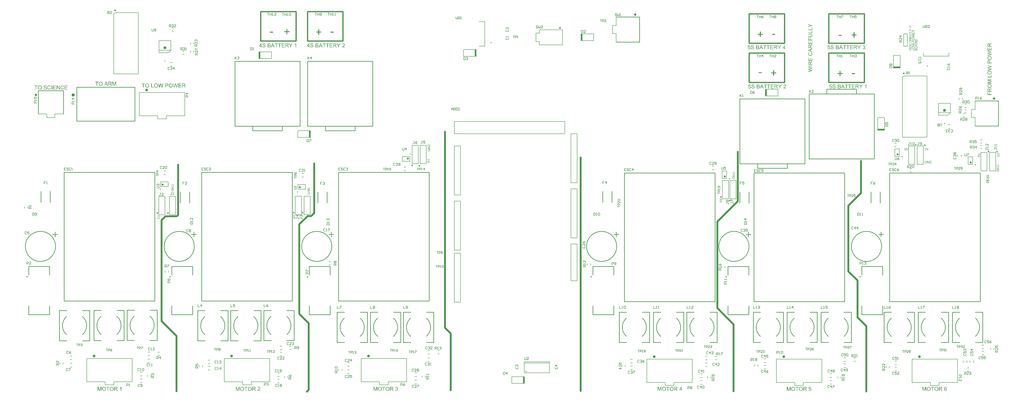
<source format=gto>
G04*
G04 #@! TF.GenerationSoftware,Altium Limited,Altium Designer,19.1.7 (138)*
G04*
G04 Layer_Color=65535*
%FSLAX24Y24*%
%MOIN*%
G70*
G01*
G75*
%ADD10C,0.0197*%
%ADD11C,0.0098*%
%ADD12C,0.0157*%
%ADD13C,0.0236*%
%ADD14C,0.0100*%
%ADD15C,0.0079*%
%ADD16C,0.0300*%
%ADD17C,0.0200*%
%ADD18C,0.0080*%
%ADD19R,0.1102X0.0315*%
%ADD20R,0.0315X0.1102*%
G36*
X146736Y60179D02*
X146855D01*
Y60360D01*
X146901D01*
Y60179D01*
X147075D01*
Y60128D01*
X146691D01*
Y60388D01*
X146736D01*
Y60179D01*
D02*
G37*
G36*
X147075Y59985D02*
X146691D01*
Y60036D01*
X147075D01*
Y59985D01*
D02*
G37*
G36*
X147549Y59569D02*
X147469Y59518D01*
X147469D01*
X147468Y59517D01*
X147466Y59516D01*
X147464Y59515D01*
X147458Y59511D01*
X147450Y59506D01*
X147441Y59500D01*
X147433Y59493D01*
X147424Y59487D01*
X147416Y59482D01*
X147416Y59481D01*
X147414Y59480D01*
X147410Y59477D01*
X147407Y59473D01*
X147398Y59465D01*
X147394Y59460D01*
X147391Y59456D01*
X147390Y59455D01*
X147390Y59454D01*
X147389Y59452D01*
X147387Y59448D01*
X147385Y59445D01*
X147384Y59441D01*
X147381Y59432D01*
Y59432D01*
X147380Y59431D01*
Y59429D01*
X147380Y59426D01*
X147379Y59422D01*
Y59417D01*
X147379Y59411D01*
Y59346D01*
X147549D01*
Y59295D01*
X147165D01*
Y59473D01*
X147166Y59477D01*
Y59482D01*
X147166Y59494D01*
X147168Y59506D01*
X147170Y59520D01*
X147172Y59532D01*
X147174Y59538D01*
X147176Y59543D01*
Y59543D01*
X147176Y59544D01*
X147178Y59547D01*
X147180Y59552D01*
X147184Y59558D01*
X147189Y59565D01*
X147196Y59572D01*
X147203Y59579D01*
X147212Y59586D01*
X147213D01*
X147213Y59586D01*
X147217Y59588D01*
X147222Y59591D01*
X147229Y59594D01*
X147238Y59597D01*
X147248Y59599D01*
X147258Y59601D01*
X147270Y59602D01*
X147271D01*
X147272D01*
X147274D01*
X147277Y59601D01*
X147281D01*
X147284Y59601D01*
X147294Y59598D01*
X147305Y59595D01*
X147317Y59591D01*
X147328Y59584D01*
X147334Y59579D01*
X147339Y59575D01*
X147340Y59574D01*
X147340Y59574D01*
X147342Y59572D01*
X147344Y59570D01*
X147346Y59567D01*
X147348Y59564D01*
X147351Y59559D01*
X147354Y59555D01*
X147357Y59549D01*
X147360Y59543D01*
X147363Y59537D01*
X147366Y59530D01*
X147368Y59521D01*
X147371Y59513D01*
X147373Y59503D01*
X147374Y59493D01*
X147375Y59495D01*
X147376Y59497D01*
X147378Y59500D01*
X147380Y59505D01*
X147387Y59515D01*
X147390Y59520D01*
X147394Y59524D01*
X147395Y59525D01*
X147398Y59528D01*
X147402Y59532D01*
X147408Y59538D01*
X147415Y59544D01*
X147424Y59551D01*
X147434Y59558D01*
X147445Y59566D01*
X147549Y59632D01*
Y59569D01*
D02*
G37*
G36*
X146736Y59648D02*
X147075D01*
Y59597D01*
X146736D01*
Y59471D01*
X146691D01*
Y59775D01*
X146736D01*
Y59648D01*
D02*
G37*
G36*
X146956Y59436D02*
X146960Y59435D01*
X146964Y59434D01*
X146969Y59432D01*
X146975Y59430D01*
X146982Y59427D01*
X146989Y59424D01*
X147004Y59416D01*
X147020Y59406D01*
X147028Y59400D01*
X147036Y59394D01*
X147042Y59387D01*
X147049Y59379D01*
X147049Y59379D01*
X147051Y59377D01*
X147052Y59375D01*
X147054Y59372D01*
X147057Y59367D01*
X147059Y59363D01*
X147062Y59357D01*
X147065Y59351D01*
X147068Y59344D01*
X147071Y59336D01*
X147074Y59328D01*
X147077Y59319D01*
X147079Y59309D01*
X147080Y59299D01*
X147081Y59289D01*
X147082Y59278D01*
Y59271D01*
X147081Y59267D01*
Y59262D01*
X147081Y59256D01*
X147079Y59249D01*
X147078Y59241D01*
X147076Y59225D01*
X147071Y59209D01*
X147065Y59192D01*
X147061Y59184D01*
X147057Y59177D01*
X147056Y59176D01*
X147056Y59175D01*
X147054Y59173D01*
X147052Y59170D01*
X147049Y59167D01*
X147046Y59163D01*
X147042Y59159D01*
X147038Y59154D01*
X147033Y59150D01*
X147028Y59145D01*
X147015Y59135D01*
X147000Y59125D01*
X146983Y59117D01*
X146983D01*
X146981Y59116D01*
X146978Y59116D01*
X146975Y59114D01*
X146971Y59113D01*
X146965Y59111D01*
X146959Y59109D01*
X146952Y59107D01*
X146945Y59106D01*
X146937Y59103D01*
X146920Y59101D01*
X146900Y59098D01*
X146880Y59097D01*
X146880D01*
X146877D01*
X146874D01*
X146870Y59098D01*
X146865D01*
X146859Y59098D01*
X146852Y59099D01*
X146845Y59100D01*
X146829Y59103D01*
X146811Y59107D01*
X146793Y59112D01*
X146776Y59120D01*
X146775Y59120D01*
X146774Y59121D01*
X146771Y59122D01*
X146769Y59124D01*
X146765Y59127D01*
X146760Y59129D01*
X146750Y59137D01*
X146739Y59146D01*
X146728Y59157D01*
X146717Y59170D01*
X146708Y59185D01*
X146707Y59185D01*
X146706Y59187D01*
X146705Y59189D01*
X146704Y59192D01*
X146702Y59197D01*
X146700Y59201D01*
X146698Y59207D01*
X146696Y59213D01*
X146694Y59219D01*
X146691Y59226D01*
X146688Y59242D01*
X146685Y59260D01*
X146684Y59278D01*
Y59284D01*
X146685Y59288D01*
X146685Y59293D01*
X146686Y59299D01*
X146686Y59305D01*
X146688Y59312D01*
X146691Y59327D01*
X146696Y59344D01*
X146700Y59352D01*
X146704Y59360D01*
X146709Y59367D01*
X146714Y59375D01*
X146714Y59376D01*
X146715Y59377D01*
X146716Y59379D01*
X146719Y59382D01*
X146722Y59385D01*
X146726Y59389D01*
X146730Y59392D01*
X146735Y59397D01*
X146740Y59401D01*
X146747Y59406D01*
X146754Y59411D01*
X146761Y59415D01*
X146769Y59419D01*
X146777Y59424D01*
X146786Y59427D01*
X146796Y59430D01*
X146808Y59380D01*
X146807D01*
X146806Y59380D01*
X146804Y59379D01*
X146801Y59377D01*
X146798Y59376D01*
X146794Y59375D01*
X146785Y59370D01*
X146775Y59365D01*
X146765Y59358D01*
X146755Y59350D01*
X146747Y59341D01*
X146746Y59340D01*
X146744Y59336D01*
X146741Y59331D01*
X146737Y59324D01*
X146734Y59314D01*
X146730Y59304D01*
X146728Y59291D01*
X146728Y59277D01*
Y59273D01*
X146728Y59270D01*
Y59266D01*
X146729Y59261D01*
X146730Y59251D01*
X146733Y59239D01*
X146736Y59227D01*
X146742Y59214D01*
X146749Y59203D01*
Y59202D01*
X146750Y59202D01*
X146753Y59198D01*
X146757Y59193D01*
X146764Y59187D01*
X146772Y59179D01*
X146782Y59173D01*
X146794Y59167D01*
X146806Y59161D01*
X146807D01*
X146808Y59160D01*
X146810Y59160D01*
X146812Y59159D01*
X146816Y59158D01*
X146820Y59157D01*
X146829Y59155D01*
X146840Y59153D01*
X146852Y59151D01*
X146866Y59150D01*
X146880Y59149D01*
X146881D01*
X146882D01*
X146885D01*
X146888D01*
X146892Y59150D01*
X146897D01*
X146903Y59150D01*
X146909Y59151D01*
X146922Y59153D01*
X146937Y59155D01*
X146951Y59159D01*
X146966Y59163D01*
X146966D01*
X146967Y59164D01*
X146969Y59165D01*
X146972Y59166D01*
X146978Y59169D01*
X146986Y59174D01*
X146995Y59180D01*
X147004Y59188D01*
X147013Y59197D01*
X147021Y59208D01*
Y59208D01*
X147021Y59209D01*
X147022Y59211D01*
X147023Y59213D01*
X147024Y59216D01*
X147026Y59219D01*
X147029Y59227D01*
X147033Y59237D01*
X147036Y59248D01*
X147038Y59260D01*
X147038Y59273D01*
Y59277D01*
X147038Y59280D01*
Y59284D01*
X147037Y59288D01*
X147035Y59298D01*
X147032Y59310D01*
X147028Y59321D01*
X147022Y59334D01*
X147018Y59340D01*
X147014Y59345D01*
X147013Y59346D01*
X147013Y59346D01*
X147011Y59348D01*
X147009Y59350D01*
X147007Y59352D01*
X147003Y59355D01*
X147000Y59359D01*
X146996Y59361D01*
X146991Y59365D01*
X146985Y59369D01*
X146980Y59372D01*
X146973Y59375D01*
X146966Y59378D01*
X146958Y59381D01*
X146950Y59384D01*
X146941Y59386D01*
X146953Y59437D01*
X146954D01*
X146956Y59436D01*
D02*
G37*
G36*
X147549Y58937D02*
X147165D01*
Y59215D01*
X147211D01*
Y58988D01*
X147328D01*
Y59200D01*
X147373D01*
Y58988D01*
X147504D01*
Y59224D01*
X147549D01*
Y58937D01*
D02*
G37*
G36*
X147075Y58755D02*
X146691D01*
Y59033D01*
X146736D01*
Y58806D01*
X146854D01*
Y59018D01*
X146899D01*
Y58806D01*
X147029D01*
Y59042D01*
X147075D01*
Y58755D01*
D02*
G37*
G36*
X147549Y58783D02*
Y58733D01*
X147257Y58653D01*
X147256D01*
X147255Y58652D01*
X147253Y58652D01*
X147251Y58651D01*
X147244Y58649D01*
X147237Y58648D01*
X147229Y58645D01*
X147222Y58643D01*
X147216Y58642D01*
X147213Y58641D01*
X147212Y58640D01*
X147212D01*
X147213Y58640D01*
X147216Y58639D01*
X147221Y58638D01*
X147227Y58637D01*
X147234Y58635D01*
X147242Y58633D01*
X147249Y58631D01*
X147257Y58629D01*
X147549Y58548D01*
Y58494D01*
X147165Y58394D01*
Y58447D01*
X147417Y58504D01*
X147418D01*
X147419Y58504D01*
X147421Y58505D01*
X147424Y58506D01*
X147428Y58506D01*
X147431Y58507D01*
X147436Y58508D01*
X147442Y58509D01*
X147454Y58512D01*
X147467Y58515D01*
X147481Y58518D01*
X147496Y58521D01*
X147495D01*
X147493Y58521D01*
X147490Y58522D01*
X147486Y58523D01*
X147481Y58524D01*
X147476Y58526D01*
X147464Y58528D01*
X147451Y58532D01*
X147445Y58533D01*
X147440Y58534D01*
X147435Y58536D01*
X147430Y58537D01*
X147427Y58538D01*
X147425Y58538D01*
X147165Y58611D01*
Y58673D01*
X147360Y58727D01*
X147360D01*
X147363Y58728D01*
X147367Y58729D01*
X147372Y58730D01*
X147379Y58732D01*
X147386Y58734D01*
X147394Y58736D01*
X147404Y58739D01*
X147414Y58741D01*
X147425Y58744D01*
X147448Y58749D01*
X147471Y58754D01*
X147496Y58758D01*
X147495D01*
X147494Y58758D01*
X147492D01*
X147489Y58759D01*
X147486Y58760D01*
X147482Y58761D01*
X147477Y58761D01*
X147471Y58763D01*
X147459Y58766D01*
X147445Y58769D01*
X147429Y58773D01*
X147412Y58777D01*
X147165Y58837D01*
Y58889D01*
X147549Y58783D01*
D02*
G37*
G36*
X147075Y58616D02*
X146774Y58415D01*
X147075D01*
Y58366D01*
X146691D01*
Y58418D01*
X146993Y58620D01*
X146691D01*
Y58669D01*
X147075D01*
Y58616D01*
D02*
G37*
G36*
X147368Y58363D02*
X147373D01*
X147379Y58363D01*
X147386Y58362D01*
X147393Y58361D01*
X147409Y58358D01*
X147427Y58354D01*
X147445Y58348D01*
X147454Y58345D01*
X147463Y58340D01*
X147463D01*
X147465Y58339D01*
X147467Y58338D01*
X147470Y58336D01*
X147474Y58334D01*
X147478Y58331D01*
X147489Y58323D01*
X147500Y58314D01*
X147511Y58302D01*
X147523Y58289D01*
X147533Y58274D01*
Y58273D01*
X147534Y58272D01*
X147535Y58269D01*
X147536Y58266D01*
X147538Y58262D01*
X147540Y58257D01*
X147542Y58252D01*
X147544Y58246D01*
X147546Y58239D01*
X147549Y58232D01*
X147552Y58216D01*
X147555Y58199D01*
X147556Y58180D01*
Y58175D01*
X147555Y58171D01*
Y58166D01*
X147554Y58161D01*
X147554Y58155D01*
X147552Y58148D01*
X147549Y58133D01*
X147545Y58116D01*
X147538Y58100D01*
X147534Y58092D01*
X147530Y58083D01*
X147529Y58083D01*
X147529Y58082D01*
X147527Y58079D01*
X147525Y58076D01*
X147523Y58073D01*
X147519Y58069D01*
X147511Y58059D01*
X147501Y58049D01*
X147489Y58038D01*
X147475Y58028D01*
X147459Y58018D01*
X147458D01*
X147456Y58017D01*
X147454Y58016D01*
X147451Y58015D01*
X147446Y58013D01*
X147441Y58012D01*
X147436Y58009D01*
X147430Y58008D01*
X147423Y58005D01*
X147415Y58003D01*
X147399Y58000D01*
X147382Y57998D01*
X147363Y57997D01*
X147362D01*
X147362D01*
X147358D01*
X147353Y57997D01*
X147347D01*
X147339Y57998D01*
X147329Y57999D01*
X147319Y58001D01*
X147308Y58003D01*
X147296Y58005D01*
X147284Y58009D01*
X147272Y58013D01*
X147259Y58018D01*
X147247Y58024D01*
X147234Y58031D01*
X147223Y58039D01*
X147213Y58048D01*
X147212Y58048D01*
X147211Y58050D01*
X147208Y58053D01*
X147204Y58057D01*
X147200Y58062D01*
X147196Y58068D01*
X147191Y58075D01*
X147186Y58084D01*
X147181Y58093D01*
X147176Y58103D01*
X147171Y58114D01*
X147167Y58125D01*
X147163Y58138D01*
X147161Y58151D01*
X147159Y58165D01*
X147158Y58180D01*
Y58185D01*
X147159Y58189D01*
Y58194D01*
X147160Y58199D01*
X147161Y58206D01*
X147162Y58213D01*
X147165Y58227D01*
X147169Y58244D01*
X147176Y58260D01*
X147180Y58268D01*
X147184Y58276D01*
X147185Y58277D01*
X147185Y58278D01*
X147187Y58280D01*
X147188Y58284D01*
X147191Y58287D01*
X147194Y58291D01*
X147202Y58301D01*
X147212Y58311D01*
X147224Y58322D01*
X147239Y58332D01*
X147255Y58341D01*
X147256D01*
X147257Y58342D01*
X147259Y58343D01*
X147263Y58345D01*
X147267Y58347D01*
X147272Y58348D01*
X147278Y58351D01*
X147285Y58353D01*
X147292Y58355D01*
X147300Y58357D01*
X147309Y58359D01*
X147318Y58361D01*
X147337Y58363D01*
X147358Y58364D01*
X147359D01*
X147361D01*
X147364D01*
X147368Y58363D01*
D02*
G37*
G36*
X147075Y58229D02*
X146774Y58028D01*
X147075D01*
Y57979D01*
X146691D01*
Y58031D01*
X146993Y58232D01*
X146691D01*
Y58281D01*
X147075D01*
Y58229D01*
D02*
G37*
G36*
X147841Y58120D02*
X147845D01*
X147856Y58119D01*
X147868Y58118D01*
X147881Y58116D01*
X147894Y58113D01*
X147907Y58110D01*
X147908D01*
X147909Y58109D01*
X147911Y58109D01*
X147913Y58108D01*
X147919Y58106D01*
X147927Y58103D01*
X147936Y58099D01*
X147945Y58095D01*
X147954Y58089D01*
X147963Y58084D01*
X147964Y58083D01*
X147967Y58081D01*
X147971Y58078D01*
X147976Y58073D01*
X147981Y58068D01*
X147987Y58062D01*
X147993Y58056D01*
X147998Y58049D01*
X147998Y58048D01*
X148000Y58045D01*
X148002Y58042D01*
X148005Y58036D01*
X148008Y58029D01*
X148011Y58022D01*
X148014Y58013D01*
X148017Y58003D01*
Y58002D01*
X148018Y58000D01*
X148018Y57998D01*
X148019Y57993D01*
X148020Y57985D01*
X148021Y57976D01*
X148022Y57966D01*
X148023Y57954D01*
X148023Y57941D01*
Y57803D01*
X147639D01*
Y57951D01*
X147640Y57961D01*
X147640Y57972D01*
X147641Y57983D01*
X147643Y57994D01*
X147645Y58003D01*
Y58004D01*
X147645Y58005D01*
Y58007D01*
X147646Y58009D01*
X147648Y58015D01*
X147651Y58023D01*
X147655Y58032D01*
X147660Y58041D01*
X147665Y58050D01*
X147673Y58059D01*
X147673Y58060D01*
X147674Y58060D01*
X147675Y58062D01*
X147677Y58064D01*
X147683Y58070D01*
X147690Y58077D01*
X147700Y58084D01*
X147711Y58092D01*
X147724Y58099D01*
X147738Y58105D01*
X147739D01*
X147740Y58105D01*
X147742Y58106D01*
X147745Y58107D01*
X147749Y58109D01*
X147754Y58110D01*
X147759Y58111D01*
X147765Y58113D01*
X147771Y58114D01*
X147778Y58115D01*
X147794Y58118D01*
X147811Y58120D01*
X147830Y58120D01*
X147830D01*
X147831D01*
X147834D01*
X147837D01*
X147841Y58120D01*
D02*
G37*
G36*
X147285Y57947D02*
X147289Y57946D01*
X147294Y57946D01*
X147299Y57944D01*
X147305Y57943D01*
X147318Y57939D01*
X147325Y57937D01*
X147332Y57934D01*
X147339Y57930D01*
X147346Y57926D01*
X147353Y57921D01*
X147359Y57916D01*
X147360Y57915D01*
X147361Y57914D01*
X147363Y57912D01*
X147364Y57909D01*
X147367Y57906D01*
X147370Y57902D01*
X147373Y57896D01*
X147376Y57890D01*
X147379Y57883D01*
X147383Y57875D01*
X147385Y57866D01*
X147388Y57855D01*
X147390Y57844D01*
X147392Y57832D01*
X147393Y57818D01*
X147393Y57803D01*
Y57705D01*
X147549D01*
Y57654D01*
X147165D01*
Y57812D01*
X147166Y57820D01*
X147166Y57830D01*
X147167Y57840D01*
X147168Y57849D01*
X147169Y57857D01*
Y57858D01*
X147170Y57862D01*
X147171Y57867D01*
X147173Y57874D01*
X147176Y57881D01*
X147179Y57889D01*
X147183Y57897D01*
X147187Y57904D01*
X147188Y57906D01*
X147190Y57908D01*
X147193Y57911D01*
X147197Y57916D01*
X147202Y57921D01*
X147208Y57926D01*
X147216Y57931D01*
X147224Y57936D01*
X147225Y57936D01*
X147228Y57937D01*
X147233Y57939D01*
X147239Y57942D01*
X147247Y57943D01*
X147256Y57946D01*
X147266Y57947D01*
X147277Y57947D01*
X147277D01*
X147279D01*
X147281D01*
X147285Y57947D01*
D02*
G37*
G36*
X148023Y57690D02*
X147943Y57640D01*
X147943D01*
X147942Y57639D01*
X147940Y57638D01*
X147938Y57636D01*
X147932Y57632D01*
X147924Y57627D01*
X147916Y57621D01*
X147907Y57615D01*
X147898Y57609D01*
X147891Y57603D01*
X147890Y57603D01*
X147888Y57601D01*
X147885Y57598D01*
X147881Y57594D01*
X147872Y57586D01*
X147868Y57581D01*
X147865Y57577D01*
X147865Y57576D01*
X147864Y57575D01*
X147863Y57573D01*
X147861Y57570D01*
X147860Y57566D01*
X147858Y57563D01*
X147855Y57554D01*
Y57553D01*
X147855Y57552D01*
Y57550D01*
X147854Y57547D01*
X147854Y57543D01*
Y57539D01*
X147853Y57533D01*
Y57467D01*
X148023D01*
Y57416D01*
X147639D01*
Y57594D01*
X147640Y57599D01*
Y57604D01*
X147640Y57615D01*
X147642Y57628D01*
X147644Y57641D01*
X147646Y57653D01*
X147648Y57659D01*
X147650Y57664D01*
Y57665D01*
X147650Y57665D01*
X147652Y57669D01*
X147654Y57674D01*
X147658Y57680D01*
X147663Y57686D01*
X147670Y57694D01*
X147678Y57700D01*
X147686Y57707D01*
X147687D01*
X147688Y57707D01*
X147691Y57710D01*
X147696Y57712D01*
X147704Y57715D01*
X147712Y57718D01*
X147722Y57721D01*
X147733Y57722D01*
X147744Y57723D01*
X147745D01*
X147746D01*
X147748D01*
X147751Y57722D01*
X147755D01*
X147759Y57722D01*
X147768Y57720D01*
X147779Y57716D01*
X147791Y57712D01*
X147802Y57705D01*
X147808Y57701D01*
X147814Y57696D01*
X147814Y57696D01*
X147815Y57695D01*
X147816Y57694D01*
X147818Y57691D01*
X147820Y57689D01*
X147822Y57685D01*
X147825Y57681D01*
X147829Y57676D01*
X147831Y57671D01*
X147834Y57665D01*
X147837Y57658D01*
X147840Y57651D01*
X147842Y57643D01*
X147845Y57634D01*
X147847Y57625D01*
X147849Y57615D01*
X147849Y57616D01*
X147850Y57618D01*
X147852Y57621D01*
X147855Y57626D01*
X147861Y57636D01*
X147865Y57641D01*
X147868Y57645D01*
X147869Y57646D01*
X147872Y57649D01*
X147876Y57654D01*
X147882Y57659D01*
X147890Y57665D01*
X147898Y57672D01*
X147908Y57680D01*
X147919Y57687D01*
X148023Y57754D01*
Y57690D01*
D02*
G37*
G36*
X146894Y57913D02*
X146899D01*
X146905Y57913D01*
X146912Y57912D01*
X146919Y57911D01*
X146935Y57908D01*
X146953Y57904D01*
X146971Y57898D01*
X146980Y57894D01*
X146988Y57890D01*
X146989D01*
X146991Y57889D01*
X146993Y57888D01*
X146996Y57886D01*
X147000Y57883D01*
X147004Y57881D01*
X147014Y57873D01*
X147026Y57863D01*
X147037Y57852D01*
X147048Y57839D01*
X147058Y57823D01*
Y57823D01*
X147059Y57822D01*
X147061Y57819D01*
X147062Y57816D01*
X147064Y57812D01*
X147066Y57807D01*
X147068Y57802D01*
X147070Y57796D01*
X147072Y57789D01*
X147074Y57782D01*
X147078Y57766D01*
X147081Y57749D01*
X147082Y57730D01*
Y57725D01*
X147081Y57721D01*
Y57716D01*
X147080Y57711D01*
X147079Y57705D01*
X147078Y57697D01*
X147075Y57682D01*
X147071Y57666D01*
X147064Y57650D01*
X147060Y57641D01*
X147056Y57633D01*
X147055Y57633D01*
X147054Y57631D01*
X147053Y57629D01*
X147051Y57626D01*
X147048Y57623D01*
X147045Y57619D01*
X147037Y57609D01*
X147027Y57599D01*
X147014Y57588D01*
X147001Y57578D01*
X146984Y57568D01*
X146984D01*
X146982Y57567D01*
X146980Y57566D01*
X146977Y57565D01*
X146972Y57563D01*
X146967Y57561D01*
X146962Y57559D01*
X146956Y57558D01*
X146948Y57555D01*
X146941Y57553D01*
X146925Y57550D01*
X146907Y57548D01*
X146888Y57547D01*
X146888D01*
X146887D01*
X146884D01*
X146879Y57547D01*
X146872D01*
X146865Y57548D01*
X146855Y57549D01*
X146845Y57551D01*
X146834Y57553D01*
X146822Y57555D01*
X146810Y57559D01*
X146797Y57563D01*
X146785Y57568D01*
X146772Y57574D01*
X146760Y57581D01*
X146749Y57589D01*
X146739Y57598D01*
X146738Y57598D01*
X146736Y57600D01*
X146734Y57603D01*
X146730Y57607D01*
X146726Y57612D01*
X146721Y57618D01*
X146716Y57625D01*
X146711Y57634D01*
X146706Y57643D01*
X146701Y57653D01*
X146697Y57664D01*
X146693Y57675D01*
X146689Y57688D01*
X146686Y57701D01*
X146685Y57715D01*
X146684Y57730D01*
Y57735D01*
X146685Y57739D01*
Y57744D01*
X146685Y57749D01*
X146686Y57756D01*
X146688Y57762D01*
X146690Y57777D01*
X146695Y57793D01*
X146701Y57810D01*
X146705Y57818D01*
X146710Y57826D01*
X146710Y57827D01*
X146711Y57828D01*
X146713Y57830D01*
X146714Y57833D01*
X146717Y57837D01*
X146720Y57841D01*
X146728Y57851D01*
X146738Y57861D01*
X146750Y57872D01*
X146765Y57882D01*
X146781Y57891D01*
X146781D01*
X146783Y57892D01*
X146785Y57893D01*
X146789Y57894D01*
X146793Y57897D01*
X146798Y57898D01*
X146804Y57901D01*
X146811Y57903D01*
X146818Y57904D01*
X146826Y57907D01*
X146835Y57909D01*
X146844Y57911D01*
X146863Y57913D01*
X146884Y57914D01*
X146885D01*
X146887D01*
X146890D01*
X146894Y57913D01*
D02*
G37*
G36*
X146956Y57499D02*
X146960Y57498D01*
X146964Y57496D01*
X146969Y57494D01*
X146975Y57492D01*
X146982Y57489D01*
X146989Y57486D01*
X147004Y57478D01*
X147020Y57468D01*
X147028Y57462D01*
X147036Y57456D01*
X147042Y57449D01*
X147049Y57442D01*
X147049Y57441D01*
X147051Y57440D01*
X147052Y57437D01*
X147054Y57434D01*
X147057Y57430D01*
X147059Y57426D01*
X147062Y57419D01*
X147065Y57413D01*
X147068Y57406D01*
X147071Y57398D01*
X147074Y57390D01*
X147077Y57381D01*
X147079Y57372D01*
X147080Y57362D01*
X147081Y57351D01*
X147082Y57340D01*
Y57334D01*
X147081Y57330D01*
Y57325D01*
X147081Y57318D01*
X147079Y57312D01*
X147078Y57304D01*
X147076Y57288D01*
X147071Y57271D01*
X147065Y57255D01*
X147061Y57247D01*
X147057Y57239D01*
X147056Y57238D01*
X147056Y57237D01*
X147054Y57235D01*
X147052Y57233D01*
X147049Y57230D01*
X147046Y57226D01*
X147042Y57221D01*
X147038Y57217D01*
X147033Y57212D01*
X147028Y57207D01*
X147015Y57197D01*
X147000Y57188D01*
X146983Y57180D01*
X146983D01*
X146981Y57179D01*
X146978Y57178D01*
X146975Y57176D01*
X146971Y57175D01*
X146965Y57174D01*
X146959Y57171D01*
X146952Y57170D01*
X146945Y57168D01*
X146937Y57166D01*
X146920Y57163D01*
X146900Y57161D01*
X146880Y57160D01*
X146880D01*
X146877D01*
X146874D01*
X146870Y57160D01*
X146865D01*
X146859Y57161D01*
X146852Y57161D01*
X146845Y57162D01*
X146829Y57165D01*
X146811Y57169D01*
X146793Y57175D01*
X146776Y57182D01*
X146775Y57183D01*
X146774Y57184D01*
X146771Y57185D01*
X146769Y57187D01*
X146765Y57189D01*
X146760Y57192D01*
X146750Y57199D01*
X146739Y57209D01*
X146728Y57220D01*
X146717Y57232D01*
X146708Y57247D01*
X146707Y57248D01*
X146706Y57250D01*
X146705Y57252D01*
X146704Y57255D01*
X146702Y57259D01*
X146700Y57263D01*
X146698Y57269D01*
X146696Y57275D01*
X146694Y57282D01*
X146691Y57289D01*
X146688Y57305D01*
X146685Y57322D01*
X146684Y57341D01*
Y57346D01*
X146685Y57350D01*
X146685Y57355D01*
X146686Y57361D01*
X146686Y57367D01*
X146688Y57374D01*
X146691Y57389D01*
X146696Y57406D01*
X146700Y57414D01*
X146704Y57422D01*
X146709Y57430D01*
X146714Y57438D01*
X146714Y57438D01*
X146715Y57439D01*
X146716Y57442D01*
X146719Y57444D01*
X146722Y57447D01*
X146726Y57451D01*
X146730Y57455D01*
X146735Y57459D01*
X146740Y57464D01*
X146747Y57468D01*
X146754Y57473D01*
X146761Y57478D01*
X146769Y57482D01*
X146777Y57486D01*
X146786Y57489D01*
X146796Y57493D01*
X146808Y57443D01*
X146807D01*
X146806Y57442D01*
X146804Y57441D01*
X146801Y57440D01*
X146798Y57439D01*
X146794Y57437D01*
X146785Y57433D01*
X146775Y57427D01*
X146765Y57421D01*
X146755Y57412D01*
X146747Y57403D01*
X146746Y57402D01*
X146744Y57399D01*
X146741Y57393D01*
X146737Y57386D01*
X146734Y57377D01*
X146730Y57366D01*
X146728Y57353D01*
X146728Y57339D01*
Y57335D01*
X146728Y57332D01*
Y57328D01*
X146729Y57324D01*
X146730Y57313D01*
X146733Y57302D01*
X146736Y57290D01*
X146742Y57277D01*
X146749Y57265D01*
Y57265D01*
X146750Y57264D01*
X146753Y57260D01*
X146757Y57255D01*
X146764Y57249D01*
X146772Y57242D01*
X146782Y57235D01*
X146794Y57229D01*
X146806Y57224D01*
X146807D01*
X146808Y57223D01*
X146810Y57222D01*
X146812Y57222D01*
X146816Y57221D01*
X146820Y57220D01*
X146829Y57218D01*
X146840Y57216D01*
X146852Y57214D01*
X146866Y57212D01*
X146880Y57212D01*
X146881D01*
X146882D01*
X146885D01*
X146888D01*
X146892Y57212D01*
X146897D01*
X146903Y57213D01*
X146909Y57214D01*
X146922Y57215D01*
X146937Y57218D01*
X146951Y57221D01*
X146966Y57226D01*
X146966D01*
X146967Y57226D01*
X146969Y57227D01*
X146972Y57228D01*
X146978Y57232D01*
X146986Y57237D01*
X146995Y57243D01*
X147004Y57251D01*
X147013Y57260D01*
X147021Y57270D01*
Y57271D01*
X147021Y57272D01*
X147022Y57273D01*
X147023Y57276D01*
X147024Y57278D01*
X147026Y57282D01*
X147029Y57290D01*
X147033Y57300D01*
X147036Y57311D01*
X147038Y57323D01*
X147038Y57336D01*
Y57339D01*
X147038Y57343D01*
Y57347D01*
X147037Y57351D01*
X147035Y57361D01*
X147032Y57372D01*
X147028Y57384D01*
X147022Y57396D01*
X147018Y57402D01*
X147014Y57408D01*
X147013Y57408D01*
X147013Y57409D01*
X147011Y57411D01*
X147009Y57413D01*
X147007Y57415D01*
X147003Y57418D01*
X147000Y57421D01*
X146996Y57424D01*
X146991Y57427D01*
X146985Y57431D01*
X146980Y57434D01*
X146973Y57438D01*
X146966Y57441D01*
X146958Y57443D01*
X146950Y57446D01*
X146941Y57448D01*
X146953Y57499D01*
X146954D01*
X146956Y57499D01*
D02*
G37*
G36*
X148023Y57317D02*
X147907Y57272D01*
Y57111D01*
X148023Y57069D01*
Y57015D01*
X147639Y57162D01*
Y57217D01*
X148023Y57374D01*
Y57317D01*
D02*
G37*
G36*
X147549Y57352D02*
Y57302D01*
X147257Y57221D01*
X147256D01*
X147255Y57221D01*
X147253Y57220D01*
X147251Y57220D01*
X147244Y57218D01*
X147237Y57216D01*
X147229Y57214D01*
X147222Y57212D01*
X147216Y57210D01*
X147213Y57210D01*
X147212Y57209D01*
X147212D01*
X147213Y57209D01*
X147216Y57208D01*
X147221Y57207D01*
X147227Y57205D01*
X147234Y57204D01*
X147242Y57201D01*
X147249Y57200D01*
X147257Y57197D01*
X147549Y57116D01*
Y57063D01*
X147165Y56963D01*
Y57015D01*
X147417Y57073D01*
X147418D01*
X147419Y57073D01*
X147421Y57074D01*
X147424Y57074D01*
X147428Y57075D01*
X147431Y57076D01*
X147436Y57077D01*
X147442Y57078D01*
X147454Y57081D01*
X147467Y57084D01*
X147481Y57086D01*
X147496Y57089D01*
X147495D01*
X147493Y57090D01*
X147490Y57091D01*
X147486Y57091D01*
X147481Y57093D01*
X147476Y57094D01*
X147464Y57097D01*
X147451Y57100D01*
X147445Y57101D01*
X147440Y57103D01*
X147435Y57104D01*
X147430Y57105D01*
X147427Y57106D01*
X147425Y57107D01*
X147165Y57180D01*
Y57241D01*
X147360Y57296D01*
X147360D01*
X147363Y57297D01*
X147367Y57298D01*
X147372Y57299D01*
X147379Y57301D01*
X147386Y57303D01*
X147394Y57305D01*
X147404Y57307D01*
X147414Y57310D01*
X147425Y57312D01*
X147448Y57317D01*
X147471Y57322D01*
X147496Y57326D01*
X147495D01*
X147494Y57327D01*
X147492D01*
X147489Y57328D01*
X147486Y57328D01*
X147482Y57330D01*
X147477Y57330D01*
X147471Y57332D01*
X147459Y57334D01*
X147445Y57338D01*
X147429Y57341D01*
X147412Y57346D01*
X147165Y57406D01*
Y57457D01*
X147549Y57352D01*
D02*
G37*
G36*
X146978Y57104D02*
X146986Y57103D01*
X146995Y57100D01*
X147004Y57098D01*
X147014Y57093D01*
X147025Y57087D01*
X147026D01*
X147026Y57086D01*
X147029Y57084D01*
X147034Y57080D01*
X147040Y57074D01*
X147047Y57067D01*
X147054Y57058D01*
X147061Y57048D01*
X147067Y57036D01*
Y57036D01*
X147067Y57035D01*
X147068Y57033D01*
X147069Y57031D01*
X147070Y57028D01*
X147072Y57024D01*
X147074Y57015D01*
X147077Y57004D01*
X147079Y56992D01*
X147081Y56978D01*
X147082Y56963D01*
Y56954D01*
X147081Y56949D01*
Y56944D01*
X147081Y56939D01*
X147080Y56932D01*
X147078Y56918D01*
X147076Y56904D01*
X147072Y56889D01*
X147067Y56876D01*
Y56875D01*
X147066Y56874D01*
X147065Y56872D01*
X147064Y56870D01*
X147061Y56863D01*
X147056Y56856D01*
X147049Y56847D01*
X147041Y56837D01*
X147032Y56828D01*
X147021Y56820D01*
X147021D01*
X147019Y56819D01*
X147018Y56818D01*
X147016Y56817D01*
X147013Y56816D01*
X147009Y56814D01*
X147001Y56810D01*
X146991Y56806D01*
X146979Y56803D01*
X146966Y56801D01*
X146952Y56799D01*
X146947Y56847D01*
X146948D01*
X146948D01*
X146950Y56848D01*
X146952D01*
X146957Y56849D01*
X146965Y56851D01*
X146972Y56853D01*
X146980Y56855D01*
X146988Y56859D01*
X146995Y56863D01*
X146996Y56863D01*
X146998Y56865D01*
X147002Y56868D01*
X147006Y56872D01*
X147011Y56878D01*
X147016Y56884D01*
X147021Y56892D01*
X147025Y56901D01*
Y56902D01*
X147026Y56902D01*
X147026Y56904D01*
X147027Y56905D01*
X147028Y56911D01*
X147031Y56918D01*
X147033Y56927D01*
X147034Y56937D01*
X147036Y56948D01*
X147036Y56960D01*
Y56965D01*
X147036Y56971D01*
X147035Y56978D01*
X147034Y56985D01*
X147033Y56994D01*
X147031Y57003D01*
X147028Y57011D01*
X147027Y57013D01*
X147026Y57015D01*
X147024Y57019D01*
X147022Y57024D01*
X147018Y57029D01*
X147014Y57035D01*
X147009Y57040D01*
X147004Y57045D01*
X147003Y57045D01*
X147001Y57046D01*
X146998Y57048D01*
X146994Y57050D01*
X146989Y57053D01*
X146984Y57054D01*
X146978Y57055D01*
X146971Y57056D01*
X146971D01*
X146968D01*
X146965Y57055D01*
X146960Y57055D01*
X146956Y57053D01*
X146950Y57051D01*
X146945Y57049D01*
X146940Y57045D01*
X146939Y57044D01*
X146937Y57043D01*
X146935Y57040D01*
X146932Y57036D01*
X146928Y57032D01*
X146925Y57026D01*
X146921Y57019D01*
X146917Y57010D01*
X146917Y57010D01*
X146916Y57007D01*
X146915Y57003D01*
X146914Y57000D01*
X146913Y56996D01*
X146911Y56992D01*
X146910Y56987D01*
X146908Y56982D01*
X146907Y56975D01*
X146905Y56968D01*
X146903Y56960D01*
X146901Y56952D01*
X146898Y56942D01*
Y56942D01*
X146898Y56940D01*
X146897Y56937D01*
X146896Y56934D01*
X146895Y56929D01*
X146894Y56924D01*
X146891Y56913D01*
X146887Y56901D01*
X146883Y56888D01*
X146879Y56877D01*
X146877Y56872D01*
X146875Y56868D01*
Y56867D01*
X146874Y56867D01*
X146872Y56863D01*
X146869Y56858D01*
X146865Y56853D01*
X146860Y56846D01*
X146854Y56839D01*
X146846Y56833D01*
X146839Y56827D01*
X146837Y56827D01*
X146835Y56825D01*
X146830Y56823D01*
X146825Y56821D01*
X146817Y56818D01*
X146809Y56816D01*
X146800Y56814D01*
X146791Y56814D01*
X146790D01*
X146790D01*
X146788D01*
X146786D01*
X146780Y56815D01*
X146773Y56816D01*
X146765Y56818D01*
X146755Y56821D01*
X146746Y56824D01*
X146736Y56830D01*
X146736D01*
X146735Y56831D01*
X146732Y56833D01*
X146728Y56837D01*
X146722Y56842D01*
X146716Y56849D01*
X146709Y56857D01*
X146703Y56867D01*
X146698Y56878D01*
Y56879D01*
X146697Y56880D01*
X146696Y56882D01*
X146695Y56884D01*
X146694Y56887D01*
X146693Y56891D01*
X146691Y56899D01*
X146689Y56909D01*
X146686Y56922D01*
X146685Y56934D01*
X146684Y56949D01*
Y56956D01*
X146685Y56960D01*
Y56964D01*
X146686Y56974D01*
X146688Y56986D01*
X146690Y56998D01*
X146694Y57011D01*
X146698Y57024D01*
Y57024D01*
X146699Y57025D01*
X146700Y57027D01*
X146701Y57029D01*
X146704Y57035D01*
X146709Y57042D01*
X146714Y57050D01*
X146721Y57059D01*
X146730Y57066D01*
X146739Y57074D01*
X146740D01*
X146740Y57074D01*
X146742Y57075D01*
X146744Y57076D01*
X146749Y57079D01*
X146756Y57083D01*
X146765Y57086D01*
X146776Y57089D01*
X146787Y57092D01*
X146799Y57093D01*
X146803Y57044D01*
X146802D01*
X146801D01*
X146800Y57044D01*
X146797Y57043D01*
X146791Y57041D01*
X146782Y57039D01*
X146774Y57036D01*
X146765Y57031D01*
X146756Y57025D01*
X146749Y57017D01*
X146748Y57016D01*
X146746Y57013D01*
X146743Y57008D01*
X146739Y57000D01*
X146736Y56991D01*
X146733Y56980D01*
X146730Y56966D01*
X146730Y56950D01*
Y56943D01*
X146730Y56939D01*
X146731Y56935D01*
X146732Y56925D01*
X146734Y56914D01*
X146737Y56903D01*
X146741Y56892D01*
X146744Y56888D01*
X146747Y56883D01*
X146748Y56882D01*
X146750Y56880D01*
X146754Y56877D01*
X146758Y56873D01*
X146764Y56869D01*
X146771Y56866D01*
X146779Y56864D01*
X146787Y56863D01*
X146789D01*
X146791D01*
X146795Y56863D01*
X146799Y56864D01*
X146805Y56866D01*
X146810Y56869D01*
X146816Y56872D01*
X146821Y56877D01*
X146822Y56878D01*
X146824Y56881D01*
X146825Y56883D01*
X146826Y56885D01*
X146828Y56888D01*
X146830Y56892D01*
X146832Y56897D01*
X146834Y56903D01*
X146836Y56909D01*
X146839Y56916D01*
X146841Y56924D01*
X146844Y56933D01*
X146846Y56943D01*
X146849Y56954D01*
Y56954D01*
X146850Y56957D01*
X146850Y56960D01*
X146851Y56964D01*
X146852Y56969D01*
X146854Y56975D01*
X146856Y56981D01*
X146857Y56988D01*
X146861Y57002D01*
X146865Y57016D01*
X146867Y57023D01*
X146870Y57029D01*
X146871Y57034D01*
X146873Y57039D01*
Y57039D01*
X146874Y57040D01*
X146875Y57042D01*
X146876Y57044D01*
X146880Y57050D01*
X146884Y57058D01*
X146890Y57066D01*
X146897Y57074D01*
X146905Y57082D01*
X146913Y57089D01*
X146914Y57089D01*
X146917Y57091D01*
X146922Y57094D01*
X146928Y57097D01*
X146936Y57100D01*
X146946Y57103D01*
X146956Y57104D01*
X146967Y57105D01*
X146968D01*
X146968D01*
X146970D01*
X146972D01*
X146978Y57104D01*
D02*
G37*
G36*
X147075Y56676D02*
X146691D01*
Y56727D01*
X147075D01*
Y56676D01*
D02*
G37*
G36*
X147842Y56992D02*
X147847D01*
X147854Y56991D01*
X147860Y56990D01*
X147867Y56989D01*
X147883Y56987D01*
X147901Y56982D01*
X147919Y56976D01*
X147928Y56973D01*
X147937Y56968D01*
X147937D01*
X147939Y56967D01*
X147941Y56966D01*
X147945Y56964D01*
X147948Y56962D01*
X147952Y56959D01*
X147963Y56951D01*
X147974Y56942D01*
X147986Y56930D01*
X147997Y56917D01*
X148007Y56902D01*
Y56901D01*
X148008Y56900D01*
X148009Y56897D01*
X148011Y56894D01*
X148012Y56890D01*
X148014Y56886D01*
X148016Y56880D01*
X148018Y56874D01*
X148021Y56867D01*
X148023Y56860D01*
X148026Y56844D01*
X148029Y56827D01*
X148030Y56808D01*
Y56803D01*
X148029Y56799D01*
Y56794D01*
X148028Y56789D01*
X148028Y56783D01*
X148027Y56776D01*
X148023Y56761D01*
X148019Y56745D01*
X148012Y56728D01*
X148008Y56720D01*
X148004Y56711D01*
X148003Y56711D01*
X148003Y56710D01*
X148001Y56707D01*
X147999Y56704D01*
X147997Y56701D01*
X147993Y56697D01*
X147985Y56687D01*
X147975Y56677D01*
X147963Y56666D01*
X147949Y56656D01*
X147933Y56646D01*
X147932D01*
X147931Y56645D01*
X147928Y56644D01*
X147925Y56643D01*
X147921Y56641D01*
X147916Y56640D01*
X147910Y56637D01*
X147904Y56636D01*
X147897Y56634D01*
X147890Y56631D01*
X147873Y56628D01*
X147856Y56626D01*
X147837Y56625D01*
X147836D01*
X147836D01*
X147832D01*
X147827Y56625D01*
X147821D01*
X147813Y56626D01*
X147804Y56627D01*
X147793Y56629D01*
X147782Y56631D01*
X147770Y56634D01*
X147758Y56637D01*
X147746Y56641D01*
X147733Y56646D01*
X147721Y56652D01*
X147709Y56659D01*
X147698Y56667D01*
X147687Y56676D01*
X147686Y56676D01*
X147685Y56678D01*
X147682Y56681D01*
X147679Y56685D01*
X147674Y56690D01*
X147670Y56696D01*
X147665Y56703D01*
X147660Y56712D01*
X147655Y56721D01*
X147650Y56731D01*
X147645Y56742D01*
X147641Y56753D01*
X147638Y56766D01*
X147635Y56779D01*
X147633Y56793D01*
X147633Y56808D01*
Y56813D01*
X147633Y56817D01*
Y56822D01*
X147634Y56827D01*
X147635Y56834D01*
X147636Y56841D01*
X147639Y56855D01*
X147643Y56872D01*
X147650Y56888D01*
X147654Y56896D01*
X147658Y56904D01*
X147659Y56905D01*
X147659Y56906D01*
X147661Y56908D01*
X147663Y56912D01*
X147665Y56915D01*
X147669Y56919D01*
X147676Y56929D01*
X147686Y56939D01*
X147699Y56950D01*
X147713Y56960D01*
X147729Y56969D01*
X147730D01*
X147731Y56970D01*
X147734Y56972D01*
X147737Y56973D01*
X147741Y56975D01*
X147746Y56977D01*
X147753Y56979D01*
X147759Y56981D01*
X147766Y56983D01*
X147774Y56985D01*
X147783Y56987D01*
X147792Y56989D01*
X147811Y56991D01*
X147832Y56992D01*
X147833D01*
X147835D01*
X147838D01*
X147842Y56992D01*
D02*
G37*
G36*
X147368Y56932D02*
X147373D01*
X147379Y56932D01*
X147386Y56930D01*
X147393Y56930D01*
X147409Y56927D01*
X147427Y56923D01*
X147445Y56917D01*
X147454Y56913D01*
X147463Y56909D01*
X147463D01*
X147465Y56908D01*
X147467Y56907D01*
X147470Y56904D01*
X147474Y56902D01*
X147478Y56899D01*
X147489Y56892D01*
X147500Y56882D01*
X147511Y56871D01*
X147523Y56858D01*
X147533Y56842D01*
Y56842D01*
X147534Y56841D01*
X147535Y56838D01*
X147536Y56834D01*
X147538Y56831D01*
X147540Y56826D01*
X147542Y56821D01*
X147544Y56814D01*
X147546Y56808D01*
X147549Y56801D01*
X147552Y56784D01*
X147555Y56767D01*
X147556Y56749D01*
Y56743D01*
X147555Y56740D01*
Y56735D01*
X147554Y56730D01*
X147554Y56723D01*
X147552Y56716D01*
X147549Y56701D01*
X147545Y56685D01*
X147538Y56669D01*
X147534Y56660D01*
X147530Y56652D01*
X147529Y56651D01*
X147529Y56650D01*
X147527Y56648D01*
X147525Y56645D01*
X147523Y56641D01*
X147519Y56637D01*
X147511Y56628D01*
X147501Y56617D01*
X147489Y56606D01*
X147475Y56596D01*
X147459Y56587D01*
X147458D01*
X147456Y56586D01*
X147454Y56585D01*
X147451Y56584D01*
X147446Y56582D01*
X147441Y56580D01*
X147436Y56578D01*
X147430Y56576D01*
X147423Y56574D01*
X147415Y56572D01*
X147399Y56569D01*
X147382Y56566D01*
X147363Y56565D01*
X147362D01*
X147362D01*
X147358D01*
X147353Y56566D01*
X147347D01*
X147339Y56567D01*
X147329Y56568D01*
X147319Y56570D01*
X147308Y56572D01*
X147296Y56574D01*
X147284Y56577D01*
X147272Y56582D01*
X147259Y56587D01*
X147247Y56592D01*
X147234Y56600D01*
X147223Y56607D01*
X147213Y56616D01*
X147212Y56617D01*
X147211Y56619D01*
X147208Y56622D01*
X147204Y56626D01*
X147200Y56631D01*
X147196Y56637D01*
X147191Y56644D01*
X147186Y56652D01*
X147181Y56661D01*
X147176Y56671D01*
X147171Y56682D01*
X147167Y56694D01*
X147163Y56707D01*
X147161Y56720D01*
X147159Y56734D01*
X147158Y56749D01*
Y56754D01*
X147159Y56758D01*
Y56763D01*
X147160Y56768D01*
X147161Y56775D01*
X147162Y56781D01*
X147165Y56796D01*
X147169Y56812D01*
X147176Y56828D01*
X147180Y56837D01*
X147184Y56845D01*
X147185Y56846D01*
X147185Y56847D01*
X147187Y56849D01*
X147188Y56852D01*
X147191Y56856D01*
X147194Y56860D01*
X147202Y56869D01*
X147212Y56879D01*
X147224Y56891D01*
X147239Y56901D01*
X147255Y56910D01*
X147256D01*
X147257Y56911D01*
X147259Y56912D01*
X147263Y56913D01*
X147267Y56915D01*
X147272Y56917D01*
X147278Y56919D01*
X147285Y56922D01*
X147292Y56923D01*
X147300Y56925D01*
X147309Y56928D01*
X147318Y56929D01*
X147337Y56932D01*
X147358Y56933D01*
X147359D01*
X147361D01*
X147364D01*
X147368Y56932D01*
D02*
G37*
G36*
X147922Y56570D02*
X147928Y56569D01*
X147936Y56567D01*
X147945Y56565D01*
X147953Y56562D01*
X147962Y56559D01*
X147963Y56558D01*
X147966Y56556D01*
X147970Y56554D01*
X147976Y56551D01*
X147981Y56546D01*
X147987Y56542D01*
X147993Y56536D01*
X147998Y56530D01*
X147999Y56530D01*
X148001Y56528D01*
X148003Y56524D01*
X148005Y56519D01*
X148008Y56513D01*
X148012Y56505D01*
X148014Y56498D01*
X148017Y56488D01*
Y56487D01*
X148018Y56484D01*
X148019Y56478D01*
X148020Y56471D01*
X148021Y56462D01*
X148022Y56452D01*
X148023Y56440D01*
X148023Y56427D01*
Y56280D01*
X147639D01*
Y56431D01*
X147640Y56435D01*
Y56439D01*
X147641Y56449D01*
X147642Y56460D01*
X147644Y56472D01*
X147647Y56484D01*
X147651Y56494D01*
Y56495D01*
X147651Y56495D01*
X147653Y56499D01*
X147656Y56504D01*
X147660Y56509D01*
X147665Y56516D01*
X147671Y56523D01*
X147679Y56530D01*
X147687Y56536D01*
X147688Y56536D01*
X147691Y56538D01*
X147696Y56541D01*
X147703Y56544D01*
X147710Y56546D01*
X147719Y56549D01*
X147728Y56551D01*
X147738Y56551D01*
X147739D01*
X147741D01*
X147746Y56551D01*
X147753Y56550D01*
X147760Y56548D01*
X147767Y56545D01*
X147775Y56542D01*
X147784Y56538D01*
X147785Y56537D01*
X147787Y56535D01*
X147791Y56532D01*
X147796Y56528D01*
X147801Y56522D01*
X147807Y56515D01*
X147813Y56507D01*
X147819Y56498D01*
Y56498D01*
X147819Y56499D01*
X147820Y56501D01*
X147821Y56503D01*
X147823Y56510D01*
X147827Y56518D01*
X147832Y56526D01*
X147838Y56535D01*
X147845Y56544D01*
X147854Y56551D01*
X147855Y56552D01*
X147859Y56554D01*
X147864Y56557D01*
X147870Y56561D01*
X147879Y56564D01*
X147888Y56567D01*
X147900Y56570D01*
X147912Y56570D01*
X147912D01*
X147913D01*
X147916D01*
X147922Y56570D01*
D02*
G37*
G36*
X147549Y56280D02*
X147165D01*
Y56331D01*
X147504D01*
Y56520D01*
X147549D01*
Y56280D01*
D02*
G37*
G36*
X146892Y56597D02*
X146897D01*
X146907Y56596D01*
X146920Y56595D01*
X146932Y56593D01*
X146946Y56590D01*
X146959Y56587D01*
X146960D01*
X146961Y56586D01*
X146962Y56586D01*
X146965Y56585D01*
X146971Y56583D01*
X146978Y56580D01*
X146987Y56576D01*
X146996Y56572D01*
X147006Y56566D01*
X147014Y56561D01*
X147016Y56560D01*
X147018Y56558D01*
X147022Y56555D01*
X147027Y56550D01*
X147033Y56545D01*
X147038Y56539D01*
X147044Y56533D01*
X147049Y56526D01*
X147050Y56525D01*
X147052Y56523D01*
X147054Y56519D01*
X147057Y56513D01*
X147060Y56506D01*
X147063Y56499D01*
X147066Y56490D01*
X147069Y56480D01*
Y56479D01*
X147069Y56477D01*
X147070Y56475D01*
X147071Y56470D01*
X147072Y56462D01*
X147073Y56453D01*
X147074Y56443D01*
X147074Y56431D01*
X147075Y56418D01*
Y56280D01*
X146691D01*
Y56428D01*
X146691Y56438D01*
X146692Y56449D01*
X146693Y56460D01*
X146695Y56471D01*
X146696Y56480D01*
Y56481D01*
X146697Y56482D01*
Y56484D01*
X146698Y56486D01*
X146700Y56492D01*
X146703Y56500D01*
X146706Y56509D01*
X146711Y56518D01*
X146717Y56528D01*
X146724Y56536D01*
X146725Y56537D01*
X146725Y56538D01*
X146727Y56539D01*
X146729Y56541D01*
X146734Y56547D01*
X146742Y56554D01*
X146751Y56561D01*
X146762Y56569D01*
X146775Y56576D01*
X146790Y56582D01*
X146790D01*
X146791Y56582D01*
X146794Y56584D01*
X146797Y56584D01*
X146801Y56586D01*
X146805Y56587D01*
X146810Y56588D01*
X146816Y56590D01*
X146822Y56591D01*
X146830Y56592D01*
X146845Y56595D01*
X146862Y56597D01*
X146881Y56597D01*
X146882D01*
X146883D01*
X146886D01*
X146888D01*
X146892Y56597D01*
D02*
G37*
G36*
X160099Y57386D02*
X159966Y57302D01*
X159965D01*
X159963Y57300D01*
X159960Y57299D01*
X159956Y57296D01*
X159946Y57289D01*
X159933Y57281D01*
X159919Y57271D01*
X159905Y57261D01*
X159891Y57250D01*
X159878Y57241D01*
X159877Y57240D01*
X159873Y57238D01*
X159868Y57233D01*
X159861Y57226D01*
X159847Y57213D01*
X159841Y57205D01*
X159835Y57198D01*
X159834Y57197D01*
X159833Y57195D01*
X159832Y57191D01*
X159829Y57186D01*
X159826Y57180D01*
X159823Y57174D01*
X159819Y57159D01*
Y57158D01*
X159818Y57156D01*
Y57152D01*
X159817Y57148D01*
X159816Y57141D01*
Y57134D01*
X159815Y57124D01*
Y57015D01*
X160099D01*
Y56929D01*
X159459D01*
Y57226D01*
X159460Y57234D01*
Y57242D01*
X159461Y57262D01*
X159463Y57282D01*
X159466Y57304D01*
X159471Y57324D01*
X159474Y57335D01*
X159476Y57343D01*
Y57344D01*
X159477Y57345D01*
X159480Y57350D01*
X159484Y57359D01*
X159490Y57369D01*
X159499Y57380D01*
X159510Y57392D01*
X159523Y57403D01*
X159537Y57414D01*
X159538D01*
X159539Y57415D01*
X159545Y57419D01*
X159554Y57423D01*
X159566Y57428D01*
X159580Y57433D01*
X159597Y57437D01*
X159614Y57440D01*
X159634Y57441D01*
X159635D01*
X159636D01*
X159640D01*
X159645Y57440D01*
X159651D01*
X159658Y57439D01*
X159673Y57435D01*
X159692Y57430D01*
X159711Y57423D01*
X159731Y57411D01*
X159740Y57404D01*
X159749Y57397D01*
X159750Y57396D01*
X159751Y57395D01*
X159754Y57392D01*
X159757Y57388D01*
X159760Y57384D01*
X159764Y57378D01*
X159769Y57371D01*
X159774Y57363D01*
X159779Y57354D01*
X159783Y57344D01*
X159789Y57333D01*
X159794Y57321D01*
X159797Y57307D01*
X159802Y57293D01*
X159805Y57277D01*
X159808Y57261D01*
X159808Y57263D01*
X159810Y57266D01*
X159814Y57272D01*
X159818Y57279D01*
X159828Y57296D01*
X159834Y57304D01*
X159840Y57312D01*
X159842Y57313D01*
X159846Y57318D01*
X159854Y57325D01*
X159863Y57335D01*
X159876Y57345D01*
X159890Y57357D01*
X159907Y57369D01*
X159925Y57382D01*
X160099Y57492D01*
Y57386D01*
D02*
G37*
G36*
Y56333D02*
X159459D01*
Y56796D01*
X159535D01*
Y56418D01*
X159730D01*
Y56772D01*
X159806D01*
Y56418D01*
X160023D01*
Y56811D01*
X160099D01*
Y56333D01*
D02*
G37*
G36*
Y56077D02*
Y55993D01*
X159611Y55859D01*
X159611D01*
X159609Y55858D01*
X159606Y55857D01*
X159601Y55856D01*
X159591Y55854D01*
X159579Y55851D01*
X159566Y55847D01*
X159554Y55844D01*
X159544Y55841D01*
X159539Y55840D01*
X159537Y55839D01*
X159537D01*
X159538Y55838D01*
X159544Y55837D01*
X159552Y55835D01*
X159562Y55832D01*
X159573Y55830D01*
X159586Y55826D01*
X159599Y55823D01*
X159611Y55820D01*
X160099Y55684D01*
Y55596D01*
X159459Y55428D01*
Y55516D01*
X159879Y55611D01*
X159880D01*
X159882Y55612D01*
X159885Y55613D01*
X159890Y55614D01*
X159896Y55615D01*
X159903Y55617D01*
X159911Y55619D01*
X159920Y55621D01*
X159940Y55625D01*
X159962Y55630D01*
X159986Y55634D01*
X160010Y55639D01*
X160009D01*
X160005Y55640D01*
X160001Y55642D01*
X159993Y55643D01*
X159986Y55645D01*
X159977Y55647D01*
X159956Y55652D01*
X159936Y55658D01*
X159926Y55659D01*
X159917Y55662D01*
X159908Y55664D01*
X159901Y55666D01*
X159895Y55668D01*
X159892Y55669D01*
X159459Y55790D01*
Y55893D01*
X159783Y55983D01*
X159784D01*
X159789Y55985D01*
X159796Y55987D01*
X159804Y55989D01*
X159815Y55992D01*
X159827Y55995D01*
X159841Y55999D01*
X159857Y56003D01*
X159874Y56007D01*
X159892Y56011D01*
X159930Y56019D01*
X159969Y56028D01*
X160010Y56034D01*
X160009D01*
X160007Y56035D01*
X160004D01*
X159999Y56037D01*
X159993Y56038D01*
X159987Y56040D01*
X159979Y56041D01*
X159969Y56043D01*
X159949Y56048D01*
X159925Y56054D01*
X159899Y56059D01*
X159870Y56066D01*
X159459Y56166D01*
Y56252D01*
X160099Y56077D01*
D02*
G37*
G36*
X159797Y55377D02*
X159806D01*
X159816Y55376D01*
X159827Y55375D01*
X159839Y55374D01*
X159866Y55369D01*
X159895Y55362D01*
X159925Y55351D01*
X159940Y55346D01*
X159955Y55339D01*
X159956D01*
X159958Y55337D01*
X159962Y55335D01*
X159968Y55331D01*
X159974Y55327D01*
X159980Y55323D01*
X159998Y55310D01*
X160017Y55294D01*
X160036Y55276D01*
X160054Y55253D01*
X160071Y55227D01*
Y55227D01*
X160073Y55225D01*
X160075Y55220D01*
X160078Y55215D01*
X160080Y55208D01*
X160083Y55201D01*
X160087Y55191D01*
X160091Y55181D01*
X160094Y55170D01*
X160098Y55158D01*
X160104Y55131D01*
X160108Y55103D01*
X160110Y55072D01*
Y55063D01*
X160109Y55057D01*
Y55049D01*
X160107Y55040D01*
X160106Y55030D01*
X160104Y55018D01*
X160099Y54993D01*
X160091Y54966D01*
X160080Y54938D01*
X160074Y54924D01*
X160067Y54910D01*
X160066Y54909D01*
X160065Y54907D01*
X160062Y54904D01*
X160058Y54898D01*
X160054Y54893D01*
X160049Y54886D01*
X160035Y54870D01*
X160018Y54853D01*
X159998Y54834D01*
X159975Y54818D01*
X159948Y54802D01*
X159947D01*
X159944Y54800D01*
X159941Y54798D01*
X159935Y54796D01*
X159928Y54794D01*
X159919Y54791D01*
X159910Y54787D01*
X159900Y54784D01*
X159888Y54781D01*
X159876Y54777D01*
X159848Y54771D01*
X159820Y54768D01*
X159788Y54766D01*
X159787D01*
X159786D01*
X159781D01*
X159772Y54767D01*
X159761D01*
X159748Y54769D01*
X159733Y54771D01*
X159715Y54773D01*
X159697Y54777D01*
X159677Y54781D01*
X159657Y54786D01*
X159636Y54794D01*
X159615Y54802D01*
X159595Y54811D01*
X159574Y54823D01*
X159556Y54836D01*
X159538Y54851D01*
X159537Y54852D01*
X159535Y54855D01*
X159530Y54860D01*
X159524Y54867D01*
X159517Y54875D01*
X159510Y54885D01*
X159501Y54897D01*
X159493Y54911D01*
X159485Y54926D01*
X159476Y54943D01*
X159469Y54961D01*
X159462Y54981D01*
X159456Y55002D01*
X159451Y55024D01*
X159449Y55047D01*
X159448Y55072D01*
Y55080D01*
X159449Y55087D01*
Y55095D01*
X159450Y55104D01*
X159451Y55115D01*
X159453Y55126D01*
X159458Y55150D01*
X159465Y55178D01*
X159476Y55204D01*
X159483Y55218D01*
X159490Y55232D01*
X159491Y55233D01*
X159492Y55235D01*
X159495Y55239D01*
X159498Y55244D01*
X159502Y55250D01*
X159508Y55257D01*
X159521Y55273D01*
X159537Y55289D01*
X159558Y55308D01*
X159582Y55326D01*
X159609Y55340D01*
X159610D01*
X159612Y55342D01*
X159616Y55344D01*
X159622Y55346D01*
X159629Y55350D01*
X159637Y55352D01*
X159648Y55356D01*
X159659Y55360D01*
X159671Y55363D01*
X159684Y55366D01*
X159698Y55370D01*
X159713Y55373D01*
X159746Y55376D01*
X159781Y55378D01*
X159782D01*
X159785D01*
X159790D01*
X159797Y55377D01*
D02*
G37*
G36*
X159659Y54683D02*
X159665Y54682D01*
X159673Y54681D01*
X159683Y54679D01*
X159693Y54677D01*
X159714Y54671D01*
X159725Y54667D01*
X159737Y54661D01*
X159749Y54655D01*
X159760Y54648D01*
X159771Y54640D01*
X159783Y54631D01*
X159783Y54630D01*
X159785Y54628D01*
X159788Y54625D01*
X159791Y54621D01*
X159796Y54615D01*
X159800Y54608D01*
X159806Y54598D01*
X159810Y54588D01*
X159816Y54576D01*
X159821Y54562D01*
X159826Y54548D01*
X159830Y54530D01*
X159833Y54512D01*
X159836Y54491D01*
X159838Y54468D01*
X159839Y54444D01*
Y54280D01*
X160099D01*
Y54195D01*
X159459D01*
Y54458D01*
X159460Y54472D01*
X159461Y54488D01*
X159462Y54504D01*
X159463Y54520D01*
X159465Y54534D01*
Y54536D01*
X159467Y54542D01*
X159469Y54550D01*
X159472Y54562D01*
X159476Y54574D01*
X159482Y54586D01*
X159488Y54600D01*
X159496Y54612D01*
X159497Y54614D01*
X159500Y54618D01*
X159505Y54623D01*
X159512Y54631D01*
X159520Y54639D01*
X159531Y54648D01*
X159543Y54657D01*
X159557Y54664D01*
X159559Y54665D01*
X159563Y54667D01*
X159572Y54671D01*
X159583Y54674D01*
X159596Y54677D01*
X159611Y54681D01*
X159627Y54683D01*
X159645Y54684D01*
X159646D01*
X159648D01*
X159652D01*
X159659Y54683D01*
D02*
G37*
G36*
X160099Y53691D02*
Y53608D01*
X159611Y53474D01*
X159611D01*
X159609Y53473D01*
X159606Y53472D01*
X159601Y53471D01*
X159591Y53468D01*
X159579Y53465D01*
X159566Y53462D01*
X159554Y53458D01*
X159544Y53455D01*
X159539Y53454D01*
X159537Y53453D01*
X159537D01*
X159538Y53452D01*
X159544Y53451D01*
X159552Y53450D01*
X159562Y53447D01*
X159573Y53444D01*
X159586Y53440D01*
X159599Y53438D01*
X159611Y53434D01*
X160099Y53299D01*
Y53210D01*
X159459Y53043D01*
Y53131D01*
X159879Y53226D01*
X159880D01*
X159882Y53227D01*
X159885Y53228D01*
X159890Y53229D01*
X159896Y53229D01*
X159903Y53231D01*
X159911Y53233D01*
X159920Y53235D01*
X159940Y53240D01*
X159962Y53244D01*
X159986Y53249D01*
X160010Y53254D01*
X160009D01*
X160005Y53254D01*
X160001Y53256D01*
X159993Y53257D01*
X159986Y53259D01*
X159977Y53262D01*
X159956Y53267D01*
X159936Y53272D01*
X159926Y53274D01*
X159917Y53277D01*
X159908Y53279D01*
X159901Y53280D01*
X159895Y53282D01*
X159892Y53283D01*
X159459Y53404D01*
Y53507D01*
X159783Y53598D01*
X159784D01*
X159789Y53600D01*
X159796Y53601D01*
X159804Y53603D01*
X159815Y53606D01*
X159827Y53610D01*
X159841Y53613D01*
X159857Y53617D01*
X159874Y53622D01*
X159892Y53625D01*
X159930Y53634D01*
X159969Y53642D01*
X160010Y53649D01*
X160009D01*
X160007Y53649D01*
X160004D01*
X159999Y53651D01*
X159993Y53652D01*
X159987Y53654D01*
X159979Y53655D01*
X159969Y53658D01*
X159949Y53662D01*
X159925Y53668D01*
X159899Y53674D01*
X159870Y53681D01*
X159459Y53781D01*
Y53867D01*
X160099Y53691D01*
D02*
G37*
G36*
X159797Y52992D02*
X159806D01*
X159816Y52991D01*
X159827Y52989D01*
X159839Y52988D01*
X159866Y52983D01*
X159895Y52976D01*
X159925Y52966D01*
X159940Y52960D01*
X159955Y52953D01*
X159956D01*
X159958Y52951D01*
X159962Y52949D01*
X159968Y52946D01*
X159974Y52942D01*
X159980Y52937D01*
X159998Y52924D01*
X160017Y52909D01*
X160036Y52890D01*
X160054Y52868D01*
X160071Y52842D01*
Y52841D01*
X160073Y52839D01*
X160075Y52835D01*
X160078Y52829D01*
X160080Y52822D01*
X160083Y52815D01*
X160087Y52806D01*
X160091Y52796D01*
X160094Y52785D01*
X160098Y52773D01*
X160104Y52746D01*
X160108Y52717D01*
X160110Y52687D01*
Y52677D01*
X160109Y52672D01*
Y52663D01*
X160107Y52654D01*
X160106Y52644D01*
X160104Y52632D01*
X160099Y52607D01*
X160091Y52580D01*
X160080Y52552D01*
X160074Y52539D01*
X160067Y52525D01*
X160066Y52524D01*
X160065Y52522D01*
X160062Y52518D01*
X160058Y52513D01*
X160054Y52507D01*
X160049Y52501D01*
X160035Y52485D01*
X160018Y52467D01*
X159998Y52449D01*
X159975Y52432D01*
X159948Y52416D01*
X159947D01*
X159944Y52415D01*
X159941Y52413D01*
X159935Y52411D01*
X159928Y52408D01*
X159919Y52405D01*
X159910Y52402D01*
X159900Y52399D01*
X159888Y52395D01*
X159876Y52391D01*
X159848Y52386D01*
X159820Y52382D01*
X159788Y52380D01*
X159787D01*
X159786D01*
X159781D01*
X159772Y52381D01*
X159761D01*
X159748Y52383D01*
X159733Y52385D01*
X159715Y52388D01*
X159697Y52391D01*
X159677Y52395D01*
X159657Y52401D01*
X159636Y52408D01*
X159615Y52416D01*
X159595Y52426D01*
X159574Y52438D01*
X159556Y52451D01*
X159538Y52465D01*
X159537Y52466D01*
X159535Y52469D01*
X159530Y52475D01*
X159524Y52481D01*
X159517Y52490D01*
X159510Y52500D01*
X159501Y52512D01*
X159493Y52526D01*
X159485Y52540D01*
X159476Y52557D01*
X159469Y52576D01*
X159462Y52595D01*
X159456Y52616D01*
X159451Y52638D01*
X159449Y52662D01*
X159448Y52687D01*
Y52695D01*
X159449Y52701D01*
Y52710D01*
X159450Y52718D01*
X159451Y52729D01*
X159453Y52740D01*
X159458Y52764D01*
X159465Y52792D01*
X159476Y52819D01*
X159483Y52833D01*
X159490Y52847D01*
X159491Y52847D01*
X159492Y52849D01*
X159495Y52853D01*
X159498Y52859D01*
X159502Y52864D01*
X159508Y52872D01*
X159521Y52887D01*
X159537Y52904D01*
X159558Y52922D01*
X159582Y52940D01*
X159609Y52955D01*
X159610D01*
X159612Y52957D01*
X159616Y52958D01*
X159622Y52960D01*
X159629Y52964D01*
X159637Y52967D01*
X159648Y52970D01*
X159659Y52974D01*
X159671Y52977D01*
X159684Y52981D01*
X159698Y52984D01*
X159713Y52987D01*
X159746Y52991D01*
X159781Y52993D01*
X159782D01*
X159785D01*
X159790D01*
X159797Y52992D01*
D02*
G37*
G36*
X160099Y51905D02*
X159459D01*
Y51990D01*
X160023D01*
Y52305D01*
X160099D01*
Y51905D01*
D02*
G37*
G36*
Y51441D02*
X159563D01*
X160099Y51254D01*
Y51178D01*
X159554Y50993D01*
X160099D01*
Y50911D01*
X159459D01*
Y51038D01*
X159913Y51190D01*
X159914D01*
X159916Y51191D01*
X159919Y51192D01*
X159923Y51194D01*
X159934Y51197D01*
X159948Y51202D01*
X159964Y51207D01*
X159980Y51212D01*
X159994Y51217D01*
X160007Y51220D01*
X160005Y51221D01*
X160001Y51222D01*
X159993Y51225D01*
X159981Y51229D01*
X159967Y51233D01*
X159949Y51240D01*
X159929Y51246D01*
X159905Y51255D01*
X159459Y51408D01*
Y51522D01*
X160099D01*
Y51441D01*
D02*
G37*
G36*
X159797Y50804D02*
X159806D01*
X159816Y50803D01*
X159827Y50801D01*
X159839Y50800D01*
X159866Y50796D01*
X159895Y50788D01*
X159925Y50778D01*
X159940Y50773D01*
X159955Y50765D01*
X159956D01*
X159958Y50763D01*
X159962Y50762D01*
X159968Y50758D01*
X159974Y50754D01*
X159980Y50750D01*
X159998Y50737D01*
X160017Y50721D01*
X160036Y50702D01*
X160054Y50680D01*
X160071Y50654D01*
Y50653D01*
X160073Y50652D01*
X160075Y50647D01*
X160078Y50641D01*
X160080Y50635D01*
X160083Y50627D01*
X160087Y50618D01*
X160091Y50608D01*
X160094Y50597D01*
X160098Y50585D01*
X160104Y50558D01*
X160108Y50529D01*
X160110Y50499D01*
Y50490D01*
X160109Y50484D01*
Y50476D01*
X160107Y50467D01*
X160106Y50456D01*
X160104Y50444D01*
X160099Y50419D01*
X160091Y50393D01*
X160080Y50365D01*
X160074Y50351D01*
X160067Y50337D01*
X160066Y50336D01*
X160065Y50334D01*
X160062Y50331D01*
X160058Y50325D01*
X160054Y50319D01*
X160049Y50313D01*
X160035Y50297D01*
X160018Y50280D01*
X159998Y50261D01*
X159975Y50245D01*
X159948Y50229D01*
X159947D01*
X159944Y50227D01*
X159941Y50225D01*
X159935Y50223D01*
X159928Y50220D01*
X159919Y50218D01*
X159910Y50214D01*
X159900Y50211D01*
X159888Y50208D01*
X159876Y50204D01*
X159848Y50198D01*
X159820Y50195D01*
X159788Y50193D01*
X159787D01*
X159786D01*
X159781D01*
X159772Y50194D01*
X159761D01*
X159748Y50195D01*
X159733Y50197D01*
X159715Y50200D01*
X159697Y50204D01*
X159677Y50208D01*
X159657Y50213D01*
X159636Y50220D01*
X159615Y50229D01*
X159595Y50238D01*
X159574Y50250D01*
X159556Y50263D01*
X159538Y50278D01*
X159537Y50279D01*
X159535Y50282D01*
X159530Y50287D01*
X159524Y50294D01*
X159517Y50302D01*
X159510Y50312D01*
X159501Y50324D01*
X159493Y50338D01*
X159485Y50353D01*
X159476Y50369D01*
X159469Y50388D01*
X159462Y50407D01*
X159456Y50429D01*
X159451Y50451D01*
X159449Y50474D01*
X159448Y50499D01*
Y50507D01*
X159449Y50514D01*
Y50522D01*
X159450Y50530D01*
X159451Y50541D01*
X159453Y50553D01*
X159458Y50577D01*
X159465Y50604D01*
X159476Y50631D01*
X159483Y50645D01*
X159490Y50659D01*
X159491Y50660D01*
X159492Y50662D01*
X159495Y50665D01*
X159498Y50671D01*
X159502Y50676D01*
X159508Y50684D01*
X159521Y50700D01*
X159537Y50716D01*
X159558Y50735D01*
X159582Y50752D01*
X159609Y50767D01*
X159610D01*
X159612Y50769D01*
X159616Y50771D01*
X159622Y50773D01*
X159629Y50776D01*
X159637Y50779D01*
X159648Y50783D01*
X159659Y50787D01*
X159671Y50789D01*
X159684Y50793D01*
X159698Y50797D01*
X159713Y50800D01*
X159746Y50803D01*
X159781Y50805D01*
X159782D01*
X159785D01*
X159790D01*
X159797Y50804D01*
D02*
G37*
G36*
X160099Y50031D02*
X159966Y49947D01*
X159965D01*
X159963Y49945D01*
X159960Y49943D01*
X159956Y49940D01*
X159946Y49934D01*
X159933Y49925D01*
X159919Y49915D01*
X159905Y49905D01*
X159891Y49895D01*
X159878Y49886D01*
X159877Y49885D01*
X159873Y49882D01*
X159868Y49877D01*
X159861Y49871D01*
X159847Y49857D01*
X159841Y49850D01*
X159835Y49842D01*
X159834Y49841D01*
X159833Y49839D01*
X159832Y49836D01*
X159829Y49830D01*
X159826Y49825D01*
X159823Y49818D01*
X159819Y49803D01*
Y49802D01*
X159818Y49801D01*
Y49797D01*
X159817Y49792D01*
X159816Y49786D01*
Y49778D01*
X159815Y49768D01*
Y49659D01*
X160099D01*
Y49574D01*
X159459D01*
Y49871D01*
X159460Y49878D01*
Y49887D01*
X159461Y49906D01*
X159463Y49926D01*
X159466Y49949D01*
X159471Y49969D01*
X159474Y49979D01*
X159476Y49987D01*
Y49988D01*
X159477Y49989D01*
X159480Y49995D01*
X159484Y50003D01*
X159490Y50013D01*
X159499Y50024D01*
X159510Y50036D01*
X159523Y50047D01*
X159537Y50059D01*
X159538D01*
X159539Y50060D01*
X159545Y50063D01*
X159554Y50067D01*
X159566Y50072D01*
X159580Y50077D01*
X159597Y50082D01*
X159614Y50085D01*
X159634Y50085D01*
X159635D01*
X159636D01*
X159640D01*
X159645Y50085D01*
X159651D01*
X159658Y50084D01*
X159673Y50080D01*
X159692Y50074D01*
X159711Y50067D01*
X159731Y50056D01*
X159740Y50048D01*
X159749Y50041D01*
X159750Y50040D01*
X159751Y50039D01*
X159754Y50036D01*
X159757Y50033D01*
X159760Y50028D01*
X159764Y50023D01*
X159769Y50015D01*
X159774Y50008D01*
X159779Y49998D01*
X159783Y49988D01*
X159789Y49977D01*
X159794Y49965D01*
X159797Y49951D01*
X159802Y49937D01*
X159805Y49922D01*
X159808Y49905D01*
X159808Y49907D01*
X159810Y49911D01*
X159814Y49916D01*
X159818Y49924D01*
X159828Y49940D01*
X159834Y49949D01*
X159840Y49956D01*
X159842Y49958D01*
X159846Y49962D01*
X159854Y49970D01*
X159863Y49979D01*
X159876Y49989D01*
X159890Y50001D01*
X159907Y50013D01*
X159925Y50026D01*
X160099Y50136D01*
Y50031D01*
D02*
G37*
G36*
X159535Y49115D02*
X159733D01*
Y49416D01*
X159808D01*
Y49115D01*
X160099D01*
Y49030D01*
X159459D01*
Y49463D01*
X159535D01*
Y49115D01*
D02*
G37*
G36*
X5988Y50580D02*
X5994D01*
X6012Y50578D01*
X6031Y50576D01*
X6052Y50571D01*
X6074Y50565D01*
X6094Y50558D01*
X6095D01*
X6097Y50557D01*
X6100Y50555D01*
X6103Y50553D01*
X6113Y50549D01*
X6125Y50540D01*
X6139Y50531D01*
X6152Y50519D01*
X6165Y50505D01*
X6177Y50490D01*
Y50489D01*
X6178Y50488D01*
X6180Y50485D01*
X6182Y50482D01*
X6187Y50473D01*
X6192Y50461D01*
X6199Y50446D01*
X6203Y50429D01*
X6208Y50410D01*
X6210Y50390D01*
X6128Y50383D01*
Y50384D01*
Y50386D01*
X6128Y50389D01*
X6127Y50393D01*
X6124Y50404D01*
X6120Y50417D01*
X6115Y50432D01*
X6106Y50447D01*
X6096Y50461D01*
X6083Y50474D01*
X6081Y50475D01*
X6077Y50479D01*
X6067Y50484D01*
X6055Y50490D01*
X6040Y50495D01*
X6021Y50501D01*
X5998Y50504D01*
X5972Y50505D01*
X5959D01*
X5954Y50504D01*
X5946Y50504D01*
X5930Y50502D01*
X5911Y50498D01*
X5893Y50493D01*
X5875Y50486D01*
X5868Y50481D01*
X5860Y50477D01*
X5858Y50476D01*
X5855Y50472D01*
X5849Y50466D01*
X5844Y50458D01*
X5837Y50448D01*
X5832Y50437D01*
X5828Y50424D01*
X5826Y50409D01*
Y50407D01*
Y50404D01*
X5827Y50397D01*
X5829Y50390D01*
X5832Y50380D01*
X5836Y50371D01*
X5842Y50362D01*
X5850Y50353D01*
X5851Y50352D01*
X5856Y50349D01*
X5859Y50346D01*
X5863Y50344D01*
X5869Y50342D01*
X5875Y50338D01*
X5883Y50335D01*
X5893Y50331D01*
X5903Y50328D01*
X5915Y50323D01*
X5928Y50319D01*
X5943Y50315D01*
X5959Y50311D01*
X5978Y50306D01*
X5979D01*
X5982Y50306D01*
X5988Y50305D01*
X5994Y50303D01*
X6003Y50301D01*
X6013Y50298D01*
X6023Y50295D01*
X6034Y50293D01*
X6058Y50286D01*
X6081Y50280D01*
X6092Y50276D01*
X6103Y50272D01*
X6112Y50269D01*
X6119Y50266D01*
X6120D01*
X6122Y50265D01*
X6125Y50263D01*
X6128Y50261D01*
X6139Y50256D01*
X6151Y50248D01*
X6165Y50238D01*
X6178Y50227D01*
X6191Y50214D01*
X6202Y50200D01*
X6203Y50198D01*
X6207Y50194D01*
X6211Y50185D01*
X6216Y50174D01*
X6221Y50161D01*
X6226Y50146D01*
X6228Y50128D01*
X6229Y50109D01*
Y50109D01*
Y50108D01*
Y50105D01*
Y50101D01*
X6227Y50091D01*
X6226Y50078D01*
X6222Y50063D01*
X6217Y50047D01*
X6210Y50031D01*
X6200Y50013D01*
Y50012D01*
X6199Y50011D01*
X6194Y50006D01*
X6188Y49998D01*
X6178Y49988D01*
X6166Y49977D01*
X6152Y49965D01*
X6135Y49954D01*
X6115Y49944D01*
X6115D01*
X6113Y49943D01*
X6110Y49942D01*
X6106Y49940D01*
X6101Y49938D01*
X6094Y49936D01*
X6079Y49932D01*
X6062Y49927D01*
X6041Y49923D01*
X6017Y49920D01*
X5992Y49919D01*
X5978D01*
X5970Y49920D01*
X5962D01*
X5953Y49921D01*
X5942Y49922D01*
X5918Y49925D01*
X5894Y49929D01*
X5870Y49936D01*
X5847Y49944D01*
X5846D01*
X5844Y49945D01*
X5842Y49947D01*
X5838Y49949D01*
X5827Y49954D01*
X5814Y49962D01*
X5799Y49973D01*
X5783Y49986D01*
X5769Y50002D01*
X5755Y50020D01*
Y50021D01*
X5753Y50023D01*
X5752Y50025D01*
X5749Y50029D01*
X5747Y50034D01*
X5745Y50039D01*
X5738Y50053D01*
X5732Y50071D01*
X5726Y50090D01*
X5722Y50112D01*
X5721Y50135D01*
X5800Y50143D01*
Y50142D01*
Y50141D01*
X5801Y50138D01*
Y50134D01*
X5803Y50126D01*
X5806Y50114D01*
X5809Y50102D01*
X5813Y50088D01*
X5820Y50075D01*
X5826Y50063D01*
X5827Y50062D01*
X5830Y50059D01*
X5834Y50052D01*
X5842Y50046D01*
X5851Y50037D01*
X5861Y50029D01*
X5875Y50021D01*
X5890Y50013D01*
X5891D01*
X5892Y50012D01*
X5894Y50011D01*
X5897Y50010D01*
X5906Y50008D01*
X5918Y50004D01*
X5933Y50000D01*
X5950Y49998D01*
X5968Y49996D01*
X5989Y49995D01*
X5997D01*
X6006Y49996D01*
X6017Y49997D01*
X6030Y49998D01*
X6045Y50000D01*
X6060Y50004D01*
X6074Y50009D01*
X6076Y50010D01*
X6080Y50011D01*
X6087Y50015D01*
X6095Y50019D01*
X6103Y50025D01*
X6113Y50032D01*
X6122Y50039D01*
X6129Y50048D01*
X6130Y50049D01*
X6132Y50053D01*
X6135Y50058D01*
X6139Y50065D01*
X6142Y50072D01*
X6145Y50082D01*
X6147Y50092D01*
X6148Y50103D01*
Y50104D01*
Y50109D01*
X6147Y50114D01*
X6146Y50121D01*
X6143Y50129D01*
X6140Y50138D01*
X6136Y50147D01*
X6129Y50156D01*
X6128Y50157D01*
X6126Y50159D01*
X6122Y50163D01*
X6115Y50169D01*
X6108Y50174D01*
X6098Y50181D01*
X6086Y50187D01*
X6072Y50193D01*
X6071Y50194D01*
X6066Y50195D01*
X6059Y50197D01*
X6054Y50198D01*
X6048Y50200D01*
X6041Y50203D01*
X6033Y50205D01*
X6024Y50208D01*
X6013Y50210D01*
X6002Y50213D01*
X5989Y50217D01*
X5974Y50220D01*
X5958Y50224D01*
X5957D01*
X5955Y50225D01*
X5950Y50226D01*
X5944Y50228D01*
X5937Y50230D01*
X5929Y50232D01*
X5910Y50237D01*
X5890Y50244D01*
X5869Y50250D01*
X5850Y50257D01*
X5842Y50260D01*
X5834Y50264D01*
X5833D01*
X5832Y50265D01*
X5827Y50269D01*
X5819Y50273D01*
X5809Y50281D01*
X5798Y50289D01*
X5787Y50299D01*
X5776Y50311D01*
X5767Y50324D01*
X5766Y50326D01*
X5763Y50331D01*
X5759Y50338D01*
X5756Y50347D01*
X5752Y50359D01*
X5748Y50373D01*
X5745Y50388D01*
X5745Y50404D01*
Y50405D01*
Y50405D01*
Y50408D01*
Y50412D01*
X5746Y50421D01*
X5748Y50433D01*
X5751Y50447D01*
X5756Y50463D01*
X5762Y50479D01*
X5771Y50494D01*
Y50495D01*
X5772Y50496D01*
X5777Y50502D01*
X5783Y50509D01*
X5792Y50518D01*
X5803Y50528D01*
X5817Y50540D01*
X5833Y50550D01*
X5852Y50559D01*
X5853D01*
X5855Y50560D01*
X5857Y50561D01*
X5861Y50563D01*
X5866Y50565D01*
X5872Y50566D01*
X5886Y50570D01*
X5904Y50574D01*
X5924Y50578D01*
X5945Y50580D01*
X5969Y50581D01*
X5981D01*
X5988Y50580D01*
D02*
G37*
G36*
X8775Y50580D02*
X8783Y50579D01*
X8793Y50578D01*
X8804Y50578D01*
X8816Y50575D01*
X8841Y50569D01*
X8868Y50561D01*
X8882Y50555D01*
X8895Y50549D01*
X8908Y50540D01*
X8921Y50532D01*
X8922Y50531D01*
X8924Y50530D01*
X8928Y50528D01*
X8932Y50523D01*
X8937Y50518D01*
X8943Y50512D01*
X8950Y50504D01*
X8957Y50497D01*
X8964Y50488D01*
X8972Y50477D01*
X8980Y50466D01*
X8988Y50454D01*
X8994Y50440D01*
X9002Y50426D01*
X9007Y50411D01*
X9013Y50394D01*
X8929Y50375D01*
Y50376D01*
X8928Y50378D01*
X8927Y50381D01*
X8925Y50386D01*
X8923Y50392D01*
X8920Y50399D01*
X8913Y50414D01*
X8903Y50430D01*
X8892Y50447D01*
X8878Y50463D01*
X8864Y50477D01*
X8862Y50479D01*
X8856Y50482D01*
X8847Y50487D01*
X8835Y50493D01*
X8819Y50499D01*
X8802Y50504D01*
X8780Y50508D01*
X8757Y50509D01*
X8750D01*
X8745Y50508D01*
X8739D01*
X8731Y50507D01*
X8714Y50504D01*
X8694Y50501D01*
X8674Y50494D01*
X8653Y50485D01*
X8633Y50473D01*
X8632D01*
X8632Y50471D01*
X8625Y50466D01*
X8617Y50459D01*
X8607Y50448D01*
X8594Y50434D01*
X8583Y50418D01*
X8573Y50399D01*
X8564Y50378D01*
Y50377D01*
X8563Y50375D01*
X8562Y50372D01*
X8561Y50368D01*
X8559Y50362D01*
X8558Y50356D01*
X8555Y50340D01*
X8551Y50321D01*
X8547Y50301D01*
X8545Y50279D01*
X8545Y50255D01*
Y50254D01*
Y50251D01*
Y50246D01*
Y50241D01*
X8545Y50234D01*
Y50226D01*
X8546Y50217D01*
X8547Y50207D01*
X8550Y50184D01*
X8555Y50160D01*
X8560Y50136D01*
X8568Y50112D01*
Y50111D01*
X8569Y50109D01*
X8570Y50107D01*
X8572Y50102D01*
X8578Y50091D01*
X8586Y50078D01*
X8596Y50063D01*
X8609Y50047D01*
X8624Y50034D01*
X8642Y50021D01*
X8643D01*
X8644Y50020D01*
X8647Y50018D01*
X8651Y50016D01*
X8656Y50014D01*
X8661Y50011D01*
X8674Y50006D01*
X8691Y50000D01*
X8709Y49996D01*
X8730Y49992D01*
X8751Y49991D01*
X8757D01*
X8763Y49992D01*
X8769D01*
X8776Y49993D01*
X8792Y49997D01*
X8812Y50001D01*
X8831Y50009D01*
X8852Y50019D01*
X8862Y50024D01*
X8871Y50032D01*
X8872Y50033D01*
X8873Y50034D01*
X8876Y50036D01*
X8879Y50039D01*
X8883Y50044D01*
X8888Y50049D01*
X8893Y50055D01*
X8898Y50062D01*
X8903Y50071D01*
X8910Y50080D01*
X8915Y50089D01*
X8921Y50100D01*
X8926Y50112D01*
X8930Y50125D01*
X8935Y50139D01*
X8939Y50154D01*
X9024Y50133D01*
Y50132D01*
X9023Y50128D01*
X9021Y50122D01*
X9018Y50115D01*
X9015Y50107D01*
X9012Y50097D01*
X9007Y50085D01*
X9002Y50073D01*
X8989Y50047D01*
X8972Y50022D01*
X8962Y50009D01*
X8952Y49996D01*
X8940Y49985D01*
X8928Y49973D01*
X8927Y49973D01*
X8925Y49971D01*
X8920Y49969D01*
X8915Y49965D01*
X8908Y49961D01*
X8901Y49956D01*
X8891Y49951D01*
X8880Y49947D01*
X8868Y49941D01*
X8855Y49936D01*
X8841Y49932D01*
X8827Y49927D01*
X8811Y49924D01*
X8794Y49922D01*
X8777Y49920D01*
X8758Y49919D01*
X8748D01*
X8741Y49920D01*
X8732D01*
X8722Y49921D01*
X8711Y49923D01*
X8698Y49924D01*
X8671Y49929D01*
X8644Y49936D01*
X8616Y49947D01*
X8603Y49953D01*
X8590Y49961D01*
X8589Y49961D01*
X8587Y49962D01*
X8583Y49965D01*
X8580Y49969D01*
X8574Y49973D01*
X8568Y49978D01*
X8560Y49985D01*
X8553Y49992D01*
X8545Y50000D01*
X8537Y50009D01*
X8521Y50030D01*
X8505Y50055D01*
X8491Y50083D01*
Y50084D01*
X8489Y50086D01*
X8488Y50091D01*
X8485Y50097D01*
X8483Y50104D01*
X8481Y50113D01*
X8477Y50123D01*
X8474Y50134D01*
X8471Y50146D01*
X8468Y50160D01*
X8463Y50189D01*
X8459Y50221D01*
X8458Y50255D01*
Y50256D01*
Y50259D01*
Y50265D01*
X8459Y50271D01*
Y50281D01*
X8459Y50290D01*
X8460Y50302D01*
X8462Y50314D01*
X8467Y50341D01*
X8473Y50370D01*
X8483Y50400D01*
X8496Y50429D01*
X8496Y50430D01*
X8497Y50432D01*
X8499Y50436D01*
X8503Y50441D01*
X8507Y50447D01*
X8511Y50454D01*
X8523Y50471D01*
X8539Y50490D01*
X8558Y50508D01*
X8579Y50527D01*
X8604Y50542D01*
X8605Y50543D01*
X8607Y50544D01*
X8611Y50546D01*
X8616Y50549D01*
X8623Y50552D01*
X8631Y50554D01*
X8640Y50558D01*
X8650Y50562D01*
X8661Y50565D01*
X8673Y50569D01*
X8699Y50575D01*
X8729Y50579D01*
X8759Y50581D01*
X8768D01*
X8775Y50580D01*
D02*
G37*
G36*
X6638Y50580D02*
X6646Y50579D01*
X6657Y50578D01*
X6667Y50578D01*
X6679Y50575D01*
X6704Y50569D01*
X6732Y50561D01*
X6745Y50555D01*
X6758Y50549D01*
X6771Y50540D01*
X6784Y50532D01*
X6785Y50531D01*
X6787Y50530D01*
X6791Y50528D01*
X6795Y50523D01*
X6800Y50518D01*
X6806Y50512D01*
X6813Y50504D01*
X6820Y50497D01*
X6828Y50488D01*
X6835Y50477D01*
X6843Y50466D01*
X6851Y50454D01*
X6857Y50440D01*
X6865Y50426D01*
X6870Y50411D01*
X6876Y50394D01*
X6793Y50375D01*
Y50376D01*
X6792Y50378D01*
X6790Y50381D01*
X6788Y50386D01*
X6786Y50392D01*
X6783Y50399D01*
X6776Y50414D01*
X6767Y50430D01*
X6756Y50447D01*
X6742Y50463D01*
X6727Y50477D01*
X6725Y50479D01*
X6720Y50482D01*
X6710Y50487D01*
X6698Y50493D01*
X6683Y50499D01*
X6665Y50504D01*
X6644Y50508D01*
X6621Y50509D01*
X6613D01*
X6609Y50508D01*
X6602D01*
X6595Y50507D01*
X6577Y50504D01*
X6558Y50501D01*
X6537Y50494D01*
X6516Y50485D01*
X6497Y50473D01*
X6496D01*
X6495Y50471D01*
X6488Y50466D01*
X6480Y50459D01*
X6470Y50448D01*
X6458Y50434D01*
X6447Y50418D01*
X6436Y50399D01*
X6427Y50378D01*
Y50377D01*
X6426Y50375D01*
X6425Y50372D01*
X6424Y50368D01*
X6423Y50362D01*
X6421Y50356D01*
X6418Y50340D01*
X6414Y50321D01*
X6411Y50301D01*
X6409Y50279D01*
X6408Y50255D01*
Y50254D01*
Y50251D01*
Y50246D01*
Y50241D01*
X6409Y50234D01*
Y50226D01*
X6410Y50217D01*
X6411Y50207D01*
X6413Y50184D01*
X6418Y50160D01*
X6424Y50136D01*
X6431Y50112D01*
Y50111D01*
X6432Y50109D01*
X6434Y50107D01*
X6436Y50102D01*
X6441Y50091D01*
X6449Y50078D01*
X6460Y50063D01*
X6473Y50047D01*
X6487Y50034D01*
X6505Y50021D01*
X6506D01*
X6508Y50020D01*
X6510Y50018D01*
X6514Y50016D01*
X6519Y50014D01*
X6524Y50011D01*
X6537Y50006D01*
X6554Y50000D01*
X6572Y49996D01*
X6593Y49992D01*
X6614Y49991D01*
X6621D01*
X6626Y49992D01*
X6633D01*
X6639Y49993D01*
X6656Y49997D01*
X6675Y50001D01*
X6695Y50009D01*
X6715Y50019D01*
X6725Y50024D01*
X6734Y50032D01*
X6735Y50033D01*
X6736Y50034D01*
X6739Y50036D01*
X6743Y50039D01*
X6746Y50044D01*
X6751Y50049D01*
X6757Y50055D01*
X6761Y50062D01*
X6767Y50071D01*
X6773Y50080D01*
X6779Y50089D01*
X6784Y50100D01*
X6789Y50112D01*
X6794Y50125D01*
X6798Y50139D01*
X6802Y50154D01*
X6887Y50133D01*
Y50132D01*
X6886Y50128D01*
X6884Y50122D01*
X6881Y50115D01*
X6879Y50107D01*
X6875Y50097D01*
X6870Y50085D01*
X6865Y50073D01*
X6852Y50047D01*
X6835Y50022D01*
X6825Y50009D01*
X6815Y49996D01*
X6804Y49985D01*
X6791Y49973D01*
X6790Y49973D01*
X6788Y49971D01*
X6783Y49969D01*
X6779Y49965D01*
X6771Y49961D01*
X6764Y49956D01*
X6754Y49951D01*
X6744Y49947D01*
X6732Y49941D01*
X6719Y49936D01*
X6705Y49932D01*
X6690Y49927D01*
X6674Y49924D01*
X6658Y49922D01*
X6640Y49920D01*
X6621Y49919D01*
X6611D01*
X6604Y49920D01*
X6596D01*
X6585Y49921D01*
X6574Y49923D01*
X6561Y49924D01*
X6535Y49929D01*
X6507Y49936D01*
X6479Y49947D01*
X6466Y49953D01*
X6453Y49961D01*
X6452Y49961D01*
X6450Y49962D01*
X6447Y49965D01*
X6443Y49969D01*
X6437Y49973D01*
X6431Y49978D01*
X6424Y49985D01*
X6416Y49992D01*
X6409Y50000D01*
X6400Y50009D01*
X6384Y50030D01*
X6368Y50055D01*
X6354Y50083D01*
Y50084D01*
X6352Y50086D01*
X6351Y50091D01*
X6349Y50097D01*
X6347Y50104D01*
X6344Y50113D01*
X6340Y50123D01*
X6338Y50134D01*
X6335Y50146D01*
X6331Y50160D01*
X6326Y50189D01*
X6323Y50221D01*
X6321Y50255D01*
Y50256D01*
Y50259D01*
Y50265D01*
X6322Y50271D01*
Y50281D01*
X6323Y50290D01*
X6324Y50302D01*
X6325Y50314D01*
X6330Y50341D01*
X6337Y50370D01*
X6346Y50400D01*
X6359Y50429D01*
X6360Y50430D01*
X6361Y50432D01*
X6362Y50436D01*
X6366Y50441D01*
X6370Y50447D01*
X6374Y50454D01*
X6387Y50471D01*
X6402Y50490D01*
X6421Y50508D01*
X6442Y50527D01*
X6467Y50542D01*
X6468Y50543D01*
X6471Y50544D01*
X6474Y50546D01*
X6479Y50549D01*
X6486Y50552D01*
X6494Y50554D01*
X6503Y50558D01*
X6513Y50562D01*
X6524Y50565D01*
X6536Y50569D01*
X6562Y50575D01*
X6592Y50579D01*
X6622Y50581D01*
X6632D01*
X6638Y50580D01*
D02*
G37*
G36*
X8340Y49930D02*
X8252D01*
X7917Y50432D01*
Y49930D01*
X7836D01*
Y50570D01*
X7923D01*
X8259Y50067D01*
Y50570D01*
X8340D01*
Y49930D01*
D02*
G37*
G36*
X9593Y50494D02*
X9214D01*
Y50299D01*
X9569D01*
Y50223D01*
X9214D01*
Y50006D01*
X9607D01*
Y49930D01*
X9129D01*
Y50570D01*
X9593D01*
Y50494D01*
D02*
G37*
G36*
X7705D02*
X7326D01*
Y50299D01*
X7681D01*
Y50223D01*
X7326D01*
Y50006D01*
X7719D01*
Y49930D01*
X7241D01*
Y50570D01*
X7705D01*
Y50494D01*
D02*
G37*
G36*
X7090Y49930D02*
X7005Y49930D01*
Y50570D01*
X7090Y50570D01*
Y49930D01*
D02*
G37*
G36*
X4717Y50494D02*
X4506D01*
Y49930D01*
X4421D01*
Y50494D01*
X4210D01*
Y50570D01*
X4717D01*
Y50494D01*
D02*
G37*
G36*
X5100Y50580D02*
X5108D01*
X5117Y50579D01*
X5128Y50578D01*
X5139Y50576D01*
X5163Y50571D01*
X5191Y50564D01*
X5217Y50553D01*
X5231Y50546D01*
X5245Y50539D01*
X5246Y50538D01*
X5248Y50537D01*
X5252Y50534D01*
X5257Y50531D01*
X5263Y50527D01*
X5270Y50521D01*
X5286Y50508D01*
X5302Y50491D01*
X5321Y50471D01*
X5339Y50447D01*
X5353Y50420D01*
Y50419D01*
X5355Y50417D01*
X5357Y50413D01*
X5359Y50407D01*
X5363Y50400D01*
X5365Y50392D01*
X5369Y50381D01*
X5373Y50370D01*
X5375Y50358D01*
X5379Y50345D01*
X5383Y50331D01*
X5386Y50316D01*
X5389Y50283D01*
X5391Y50248D01*
Y50247D01*
Y50244D01*
Y50239D01*
X5390Y50232D01*
Y50223D01*
X5389Y50213D01*
X5388Y50202D01*
X5387Y50190D01*
X5382Y50163D01*
X5375Y50134D01*
X5364Y50104D01*
X5359Y50089D01*
X5351Y50074D01*
Y50073D01*
X5350Y50071D01*
X5348Y50067D01*
X5344Y50061D01*
X5340Y50055D01*
X5336Y50048D01*
X5323Y50031D01*
X5307Y50012D01*
X5289Y49993D01*
X5266Y49974D01*
X5240Y49958D01*
X5240D01*
X5238Y49956D01*
X5233Y49954D01*
X5228Y49951D01*
X5221Y49949D01*
X5214Y49946D01*
X5204Y49942D01*
X5194Y49938D01*
X5183Y49935D01*
X5171Y49931D01*
X5144Y49925D01*
X5116Y49921D01*
X5085Y49919D01*
X5076D01*
X5070Y49920D01*
X5062D01*
X5053Y49922D01*
X5042Y49923D01*
X5030Y49924D01*
X5005Y49930D01*
X4979Y49937D01*
X4951Y49949D01*
X4937Y49955D01*
X4923Y49962D01*
X4922Y49963D01*
X4920Y49964D01*
X4917Y49967D01*
X4911Y49971D01*
X4906Y49974D01*
X4899Y49980D01*
X4883Y49994D01*
X4866Y50010D01*
X4847Y50031D01*
X4831Y50054D01*
X4815Y50081D01*
Y50082D01*
X4813Y50084D01*
X4811Y50088D01*
X4809Y50094D01*
X4807Y50101D01*
X4804Y50109D01*
X4800Y50119D01*
X4797Y50129D01*
X4794Y50141D01*
X4790Y50153D01*
X4784Y50181D01*
X4781Y50209D01*
X4779Y50241D01*
Y50242D01*
Y50243D01*
Y50248D01*
X4780Y50257D01*
Y50268D01*
X4782Y50281D01*
X4784Y50296D01*
X4786Y50314D01*
X4790Y50332D01*
X4794Y50352D01*
X4799Y50372D01*
X4807Y50392D01*
X4815Y50414D01*
X4824Y50434D01*
X4836Y50454D01*
X4849Y50473D01*
X4864Y50491D01*
X4865Y50491D01*
X4868Y50494D01*
X4873Y50499D01*
X4880Y50504D01*
X4888Y50512D01*
X4898Y50519D01*
X4910Y50528D01*
X4924Y50536D01*
X4939Y50544D01*
X4956Y50553D01*
X4974Y50560D01*
X4993Y50567D01*
X5015Y50573D01*
X5037Y50578D01*
X5060Y50580D01*
X5085Y50581D01*
X5093D01*
X5100Y50580D01*
D02*
G37*
G36*
X27407Y50250D02*
X27324D01*
X27190Y50737D01*
Y50738D01*
X27189Y50740D01*
X27188Y50743D01*
X27187Y50748D01*
X27184Y50758D01*
X27182Y50770D01*
X27178Y50783D01*
X27174Y50795D01*
X27171Y50805D01*
X27170Y50810D01*
X27170Y50812D01*
Y50811D01*
X27169Y50811D01*
X27168Y50805D01*
X27166Y50797D01*
X27163Y50786D01*
X27160Y50775D01*
X27157Y50762D01*
X27154Y50750D01*
X27150Y50737D01*
X27015Y50250D01*
X26926D01*
X26759Y50890D01*
X26847D01*
X26942Y50470D01*
Y50469D01*
X26943Y50467D01*
X26944Y50464D01*
X26945Y50459D01*
X26946Y50453D01*
X26948Y50446D01*
X26949Y50438D01*
X26951Y50429D01*
X26956Y50409D01*
X26960Y50387D01*
X26965Y50363D01*
X26970Y50339D01*
Y50340D01*
X26971Y50343D01*
X26972Y50348D01*
X26973Y50355D01*
X26975Y50363D01*
X26978Y50372D01*
X26983Y50392D01*
X26988Y50413D01*
X26990Y50423D01*
X26993Y50432D01*
X26995Y50441D01*
X26997Y50448D01*
X26998Y50454D01*
X26999Y50457D01*
X27120Y50890D01*
X27223D01*
X27314Y50565D01*
Y50564D01*
X27316Y50560D01*
X27318Y50553D01*
X27319Y50545D01*
X27322Y50534D01*
X27326Y50522D01*
X27330Y50508D01*
X27333Y50492D01*
X27338Y50475D01*
X27342Y50457D01*
X27350Y50419D01*
X27358Y50380D01*
X27365Y50339D01*
Y50340D01*
X27366Y50342D01*
Y50345D01*
X27367Y50350D01*
X27368Y50355D01*
X27370Y50362D01*
X27371Y50370D01*
X27374Y50380D01*
X27379Y50400D01*
X27384Y50424D01*
X27390Y50450D01*
X27397Y50478D01*
X27497Y50890D01*
X27583D01*
X27407Y50250D01*
D02*
G37*
G36*
X25022D02*
X24938D01*
X24804Y50737D01*
Y50738D01*
X24803Y50740D01*
X24802Y50743D01*
X24802Y50748D01*
X24799Y50758D01*
X24796Y50770D01*
X24792Y50783D01*
X24789Y50795D01*
X24786Y50805D01*
X24785Y50810D01*
X24784Y50812D01*
Y50811D01*
X24783Y50811D01*
X24782Y50805D01*
X24780Y50797D01*
X24777Y50786D01*
X24775Y50775D01*
X24771Y50762D01*
X24768Y50750D01*
X24765Y50737D01*
X24629Y50250D01*
X24541Y50250D01*
X24373Y50890D01*
X24461D01*
X24556Y50470D01*
Y50469D01*
X24557Y50467D01*
X24558Y50464D01*
X24559Y50459D01*
X24560Y50453D01*
X24562Y50446D01*
X24564Y50438D01*
X24566Y50429D01*
X24570Y50409D01*
X24575Y50387D01*
X24580Y50363D01*
X24584Y50339D01*
Y50340D01*
X24585Y50343D01*
X24587Y50348D01*
X24588Y50355D01*
X24590Y50363D01*
X24592Y50372D01*
X24597Y50392D01*
X24603Y50413D01*
X24604Y50423D01*
X24607Y50432D01*
X24609Y50441D01*
X24611Y50448D01*
X24613Y50454D01*
X24614Y50457D01*
X24735Y50890D01*
X24838D01*
X24928Y50565D01*
Y50564D01*
X24930Y50560D01*
X24932Y50553D01*
X24934Y50545D01*
X24937Y50534D01*
X24940Y50522D01*
X24944Y50508D01*
X24948Y50492D01*
X24952Y50475D01*
X24956Y50457D01*
X24964Y50419D01*
X24973Y50380D01*
X24979Y50339D01*
Y50340D01*
X24980Y50342D01*
Y50345D01*
X24982Y50350D01*
X24983Y50355D01*
X24985Y50362D01*
X24986Y50370D01*
X24988Y50380D01*
X24993Y50400D01*
X24999Y50424D01*
X25004Y50450D01*
X25011Y50478D01*
X25111Y50890D01*
X25197D01*
X25022Y50250D01*
D02*
G37*
G36*
X28564Y50889D02*
X28573D01*
X28592Y50888D01*
X28613Y50885D01*
X28635Y50883D01*
X28655Y50878D01*
X28665Y50875D01*
X28674Y50873D01*
X28674D01*
X28675Y50872D01*
X28681Y50869D01*
X28689Y50865D01*
X28699Y50859D01*
X28711Y50850D01*
X28723Y50839D01*
X28734Y50826D01*
X28745Y50811D01*
Y50811D01*
X28746Y50810D01*
X28749Y50804D01*
X28753Y50795D01*
X28759Y50783D01*
X28763Y50769D01*
X28768Y50752D01*
X28771Y50735D01*
X28772Y50715D01*
Y50714D01*
Y50712D01*
Y50709D01*
X28771Y50704D01*
Y50698D01*
X28770Y50691D01*
X28766Y50676D01*
X28761Y50657D01*
X28753Y50638D01*
X28742Y50618D01*
X28735Y50609D01*
X28727Y50600D01*
X28726Y50599D01*
X28725Y50598D01*
X28723Y50595D01*
X28719Y50592D01*
X28714Y50589D01*
X28709Y50585D01*
X28701Y50580D01*
X28694Y50575D01*
X28685Y50570D01*
X28674Y50565D01*
X28663Y50560D01*
X28651Y50555D01*
X28637Y50552D01*
X28624Y50547D01*
X28608Y50544D01*
X28591Y50541D01*
X28593Y50540D01*
X28597Y50539D01*
X28602Y50535D01*
X28610Y50531D01*
X28626Y50521D01*
X28635Y50515D01*
X28642Y50509D01*
X28644Y50507D01*
X28649Y50503D01*
X28656Y50495D01*
X28665Y50486D01*
X28675Y50473D01*
X28687Y50459D01*
X28699Y50442D01*
X28712Y50424D01*
X28823Y50250D01*
X28717D01*
X28633Y50383D01*
Y50384D01*
X28631Y50386D01*
X28629Y50389D01*
X28626Y50392D01*
X28620Y50403D01*
X28612Y50416D01*
X28601Y50429D01*
X28591Y50444D01*
X28581Y50458D01*
X28572Y50471D01*
X28571Y50472D01*
X28568Y50476D01*
X28563Y50481D01*
X28557Y50488D01*
X28543Y50502D01*
X28536Y50508D01*
X28528Y50514D01*
X28527Y50515D01*
X28526Y50515D01*
X28522Y50517D01*
X28516Y50520D01*
X28511Y50523D01*
X28504Y50526D01*
X28489Y50530D01*
X28489D01*
X28487Y50531D01*
X28483D01*
X28478Y50532D01*
X28472Y50533D01*
X28465D01*
X28454Y50534D01*
X28345D01*
Y50250D01*
X28260D01*
Y50890D01*
X28557D01*
X28564Y50889D01*
D02*
G37*
G36*
X28127Y50814D02*
X27749D01*
Y50619D01*
X28103D01*
Y50543D01*
X27749D01*
Y50326D01*
X28142D01*
Y50250D01*
X27663D01*
Y50890D01*
X28127D01*
Y50814D01*
D02*
G37*
G36*
X25802Y50889D02*
X25818Y50888D01*
X25835Y50887D01*
X25850Y50885D01*
X25864Y50884D01*
X25866D01*
X25873Y50882D01*
X25881Y50880D01*
X25892Y50877D01*
X25904Y50873D01*
X25917Y50867D01*
X25931Y50861D01*
X25943Y50853D01*
X25945Y50852D01*
X25949Y50849D01*
X25954Y50844D01*
X25961Y50837D01*
X25970Y50829D01*
X25978Y50818D01*
X25987Y50806D01*
X25995Y50792D01*
X25996Y50790D01*
X25998Y50786D01*
X26001Y50777D01*
X26005Y50766D01*
X26008Y50753D01*
X26011Y50738D01*
X26013Y50722D01*
X26014Y50704D01*
Y50703D01*
Y50700D01*
Y50697D01*
X26013Y50690D01*
X26012Y50684D01*
X26011Y50676D01*
X26010Y50666D01*
X26008Y50656D01*
X26001Y50635D01*
X25998Y50624D01*
X25992Y50612D01*
X25986Y50600D01*
X25979Y50589D01*
X25971Y50577D01*
X25961Y50566D01*
X25961Y50565D01*
X25959Y50564D01*
X25956Y50561D01*
X25951Y50558D01*
X25946Y50553D01*
X25938Y50549D01*
X25929Y50543D01*
X25919Y50539D01*
X25907Y50533D01*
X25893Y50528D01*
X25878Y50523D01*
X25861Y50519D01*
X25842Y50515D01*
X25822Y50513D01*
X25799Y50511D01*
X25775Y50510D01*
X25611D01*
Y50250D01*
X25526D01*
Y50890D01*
X25789D01*
X25802Y50889D01*
D02*
G37*
G36*
X23321Y50326D02*
X23636D01*
Y50250D01*
X23235D01*
Y50890D01*
X23321D01*
Y50326D01*
D02*
G37*
G36*
X22207Y50814D02*
X21996D01*
Y50250D01*
X21911D01*
Y50814D01*
X21700D01*
Y50890D01*
X22207D01*
Y50814D01*
D02*
G37*
G36*
X26418Y50900D02*
X26426D01*
X26434Y50899D01*
X26445Y50897D01*
X26456Y50896D01*
X26480Y50891D01*
X26508Y50884D01*
X26535Y50873D01*
X26549Y50866D01*
X26563Y50859D01*
X26564Y50858D01*
X26565Y50857D01*
X26569Y50854D01*
X26575Y50851D01*
X26580Y50847D01*
X26588Y50841D01*
X26603Y50828D01*
X26620Y50811D01*
X26639Y50791D01*
X26656Y50767D01*
X26671Y50740D01*
Y50739D01*
X26673Y50737D01*
X26675Y50733D01*
X26676Y50727D01*
X26680Y50720D01*
X26683Y50712D01*
X26687Y50701D01*
X26690Y50690D01*
X26693Y50678D01*
X26697Y50665D01*
X26701Y50651D01*
X26703Y50636D01*
X26707Y50603D01*
X26709Y50568D01*
Y50567D01*
Y50564D01*
Y50559D01*
X26708Y50552D01*
Y50543D01*
X26707Y50533D01*
X26705Y50522D01*
X26704Y50510D01*
X26700Y50483D01*
X26692Y50454D01*
X26682Y50424D01*
X26676Y50409D01*
X26669Y50394D01*
Y50393D01*
X26667Y50391D01*
X26665Y50387D01*
X26662Y50381D01*
X26658Y50375D01*
X26653Y50368D01*
X26640Y50351D01*
X26625Y50332D01*
X26606Y50313D01*
X26584Y50294D01*
X26558Y50278D01*
X26557D01*
X26555Y50276D01*
X26551Y50274D01*
X26545Y50271D01*
X26539Y50269D01*
X26531Y50266D01*
X26522Y50262D01*
X26512Y50258D01*
X26501Y50255D01*
X26489Y50251D01*
X26462Y50245D01*
X26433Y50241D01*
X26403Y50239D01*
X26393D01*
X26388Y50240D01*
X26380D01*
X26370Y50242D01*
X26360Y50243D01*
X26348Y50244D01*
X26323Y50250D01*
X26296Y50257D01*
X26269Y50269D01*
X26255Y50275D01*
X26241Y50282D01*
X26240Y50283D01*
X26238Y50284D01*
X26234Y50287D01*
X26229Y50291D01*
X26223Y50294D01*
X26217Y50300D01*
X26201Y50314D01*
X26183Y50330D01*
X26165Y50351D01*
X26148Y50374D01*
X26133Y50401D01*
Y50402D01*
X26131Y50404D01*
X26129Y50408D01*
X26127Y50414D01*
X26124Y50421D01*
X26121Y50429D01*
X26118Y50439D01*
X26115Y50449D01*
X26111Y50461D01*
X26108Y50473D01*
X26102Y50501D01*
X26098Y50529D01*
X26097Y50561D01*
Y50562D01*
Y50563D01*
Y50568D01*
X26097Y50577D01*
Y50588D01*
X26099Y50601D01*
X26101Y50616D01*
X26104Y50634D01*
X26108Y50652D01*
X26111Y50672D01*
X26117Y50692D01*
X26124Y50712D01*
X26133Y50734D01*
X26142Y50754D01*
X26154Y50774D01*
X26167Y50793D01*
X26182Y50811D01*
X26183Y50811D01*
X26185Y50814D01*
X26191Y50819D01*
X26197Y50824D01*
X26206Y50832D01*
X26216Y50839D01*
X26228Y50848D01*
X26242Y50856D01*
X26257Y50864D01*
X26273Y50873D01*
X26292Y50880D01*
X26311Y50887D01*
X26332Y50893D01*
X26355Y50897D01*
X26378Y50900D01*
X26403Y50901D01*
X26411D01*
X26418Y50900D01*
D02*
G37*
G36*
X24032Y50900D02*
X24040D01*
X24049Y50899D01*
X24060Y50897D01*
X24071Y50896D01*
X24095Y50891D01*
X24123Y50884D01*
X24149Y50873D01*
X24163Y50866D01*
X24177Y50859D01*
X24178Y50858D01*
X24180Y50857D01*
X24184Y50854D01*
X24189Y50851D01*
X24195Y50847D01*
X24202Y50841D01*
X24218Y50828D01*
X24234Y50811D01*
X24253Y50791D01*
X24271Y50767D01*
X24285Y50740D01*
Y50739D01*
X24287Y50737D01*
X24289Y50733D01*
X24291Y50727D01*
X24295Y50720D01*
X24297Y50712D01*
X24301Y50701D01*
X24305Y50690D01*
X24308Y50678D01*
X24311Y50665D01*
X24315Y50651D01*
X24318Y50636D01*
X24321Y50603D01*
X24323Y50568D01*
Y50567D01*
Y50564D01*
Y50559D01*
X24322Y50552D01*
Y50543D01*
X24321Y50533D01*
X24320Y50522D01*
X24319Y50510D01*
X24314Y50483D01*
X24307Y50454D01*
X24296Y50424D01*
X24291Y50409D01*
X24284Y50394D01*
Y50393D01*
X24282Y50391D01*
X24280Y50387D01*
X24276Y50381D01*
X24272Y50375D01*
X24268Y50368D01*
X24255Y50351D01*
X24239Y50332D01*
X24221Y50313D01*
X24198Y50294D01*
X24173Y50278D01*
X24172D01*
X24170Y50276D01*
X24165Y50274D01*
X24160Y50271D01*
X24153Y50269D01*
X24146Y50266D01*
X24136Y50262D01*
X24126Y50258D01*
X24115Y50255D01*
X24103Y50251D01*
X24076Y50245D01*
X24048Y50241D01*
X24017Y50239D01*
X24008D01*
X24002Y50240D01*
X23994D01*
X23985Y50242D01*
X23975Y50243D01*
X23963Y50244D01*
X23938Y50250D01*
X23911Y50257D01*
X23883Y50269D01*
X23869Y50275D01*
X23855Y50282D01*
X23854Y50283D01*
X23852Y50284D01*
X23849Y50287D01*
X23843Y50291D01*
X23838Y50294D01*
X23831Y50300D01*
X23815Y50314D01*
X23798Y50330D01*
X23779Y50351D01*
X23763Y50374D01*
X23747Y50401D01*
Y50402D01*
X23745Y50404D01*
X23743Y50408D01*
X23741Y50414D01*
X23739Y50421D01*
X23736Y50429D01*
X23732Y50439D01*
X23729Y50449D01*
X23726Y50461D01*
X23722Y50473D01*
X23716Y50501D01*
X23713Y50529D01*
X23711Y50561D01*
Y50562D01*
Y50563D01*
Y50568D01*
X23712Y50577D01*
Y50588D01*
X23714Y50601D01*
X23716Y50616D01*
X23718Y50634D01*
X23722Y50652D01*
X23726Y50672D01*
X23731Y50692D01*
X23739Y50712D01*
X23747Y50734D01*
X23756Y50754D01*
X23768Y50774D01*
X23781Y50793D01*
X23796Y50811D01*
X23797Y50811D01*
X23800Y50814D01*
X23805Y50819D01*
X23812Y50824D01*
X23820Y50832D01*
X23830Y50839D01*
X23842Y50848D01*
X23856Y50856D01*
X23871Y50864D01*
X23888Y50873D01*
X23906Y50880D01*
X23926Y50887D01*
X23947Y50893D01*
X23969Y50897D01*
X23992Y50900D01*
X24017Y50901D01*
X24025D01*
X24032Y50900D01*
D02*
G37*
G36*
X22590D02*
X22598D01*
X22606Y50899D01*
X22618Y50897D01*
X22629Y50896D01*
X22653Y50891D01*
X22680Y50884D01*
X22707Y50873D01*
X22721Y50866D01*
X22735Y50859D01*
X22736Y50858D01*
X22738Y50857D01*
X22742Y50854D01*
X22747Y50851D01*
X22753Y50847D01*
X22760Y50841D01*
X22776Y50828D01*
X22792Y50811D01*
X22811Y50791D01*
X22829Y50767D01*
X22843Y50740D01*
Y50739D01*
X22845Y50737D01*
X22847Y50733D01*
X22849Y50727D01*
X22853Y50720D01*
X22855Y50712D01*
X22859Y50701D01*
X22863Y50690D01*
X22866Y50678D01*
X22869Y50665D01*
X22873Y50651D01*
X22876Y50636D01*
X22879Y50603D01*
X22881Y50568D01*
Y50567D01*
Y50564D01*
Y50559D01*
X22880Y50552D01*
Y50543D01*
X22879Y50533D01*
X22878Y50522D01*
X22877Y50510D01*
X22872Y50483D01*
X22865Y50454D01*
X22854Y50424D01*
X22849Y50409D01*
X22841Y50394D01*
Y50393D01*
X22840Y50391D01*
X22838Y50387D01*
X22834Y50381D01*
X22830Y50375D01*
X22826Y50368D01*
X22813Y50351D01*
X22797Y50332D01*
X22779Y50313D01*
X22756Y50294D01*
X22730Y50278D01*
X22730D01*
X22728Y50276D01*
X22723Y50274D01*
X22717Y50271D01*
X22711Y50269D01*
X22704Y50266D01*
X22694Y50262D01*
X22684Y50258D01*
X22673Y50255D01*
X22661Y50251D01*
X22634Y50245D01*
X22606Y50241D01*
X22575Y50239D01*
X22566D01*
X22560Y50240D01*
X22552D01*
X22543Y50242D01*
X22532Y50243D01*
X22520Y50244D01*
X22496Y50250D01*
X22469Y50257D01*
X22441Y50269D01*
X22427Y50275D01*
X22413Y50282D01*
X22412Y50283D01*
X22410Y50284D01*
X22407Y50287D01*
X22401Y50291D01*
X22396Y50294D01*
X22389Y50300D01*
X22373Y50314D01*
X22356Y50330D01*
X22337Y50351D01*
X22321Y50374D01*
X22305Y50401D01*
Y50402D01*
X22303Y50404D01*
X22301Y50408D01*
X22299Y50414D01*
X22297Y50421D01*
X22294Y50429D01*
X22290Y50439D01*
X22287Y50449D01*
X22284Y50461D01*
X22280Y50473D01*
X22274Y50501D01*
X22271Y50529D01*
X22269Y50561D01*
Y50562D01*
Y50563D01*
Y50568D01*
X22270Y50577D01*
Y50588D01*
X22272Y50601D01*
X22273Y50616D01*
X22276Y50634D01*
X22280Y50652D01*
X22284Y50672D01*
X22289Y50692D01*
X22297Y50712D01*
X22305Y50734D01*
X22314Y50754D01*
X22326Y50774D01*
X22339Y50793D01*
X22354Y50811D01*
X22355Y50811D01*
X22358Y50814D01*
X22363Y50819D01*
X22370Y50824D01*
X22378Y50832D01*
X22388Y50839D01*
X22400Y50848D01*
X22414Y50856D01*
X22429Y50864D01*
X22446Y50873D01*
X22464Y50880D01*
X22483Y50887D01*
X22505Y50893D01*
X22527Y50897D01*
X22550Y50900D01*
X22575Y50901D01*
X22583D01*
X22590Y50900D01*
D02*
G37*
G36*
X17509Y50540D02*
X17428D01*
Y51076D01*
X17241Y50540D01*
X17165D01*
X16980Y51085D01*
Y50540D01*
X16899Y50540D01*
Y51180D01*
X17025Y51180D01*
X17177Y50726D01*
Y50725D01*
X17178Y50723D01*
X17179Y50720D01*
X17181Y50716D01*
X17185Y50705D01*
X17189Y50691D01*
X17194Y50675D01*
X17199Y50659D01*
X17204Y50645D01*
X17208Y50632D01*
X17209Y50633D01*
X17210Y50638D01*
X17212Y50646D01*
X17216Y50657D01*
X17221Y50672D01*
X17227Y50690D01*
X17234Y50710D01*
X17242Y50734D01*
X17395Y51180D01*
X17509D01*
Y50540D01*
D02*
G37*
G36*
X16561Y51179D02*
X16569D01*
X16589Y51178D01*
X16609Y51175D01*
X16631Y51173D01*
X16652Y51168D01*
X16662Y51165D01*
X16670Y51163D01*
X16671D01*
X16672Y51162D01*
X16678Y51159D01*
X16686Y51155D01*
X16696Y51149D01*
X16707Y51140D01*
X16719Y51129D01*
X16730Y51116D01*
X16741Y51101D01*
Y51101D01*
X16742Y51100D01*
X16746Y51094D01*
X16750Y51085D01*
X16755Y51073D01*
X16760Y51059D01*
X16765Y51042D01*
X16767Y51025D01*
X16768Y51005D01*
Y51004D01*
Y51002D01*
Y50999D01*
X16767Y50994D01*
Y50988D01*
X16766Y50981D01*
X16763Y50965D01*
X16757Y50947D01*
X16750Y50928D01*
X16739Y50908D01*
X16731Y50899D01*
X16724Y50890D01*
X16723Y50889D01*
X16722Y50888D01*
X16719Y50885D01*
X16716Y50882D01*
X16711Y50879D01*
X16705Y50875D01*
X16698Y50870D01*
X16691Y50865D01*
X16681Y50860D01*
X16671Y50855D01*
X16660Y50850D01*
X16648Y50845D01*
X16634Y50842D01*
X16620Y50837D01*
X16605Y50834D01*
X16588Y50831D01*
X16590Y50830D01*
X16593Y50829D01*
X16599Y50825D01*
X16606Y50821D01*
X16623Y50811D01*
X16631Y50805D01*
X16639Y50799D01*
X16641Y50797D01*
X16645Y50793D01*
X16653Y50785D01*
X16662Y50776D01*
X16672Y50763D01*
X16684Y50749D01*
X16696Y50732D01*
X16709Y50714D01*
X16819Y50540D01*
X16714D01*
X16630Y50673D01*
Y50674D01*
X16628Y50676D01*
X16626Y50679D01*
X16623Y50682D01*
X16617Y50693D01*
X16608Y50706D01*
X16598Y50719D01*
X16588Y50734D01*
X16578Y50748D01*
X16568Y50761D01*
X16568Y50762D01*
X16565Y50766D01*
X16560Y50771D01*
X16554Y50778D01*
X16540Y50792D01*
X16532Y50798D01*
X16525Y50804D01*
X16524Y50805D01*
X16522Y50805D01*
X16519Y50807D01*
X16513Y50810D01*
X16507Y50813D01*
X16501Y50816D01*
X16486Y50820D01*
X16485D01*
X16483Y50821D01*
X16480D01*
X16475Y50822D01*
X16469Y50823D01*
X16461D01*
X16451Y50824D01*
X16342D01*
Y50540D01*
X16257D01*
Y51180D01*
X16554D01*
X16561Y51179D01*
D02*
G37*
G36*
X16187Y50540D02*
X16091D01*
X16016Y50734D01*
X15748D01*
X15679Y50540D01*
X15589D01*
X15833Y51180D01*
X15926D01*
X16187Y50540D01*
D02*
G37*
G36*
X14627Y51104D02*
X14416D01*
Y50540D01*
X14331D01*
Y51104D01*
X14120D01*
Y51180D01*
X14627D01*
Y51104D01*
D02*
G37*
G36*
X15010Y51190D02*
X15018D01*
X15027Y51189D01*
X15038Y51188D01*
X15049Y51186D01*
X15073Y51181D01*
X15101Y51174D01*
X15127Y51163D01*
X15141Y51156D01*
X15155Y51149D01*
X15156Y51148D01*
X15158Y51147D01*
X15162Y51144D01*
X15167Y51141D01*
X15173Y51137D01*
X15180Y51131D01*
X15196Y51118D01*
X15212Y51101D01*
X15231Y51081D01*
X15249Y51057D01*
X15263Y51030D01*
Y51029D01*
X15265Y51027D01*
X15267Y51023D01*
X15269Y51017D01*
X15273Y51010D01*
X15275Y51002D01*
X15279Y50991D01*
X15283Y50980D01*
X15286Y50968D01*
X15289Y50955D01*
X15293Y50941D01*
X15296Y50926D01*
X15299Y50893D01*
X15301Y50858D01*
Y50857D01*
Y50854D01*
Y50849D01*
X15300Y50842D01*
Y50833D01*
X15299Y50823D01*
X15298Y50812D01*
X15297Y50800D01*
X15292Y50773D01*
X15285Y50743D01*
X15274Y50714D01*
X15269Y50699D01*
X15261Y50684D01*
Y50683D01*
X15260Y50681D01*
X15258Y50677D01*
X15254Y50671D01*
X15250Y50665D01*
X15246Y50658D01*
X15233Y50641D01*
X15217Y50622D01*
X15199Y50603D01*
X15176Y50584D01*
X15150Y50568D01*
X15150D01*
X15148Y50566D01*
X15143Y50564D01*
X15137Y50561D01*
X15131Y50559D01*
X15124Y50556D01*
X15114Y50552D01*
X15104Y50548D01*
X15093Y50545D01*
X15081Y50541D01*
X15054Y50535D01*
X15026Y50531D01*
X14995Y50529D01*
X14986D01*
X14980Y50530D01*
X14972D01*
X14963Y50532D01*
X14952Y50533D01*
X14940Y50534D01*
X14915Y50540D01*
X14889Y50547D01*
X14861Y50559D01*
X14847Y50565D01*
X14833Y50572D01*
X14832Y50573D01*
X14830Y50574D01*
X14827Y50577D01*
X14821Y50581D01*
X14816Y50584D01*
X14809Y50590D01*
X14793Y50604D01*
X14776Y50620D01*
X14757Y50641D01*
X14741Y50664D01*
X14725Y50691D01*
Y50692D01*
X14723Y50694D01*
X14721Y50698D01*
X14719Y50704D01*
X14717Y50711D01*
X14714Y50719D01*
X14710Y50729D01*
X14707Y50739D01*
X14704Y50751D01*
X14700Y50763D01*
X14694Y50791D01*
X14691Y50819D01*
X14689Y50851D01*
Y50852D01*
Y50853D01*
Y50858D01*
X14690Y50867D01*
Y50878D01*
X14692Y50891D01*
X14693Y50906D01*
X14696Y50924D01*
X14700Y50942D01*
X14704Y50962D01*
X14709Y50982D01*
X14717Y51002D01*
X14725Y51024D01*
X14734Y51044D01*
X14746Y51064D01*
X14759Y51083D01*
X14774Y51101D01*
X14775Y51101D01*
X14778Y51104D01*
X14783Y51109D01*
X14790Y51114D01*
X14798Y51122D01*
X14808Y51129D01*
X14820Y51138D01*
X14834Y51146D01*
X14849Y51154D01*
X14866Y51163D01*
X14884Y51170D01*
X14903Y51177D01*
X14925Y51183D01*
X14947Y51188D01*
X14970Y51190D01*
X14995Y51191D01*
X15003D01*
X15010Y51190D01*
D02*
G37*
G36*
X152638Y1372D02*
X152644D01*
X152652Y1371D01*
X152669Y1367D01*
X152689Y1363D01*
X152709Y1355D01*
X152729Y1344D01*
X152740Y1338D01*
X152749Y1330D01*
X152750Y1329D01*
X152751Y1328D01*
X152753Y1326D01*
X152756Y1323D01*
X152761Y1318D01*
X152765Y1313D01*
X152775Y1300D01*
X152785Y1283D01*
X152794Y1263D01*
X152803Y1240D01*
X152808Y1214D01*
X152729Y1207D01*
Y1208D01*
X152729Y1209D01*
X152728Y1215D01*
X152725Y1223D01*
X152721Y1233D01*
X152717Y1244D01*
X152712Y1255D01*
X152705Y1266D01*
X152699Y1274D01*
X152697Y1276D01*
X152693Y1279D01*
X152687Y1285D01*
X152678Y1291D01*
X152666Y1297D01*
X152653Y1303D01*
X152637Y1306D01*
X152620Y1308D01*
X152614D01*
X152606Y1307D01*
X152598Y1305D01*
X152587Y1303D01*
X152576Y1299D01*
X152565Y1294D01*
X152554Y1287D01*
X152552Y1286D01*
X152547Y1282D01*
X152541Y1276D01*
X152532Y1267D01*
X152523Y1255D01*
X152513Y1242D01*
X152504Y1226D01*
X152494Y1207D01*
Y1206D01*
X152494Y1205D01*
X152493Y1202D01*
X152491Y1198D01*
X152490Y1192D01*
X152488Y1186D01*
X152486Y1179D01*
X152484Y1169D01*
X152482Y1159D01*
X152480Y1148D01*
X152478Y1136D01*
X152477Y1123D01*
X152475Y1108D01*
X152474Y1094D01*
X152473Y1077D01*
Y1060D01*
X152474Y1061D01*
X152478Y1067D01*
X152484Y1074D01*
X152493Y1083D01*
X152502Y1094D01*
X152514Y1105D01*
X152527Y1115D01*
X152542Y1124D01*
X152543D01*
X152544Y1125D01*
X152549Y1128D01*
X152557Y1131D01*
X152569Y1135D01*
X152581Y1139D01*
X152596Y1142D01*
X152612Y1144D01*
X152629Y1145D01*
X152636D01*
X152642Y1144D01*
X152649Y1143D01*
X152656Y1143D01*
X152666Y1141D01*
X152675Y1138D01*
X152696Y1131D01*
X152707Y1127D01*
X152718Y1120D01*
X152729Y1114D01*
X152741Y1106D01*
X152753Y1097D01*
X152763Y1087D01*
X152764Y1086D01*
X152766Y1084D01*
X152768Y1081D01*
X152771Y1077D01*
X152776Y1070D01*
X152780Y1064D01*
X152785Y1056D01*
X152790Y1046D01*
X152796Y1036D01*
X152801Y1025D01*
X152805Y1012D01*
X152810Y999D01*
X152813Y985D01*
X152815Y970D01*
X152817Y954D01*
X152818Y937D01*
Y936D01*
Y934D01*
Y932D01*
Y927D01*
X152817Y921D01*
Y916D01*
X152815Y901D01*
X152812Y884D01*
X152807Y865D01*
X152801Y845D01*
X152791Y825D01*
Y824D01*
X152790Y823D01*
X152789Y821D01*
X152787Y817D01*
X152781Y808D01*
X152773Y796D01*
X152763Y783D01*
X152751Y770D01*
X152736Y757D01*
X152720Y746D01*
X152719D01*
X152718Y745D01*
X152716Y743D01*
X152712Y742D01*
X152703Y737D01*
X152691Y733D01*
X152675Y727D01*
X152657Y724D01*
X152638Y720D01*
X152617Y719D01*
X152612D01*
X152607Y720D01*
X152600D01*
X152592Y721D01*
X152582Y723D01*
X152571Y725D01*
X152560Y728D01*
X152547Y732D01*
X152534Y736D01*
X152521Y742D01*
X152507Y749D01*
X152494Y758D01*
X152482Y767D01*
X152469Y778D01*
X152457Y791D01*
X152456Y792D01*
X152454Y795D01*
X152451Y798D01*
X152447Y805D01*
X152442Y813D01*
X152437Y822D01*
X152432Y835D01*
X152426Y847D01*
X152420Y863D01*
X152414Y881D01*
X152409Y900D01*
X152405Y921D01*
X152400Y946D01*
X152397Y971D01*
X152396Y999D01*
X152395Y1029D01*
Y1030D01*
Y1031D01*
Y1033D01*
Y1037D01*
X152396Y1046D01*
Y1059D01*
X152396Y1074D01*
X152398Y1092D01*
X152400Y1111D01*
X152403Y1132D01*
X152407Y1154D01*
X152411Y1177D01*
X152417Y1199D01*
X152423Y1221D01*
X152432Y1242D01*
X152441Y1263D01*
X152451Y1282D01*
X152463Y1299D01*
X152464Y1300D01*
X152466Y1302D01*
X152470Y1305D01*
X152474Y1311D01*
X152480Y1316D01*
X152487Y1322D01*
X152496Y1329D01*
X152506Y1336D01*
X152517Y1342D01*
X152529Y1350D01*
X152543Y1355D01*
X152556Y1362D01*
X152572Y1366D01*
X152589Y1370D01*
X152606Y1372D01*
X152625Y1373D01*
X152632D01*
X152638Y1372D01*
D02*
G37*
G36*
X149460Y730D02*
X149379D01*
Y1266D01*
X149192Y730D01*
X149116D01*
X148931Y1275D01*
Y730D01*
X148850D01*
Y1370D01*
X148977D01*
X149128Y916D01*
Y915D01*
X149129Y913D01*
X149130Y910D01*
X149132Y906D01*
X149136Y895D01*
X149140Y881D01*
X149145Y865D01*
X149151Y849D01*
X149155Y835D01*
X149159Y822D01*
X149160Y823D01*
X149161Y828D01*
X149164Y836D01*
X149167Y847D01*
X149172Y862D01*
X149178Y880D01*
X149185Y900D01*
X149193Y924D01*
X149347Y1370D01*
X149460D01*
Y730D01*
D02*
G37*
G36*
X151841Y1369D02*
X151850D01*
X151869Y1368D01*
X151890Y1365D01*
X151912Y1363D01*
X151932Y1358D01*
X151942Y1355D01*
X151951Y1353D01*
X151952D01*
X151952Y1352D01*
X151958Y1349D01*
X151966Y1345D01*
X151976Y1339D01*
X151988Y1330D01*
X152000Y1319D01*
X152011Y1306D01*
X152022Y1291D01*
Y1291D01*
X152023Y1290D01*
X152026Y1284D01*
X152030Y1275D01*
X152036Y1263D01*
X152040Y1249D01*
X152045Y1232D01*
X152048Y1215D01*
X152049Y1195D01*
Y1194D01*
Y1192D01*
Y1189D01*
X152048Y1184D01*
Y1178D01*
X152047Y1171D01*
X152043Y1155D01*
X152038Y1137D01*
X152030Y1118D01*
X152019Y1098D01*
X152012Y1089D01*
X152004Y1080D01*
X152003Y1079D01*
X152002Y1078D01*
X152000Y1075D01*
X151996Y1072D01*
X151991Y1069D01*
X151986Y1065D01*
X151978Y1060D01*
X151971Y1055D01*
X151962Y1050D01*
X151952Y1045D01*
X151940Y1040D01*
X151928Y1035D01*
X151915Y1032D01*
X151901Y1027D01*
X151885Y1024D01*
X151868Y1021D01*
X151870Y1020D01*
X151874Y1019D01*
X151879Y1015D01*
X151887Y1011D01*
X151903Y1001D01*
X151912Y995D01*
X151919Y989D01*
X151921Y987D01*
X151926Y983D01*
X151933Y975D01*
X151942Y966D01*
X151952Y953D01*
X151964Y939D01*
X151976Y922D01*
X151989Y904D01*
X152100Y730D01*
X151994D01*
X151910Y863D01*
Y864D01*
X151908Y866D01*
X151906Y869D01*
X151903Y872D01*
X151897Y883D01*
X151889Y896D01*
X151878Y909D01*
X151868Y924D01*
X151858Y938D01*
X151849Y951D01*
X151848Y952D01*
X151845Y956D01*
X151841Y961D01*
X151834Y968D01*
X151820Y982D01*
X151813Y988D01*
X151805Y994D01*
X151804Y995D01*
X151803Y995D01*
X151799Y997D01*
X151793Y1000D01*
X151788Y1003D01*
X151781Y1006D01*
X151767Y1010D01*
X151766D01*
X151764Y1011D01*
X151760D01*
X151755Y1012D01*
X151749Y1013D01*
X151742D01*
X151731Y1014D01*
X151622Y1014D01*
Y730D01*
X151537D01*
Y1370D01*
X151834Y1370D01*
X151841Y1369D01*
D02*
G37*
G36*
X150753Y1294D02*
X150542D01*
Y730D01*
X150457D01*
Y1294D01*
X150246D01*
Y1370D01*
X150753D01*
Y1294D01*
D02*
G37*
G36*
X151136Y1380D02*
X151144D01*
X151152Y1379D01*
X151163Y1377D01*
X151175Y1376D01*
X151199Y1371D01*
X151226Y1364D01*
X151253Y1353D01*
X151267Y1346D01*
X151281Y1339D01*
X151282Y1338D01*
X151284Y1337D01*
X151287Y1334D01*
X151293Y1331D01*
X151298Y1327D01*
X151306Y1321D01*
X151322Y1308D01*
X151338Y1291D01*
X151357Y1271D01*
X151374Y1247D01*
X151389Y1220D01*
Y1219D01*
X151391Y1217D01*
X151393Y1213D01*
X151395Y1207D01*
X151398Y1200D01*
X151401Y1192D01*
X151405Y1181D01*
X151409Y1170D01*
X151411Y1158D01*
X151415Y1145D01*
X151419Y1131D01*
X151421Y1116D01*
X151425Y1083D01*
X151427Y1048D01*
Y1047D01*
Y1044D01*
Y1039D01*
X151426Y1032D01*
Y1023D01*
X151425Y1013D01*
X151423Y1002D01*
X151422Y990D01*
X151418Y963D01*
X151410Y934D01*
X151400Y904D01*
X151395Y889D01*
X151387Y874D01*
Y873D01*
X151385Y871D01*
X151384Y867D01*
X151380Y861D01*
X151376Y855D01*
X151372Y848D01*
X151359Y831D01*
X151343Y812D01*
X151324Y793D01*
X151302Y774D01*
X151276Y758D01*
X151275D01*
X151273Y756D01*
X151269Y754D01*
X151263Y751D01*
X151257Y749D01*
X151249Y746D01*
X151240Y742D01*
X151230Y738D01*
X151219Y735D01*
X151207Y731D01*
X151180Y725D01*
X151151Y721D01*
X151121Y719D01*
X151112D01*
X151106Y720D01*
X151098D01*
X151088Y722D01*
X151078Y723D01*
X151066Y724D01*
X151041Y730D01*
X151014Y737D01*
X150987Y749D01*
X150973Y755D01*
X150959Y762D01*
X150958Y763D01*
X150956Y764D01*
X150953Y767D01*
X150947Y771D01*
X150941Y774D01*
X150935Y780D01*
X150919Y794D01*
X150902Y810D01*
X150883Y831D01*
X150866Y854D01*
X150851Y881D01*
Y882D01*
X150849Y884D01*
X150847Y888D01*
X150845Y894D01*
X150842Y901D01*
X150840Y909D01*
X150836Y919D01*
X150833Y929D01*
X150829Y941D01*
X150826Y953D01*
X150820Y981D01*
X150817Y1009D01*
X150815Y1041D01*
Y1042D01*
Y1043D01*
Y1048D01*
X150816Y1057D01*
Y1068D01*
X150817Y1081D01*
X150819Y1096D01*
X150822Y1114D01*
X150826Y1132D01*
X150829Y1152D01*
X150835Y1172D01*
X150842Y1192D01*
X150851Y1214D01*
X150860Y1234D01*
X150872Y1254D01*
X150885Y1273D01*
X150900Y1291D01*
X150901Y1291D01*
X150904Y1294D01*
X150909Y1299D01*
X150916Y1304D01*
X150924Y1312D01*
X150934Y1319D01*
X150946Y1328D01*
X150960Y1336D01*
X150975Y1344D01*
X150991Y1353D01*
X151010Y1360D01*
X151029Y1367D01*
X151051Y1373D01*
X151073Y1377D01*
X151096Y1380D01*
X151121Y1381D01*
X151129D01*
X151136Y1380D01*
D02*
G37*
G36*
X149893D02*
X149902D01*
X149910Y1379D01*
X149921Y1377D01*
X149932Y1376D01*
X149956Y1371D01*
X149984Y1364D01*
X150011Y1353D01*
X150025Y1346D01*
X150039Y1339D01*
X150040Y1338D01*
X150041Y1337D01*
X150045Y1334D01*
X150051Y1331D01*
X150056Y1327D01*
X150064Y1321D01*
X150079Y1308D01*
X150096Y1291D01*
X150114Y1271D01*
X150132Y1247D01*
X150147Y1220D01*
Y1219D01*
X150149Y1217D01*
X150151Y1213D01*
X150152Y1207D01*
X150156Y1200D01*
X150159Y1192D01*
X150163Y1181D01*
X150166Y1170D01*
X150169Y1158D01*
X150173Y1145D01*
X150176Y1131D01*
X150179Y1116D01*
X150183Y1083D01*
X150185Y1048D01*
Y1047D01*
Y1044D01*
Y1039D01*
X150184Y1032D01*
Y1023D01*
X150183Y1013D01*
X150181Y1002D01*
X150180Y990D01*
X150176Y963D01*
X150168Y934D01*
X150158Y904D01*
X150152Y889D01*
X150145Y874D01*
Y873D01*
X150143Y871D01*
X150141Y867D01*
X150138Y861D01*
X150134Y855D01*
X150129Y848D01*
X150116Y831D01*
X150101Y812D01*
X150082Y793D01*
X150060Y774D01*
X150034Y758D01*
X150033D01*
X150031Y756D01*
X150027Y754D01*
X150021Y751D01*
X150015Y749D01*
X150007Y746D01*
X149998Y742D01*
X149988Y738D01*
X149977Y735D01*
X149965Y731D01*
X149938Y725D01*
X149909Y721D01*
X149879Y719D01*
X149869D01*
X149864Y720D01*
X149855D01*
X149846Y722D01*
X149836Y723D01*
X149824Y724D01*
X149799Y730D01*
X149772Y737D01*
X149744Y749D01*
X149731Y755D01*
X149717Y762D01*
X149716Y763D01*
X149714Y764D01*
X149710Y767D01*
X149705Y771D01*
X149699Y774D01*
X149693Y780D01*
X149677Y794D01*
X149659Y810D01*
X149641Y831D01*
X149624Y854D01*
X149608Y881D01*
Y882D01*
X149607Y884D01*
X149605Y888D01*
X149603Y894D01*
X149600Y901D01*
X149597Y909D01*
X149594Y919D01*
X149591Y929D01*
X149587Y941D01*
X149584Y953D01*
X149578Y981D01*
X149574Y1009D01*
X149572Y1041D01*
Y1042D01*
Y1043D01*
Y1048D01*
X149573Y1057D01*
Y1068D01*
X149575Y1081D01*
X149577Y1096D01*
X149580Y1114D01*
X149584Y1132D01*
X149587Y1152D01*
X149593Y1172D01*
X149600Y1192D01*
X149608Y1214D01*
X149618Y1234D01*
X149630Y1254D01*
X149643Y1273D01*
X149658Y1291D01*
X149658Y1291D01*
X149661Y1294D01*
X149667Y1299D01*
X149673Y1304D01*
X149682Y1312D01*
X149692Y1319D01*
X149704Y1328D01*
X149718Y1336D01*
X149732Y1344D01*
X149749Y1353D01*
X149768Y1360D01*
X149787Y1367D01*
X149808Y1373D01*
X149831Y1377D01*
X149854Y1380D01*
X149879Y1381D01*
X149887D01*
X149893Y1380D01*
D02*
G37*
G36*
X127390Y730D02*
X127309D01*
Y1266D01*
X127122Y730D01*
X127046D01*
X126861Y1275D01*
Y730D01*
X126780D01*
Y1370D01*
X126907D01*
X127058Y916D01*
Y915D01*
X127059Y913D01*
X127060Y910D01*
X127062Y906D01*
X127066Y895D01*
X127070Y881D01*
X127075Y865D01*
X127081Y849D01*
X127085Y835D01*
X127089Y822D01*
X127090Y823D01*
X127091Y828D01*
X127094Y836D01*
X127097Y847D01*
X127102Y862D01*
X127108Y880D01*
X127115Y900D01*
X127123Y924D01*
X127277Y1370D01*
X127390D01*
Y730D01*
D02*
G37*
G36*
X130722Y1287D02*
X130466D01*
X130432Y1114D01*
X130433Y1115D01*
X130435Y1116D01*
X130437Y1118D01*
X130442Y1120D01*
X130448Y1123D01*
X130454Y1127D01*
X130469Y1134D01*
X130487Y1142D01*
X130508Y1148D01*
X130530Y1153D01*
X130541Y1155D01*
X130561D01*
X130567Y1154D01*
X130574Y1153D01*
X130583Y1152D01*
X130592Y1150D01*
X130602Y1147D01*
X130624Y1141D01*
X130636Y1136D01*
X130648Y1130D01*
X130660Y1123D01*
X130672Y1116D01*
X130683Y1106D01*
X130695Y1096D01*
X130696Y1095D01*
X130697Y1094D01*
X130700Y1091D01*
X130704Y1086D01*
X130708Y1080D01*
X130713Y1073D01*
X130719Y1065D01*
X130724Y1056D01*
X130729Y1045D01*
X130734Y1034D01*
X130739Y1021D01*
X130744Y1008D01*
X130747Y995D01*
X130750Y979D01*
X130752Y963D01*
X130753Y946D01*
Y946D01*
Y943D01*
Y938D01*
X130752Y932D01*
X130751Y924D01*
X130750Y916D01*
X130748Y906D01*
X130746Y896D01*
X130741Y872D01*
X130732Y847D01*
X130726Y834D01*
X130719Y822D01*
X130711Y809D01*
X130702Y797D01*
X130701Y796D01*
X130699Y793D01*
X130696Y789D01*
X130691Y785D01*
X130684Y779D01*
X130677Y772D01*
X130668Y765D01*
X130658Y758D01*
X130646Y750D01*
X130634Y744D01*
X130620Y737D01*
X130605Y731D01*
X130589Y726D01*
X130572Y723D01*
X130553Y720D01*
X130534Y719D01*
X130525D01*
X130519Y720D01*
X130511Y721D01*
X130503Y722D01*
X130493Y723D01*
X130483Y725D01*
X130460Y731D01*
X130437Y739D01*
X130424Y745D01*
X130412Y751D01*
X130401Y759D01*
X130390Y767D01*
X130389Y768D01*
X130387Y769D01*
X130386Y773D01*
X130382Y776D01*
X130377Y781D01*
X130373Y786D01*
X130367Y794D01*
X130363Y802D01*
X130357Y810D01*
X130351Y821D01*
X130341Y843D01*
X130333Y869D01*
X130330Y883D01*
X130328Y897D01*
X130411Y904D01*
Y903D01*
Y901D01*
X130412Y898D01*
X130412Y894D01*
X130415Y884D01*
X130419Y870D01*
X130424Y856D01*
X130432Y840D01*
X130441Y826D01*
X130452Y813D01*
X130454Y812D01*
X130458Y809D01*
X130465Y804D01*
X130475Y798D01*
X130486Y793D01*
X130500Y788D01*
X130516Y785D01*
X130534Y784D01*
X130539D01*
X130543Y785D01*
X130554Y786D01*
X130567Y789D01*
X130583Y794D01*
X130598Y801D01*
X130615Y812D01*
X130622Y819D01*
X130630Y826D01*
X130631Y827D01*
X130632Y828D01*
X130634Y831D01*
X130636Y834D01*
X130643Y844D01*
X130650Y857D01*
X130657Y872D01*
X130663Y892D01*
X130668Y915D01*
X130670Y927D01*
Y940D01*
Y941D01*
Y943D01*
Y946D01*
X130669Y951D01*
Y957D01*
X130668Y963D01*
X130665Y978D01*
X130660Y995D01*
X130654Y1013D01*
X130645Y1030D01*
X130632Y1045D01*
Y1046D01*
X130630Y1047D01*
X130625Y1052D01*
X130617Y1058D01*
X130606Y1066D01*
X130591Y1072D01*
X130574Y1079D01*
X130555Y1083D01*
X130544Y1085D01*
X130526D01*
X130519Y1084D01*
X130510Y1083D01*
X130499Y1081D01*
X130487Y1078D01*
X130475Y1073D01*
X130463Y1068D01*
X130462Y1067D01*
X130459Y1065D01*
X130453Y1060D01*
X130446Y1056D01*
X130438Y1049D01*
X130431Y1041D01*
X130423Y1032D01*
X130416Y1022D01*
X130342Y1032D01*
X130404Y1362D01*
X130722D01*
Y1287D01*
D02*
G37*
G36*
X129771Y1369D02*
X129780D01*
X129799Y1368D01*
X129820Y1365D01*
X129842Y1363D01*
X129862Y1358D01*
X129872Y1355D01*
X129881Y1353D01*
X129882D01*
X129882Y1352D01*
X129888Y1349D01*
X129896Y1345D01*
X129907Y1339D01*
X129918Y1330D01*
X129930Y1319D01*
X129941Y1306D01*
X129952Y1291D01*
Y1291D01*
X129953Y1290D01*
X129956Y1284D01*
X129960Y1275D01*
X129966Y1263D01*
X129970Y1249D01*
X129975Y1232D01*
X129978Y1215D01*
X129979Y1195D01*
Y1194D01*
Y1192D01*
Y1189D01*
X129978Y1184D01*
Y1178D01*
X129977Y1171D01*
X129973Y1155D01*
X129968Y1137D01*
X129960Y1118D01*
X129949Y1098D01*
X129942Y1089D01*
X129934Y1080D01*
X129933Y1079D01*
X129932Y1078D01*
X129930Y1075D01*
X129926Y1072D01*
X129921Y1069D01*
X129916Y1065D01*
X129908Y1060D01*
X129901Y1055D01*
X129892Y1050D01*
X129882Y1045D01*
X129870Y1040D01*
X129858Y1035D01*
X129845Y1032D01*
X129831Y1027D01*
X129815Y1024D01*
X129798Y1021D01*
X129800Y1020D01*
X129804Y1019D01*
X129809Y1015D01*
X129817Y1011D01*
X129833Y1001D01*
X129842Y995D01*
X129849Y989D01*
X129851Y987D01*
X129856Y983D01*
X129863Y975D01*
X129872Y966D01*
X129882Y953D01*
X129894Y939D01*
X129907Y922D01*
X129919Y904D01*
X130030Y730D01*
X129924D01*
X129840Y863D01*
Y864D01*
X129838Y866D01*
X129836Y869D01*
X129833Y872D01*
X129827Y883D01*
X129819Y896D01*
X129808Y909D01*
X129798Y924D01*
X129788Y938D01*
X129779Y951D01*
X129778Y952D01*
X129775Y956D01*
X129771Y961D01*
X129764Y968D01*
X129750Y982D01*
X129743Y988D01*
X129735Y994D01*
X129734Y995D01*
X129733Y995D01*
X129729Y997D01*
X129723Y1000D01*
X129718Y1003D01*
X129711Y1006D01*
X129697Y1010D01*
X129696D01*
X129694Y1011D01*
X129690D01*
X129685Y1012D01*
X129679Y1013D01*
X129672D01*
X129661Y1014D01*
X129552Y1014D01*
Y730D01*
X129467D01*
Y1370D01*
X129764Y1370D01*
X129771Y1369D01*
D02*
G37*
G36*
X128683Y1294D02*
X128472D01*
Y730D01*
X128387D01*
Y1294D01*
X128176D01*
Y1370D01*
X128683D01*
Y1294D01*
D02*
G37*
G36*
X129066Y1380D02*
X129074D01*
X129082Y1379D01*
X129093Y1377D01*
X129105Y1376D01*
X129129Y1371D01*
X129156Y1364D01*
X129183Y1353D01*
X129197Y1346D01*
X129211Y1339D01*
X129212Y1338D01*
X129214Y1337D01*
X129217Y1334D01*
X129223Y1331D01*
X129228Y1327D01*
X129236Y1321D01*
X129252Y1308D01*
X129268Y1291D01*
X129287Y1271D01*
X129304Y1247D01*
X129319Y1220D01*
Y1219D01*
X129321Y1217D01*
X129323Y1213D01*
X129325Y1207D01*
X129328Y1200D01*
X129331Y1192D01*
X129335Y1181D01*
X129339Y1170D01*
X129341Y1158D01*
X129345Y1145D01*
X129349Y1131D01*
X129352Y1116D01*
X129355Y1083D01*
X129357Y1048D01*
Y1047D01*
Y1044D01*
Y1039D01*
X129356Y1032D01*
Y1023D01*
X129355Y1013D01*
X129353Y1002D01*
X129352Y990D01*
X129348Y963D01*
X129340Y934D01*
X129330Y904D01*
X129325Y889D01*
X129317Y874D01*
Y873D01*
X129315Y871D01*
X129314Y867D01*
X129310Y861D01*
X129306Y855D01*
X129302Y848D01*
X129289Y831D01*
X129273Y812D01*
X129254Y793D01*
X129232Y774D01*
X129206Y758D01*
X129205D01*
X129204Y756D01*
X129199Y754D01*
X129193Y751D01*
X129187Y749D01*
X129179Y746D01*
X129170Y742D01*
X129160Y738D01*
X129149Y735D01*
X129137Y731D01*
X129110Y725D01*
X129081Y721D01*
X129051Y719D01*
X129042D01*
X129036Y720D01*
X129028D01*
X129018Y722D01*
X129008Y723D01*
X128996Y724D01*
X128971Y730D01*
X128945Y737D01*
X128917Y749D01*
X128903Y755D01*
X128889Y762D01*
X128888Y763D01*
X128886Y764D01*
X128883Y767D01*
X128877Y771D01*
X128871Y774D01*
X128865Y780D01*
X128849Y794D01*
X128832Y810D01*
X128813Y831D01*
X128797Y854D01*
X128781Y881D01*
Y882D01*
X128779Y884D01*
X128777Y888D01*
X128775Y894D01*
X128772Y901D01*
X128770Y909D01*
X128766Y919D01*
X128763Y929D01*
X128759Y941D01*
X128756Y953D01*
X128750Y981D01*
X128747Y1009D01*
X128745Y1041D01*
Y1042D01*
Y1043D01*
Y1048D01*
X128746Y1057D01*
Y1068D01*
X128747Y1081D01*
X128749Y1096D01*
X128752Y1114D01*
X128756Y1132D01*
X128759Y1152D01*
X128765Y1172D01*
X128772Y1192D01*
X128781Y1214D01*
X128790Y1234D01*
X128802Y1254D01*
X128815Y1273D01*
X128830Y1291D01*
X128831Y1291D01*
X128834Y1294D01*
X128839Y1299D01*
X128846Y1304D01*
X128854Y1312D01*
X128864Y1319D01*
X128876Y1328D01*
X128890Y1336D01*
X128905Y1344D01*
X128921Y1353D01*
X128940Y1360D01*
X128959Y1367D01*
X128981Y1373D01*
X129003Y1377D01*
X129026Y1380D01*
X129051Y1381D01*
X129059D01*
X129066Y1380D01*
D02*
G37*
G36*
X127823D02*
X127832D01*
X127840Y1379D01*
X127851Y1377D01*
X127862Y1376D01*
X127886Y1371D01*
X127914Y1364D01*
X127941Y1353D01*
X127955Y1346D01*
X127969Y1339D01*
X127970Y1338D01*
X127971Y1337D01*
X127975Y1334D01*
X127981Y1331D01*
X127986Y1327D01*
X127994Y1321D01*
X128009Y1308D01*
X128026Y1291D01*
X128044Y1271D01*
X128062Y1247D01*
X128077Y1220D01*
Y1219D01*
X128079Y1217D01*
X128081Y1213D01*
X128082Y1207D01*
X128086Y1200D01*
X128089Y1192D01*
X128093Y1181D01*
X128096Y1170D01*
X128099Y1158D01*
X128103Y1145D01*
X128106Y1131D01*
X128109Y1116D01*
X128113Y1083D01*
X128115Y1048D01*
Y1047D01*
Y1044D01*
Y1039D01*
X128114Y1032D01*
Y1023D01*
X128113Y1013D01*
X128111Y1002D01*
X128110Y990D01*
X128106Y963D01*
X128098Y934D01*
X128088Y904D01*
X128082Y889D01*
X128075Y874D01*
Y873D01*
X128073Y871D01*
X128071Y867D01*
X128068Y861D01*
X128064Y855D01*
X128059Y848D01*
X128046Y831D01*
X128031Y812D01*
X128012Y793D01*
X127990Y774D01*
X127964Y758D01*
X127963D01*
X127961Y756D01*
X127957Y754D01*
X127951Y751D01*
X127945Y749D01*
X127937Y746D01*
X127928Y742D01*
X127918Y738D01*
X127907Y735D01*
X127895Y731D01*
X127868Y725D01*
X127839Y721D01*
X127809Y719D01*
X127799D01*
X127794Y720D01*
X127785D01*
X127776Y722D01*
X127766Y723D01*
X127754Y724D01*
X127729Y730D01*
X127702Y737D01*
X127674Y749D01*
X127661Y755D01*
X127647Y762D01*
X127646Y763D01*
X127644Y764D01*
X127640Y767D01*
X127635Y771D01*
X127629Y774D01*
X127623Y780D01*
X127607Y794D01*
X127589Y810D01*
X127571Y831D01*
X127554Y854D01*
X127538Y881D01*
Y882D01*
X127537Y884D01*
X127535Y888D01*
X127533Y894D01*
X127530Y901D01*
X127527Y909D01*
X127524Y919D01*
X127521Y929D01*
X127517Y941D01*
X127514Y953D01*
X127508Y981D01*
X127504Y1009D01*
X127502Y1041D01*
Y1042D01*
Y1043D01*
Y1048D01*
X127503Y1057D01*
Y1068D01*
X127505Y1081D01*
X127507Y1096D01*
X127510Y1114D01*
X127514Y1132D01*
X127517Y1152D01*
X127523Y1172D01*
X127530Y1192D01*
X127538Y1214D01*
X127548Y1234D01*
X127560Y1254D01*
X127573Y1273D01*
X127588Y1291D01*
X127588Y1291D01*
X127591Y1294D01*
X127597Y1299D01*
X127603Y1304D01*
X127612Y1312D01*
X127622Y1319D01*
X127634Y1328D01*
X127648Y1336D01*
X127662Y1344D01*
X127679Y1353D01*
X127698Y1360D01*
X127717Y1367D01*
X127738Y1373D01*
X127760Y1377D01*
X127784Y1380D01*
X127809Y1381D01*
X127817D01*
X127823Y1380D01*
D02*
G37*
G36*
X106341Y730D02*
X106259D01*
Y1266D01*
X106072Y730D01*
X105996D01*
X105811Y1275D01*
Y730D01*
X105730D01*
Y1370D01*
X105857D01*
X106008Y916D01*
Y915D01*
X106009Y913D01*
X106010Y910D01*
X106012Y906D01*
X106016Y895D01*
X106020Y881D01*
X106025Y865D01*
X106031Y849D01*
X106035Y835D01*
X106039Y822D01*
X106040Y823D01*
X106041Y828D01*
X106044Y836D01*
X106047Y847D01*
X106052Y862D01*
X106058Y880D01*
X106065Y900D01*
X106073Y924D01*
X106227Y1370D01*
X106341D01*
Y730D01*
D02*
G37*
G36*
X109609Y956D02*
X109695D01*
Y884D01*
X109609D01*
Y730D01*
X109530D01*
Y884D01*
X109251D01*
Y956D01*
X109545Y1370D01*
X109609D01*
Y956D01*
D02*
G37*
G36*
X108721Y1369D02*
X108730D01*
X108749Y1368D01*
X108770Y1365D01*
X108792Y1363D01*
X108812Y1358D01*
X108822Y1355D01*
X108831Y1353D01*
X108832D01*
X108832Y1352D01*
X108838Y1349D01*
X108846Y1345D01*
X108856Y1339D01*
X108868Y1330D01*
X108880Y1319D01*
X108891Y1306D01*
X108902Y1291D01*
Y1291D01*
X108903Y1290D01*
X108906Y1284D01*
X108910Y1275D01*
X108916Y1263D01*
X108920Y1249D01*
X108925Y1232D01*
X108928Y1215D01*
X108929Y1195D01*
Y1194D01*
Y1192D01*
Y1189D01*
X108928Y1184D01*
Y1178D01*
X108927Y1171D01*
X108923Y1155D01*
X108918Y1137D01*
X108910Y1118D01*
X108899Y1098D01*
X108892Y1089D01*
X108884Y1080D01*
X108883Y1079D01*
X108882Y1078D01*
X108880Y1075D01*
X108876Y1072D01*
X108871Y1069D01*
X108866Y1065D01*
X108858Y1060D01*
X108851Y1055D01*
X108842Y1050D01*
X108832Y1045D01*
X108820Y1040D01*
X108808Y1035D01*
X108795Y1032D01*
X108781Y1027D01*
X108765Y1024D01*
X108748Y1021D01*
X108750Y1020D01*
X108754Y1019D01*
X108759Y1015D01*
X108767Y1011D01*
X108783Y1001D01*
X108792Y995D01*
X108799Y989D01*
X108801Y987D01*
X108806Y983D01*
X108813Y975D01*
X108822Y966D01*
X108832Y953D01*
X108844Y939D01*
X108856Y922D01*
X108869Y904D01*
X108980Y730D01*
X108874D01*
X108790Y863D01*
Y864D01*
X108788Y866D01*
X108786Y869D01*
X108783Y872D01*
X108777Y883D01*
X108769Y896D01*
X108758Y909D01*
X108748Y924D01*
X108738Y938D01*
X108729Y951D01*
X108728Y952D01*
X108725Y956D01*
X108721Y961D01*
X108714Y968D01*
X108700Y982D01*
X108693Y988D01*
X108685Y994D01*
X108684Y995D01*
X108683Y995D01*
X108679Y997D01*
X108673Y1000D01*
X108668Y1003D01*
X108661Y1006D01*
X108647Y1010D01*
X108646D01*
X108644Y1011D01*
X108640D01*
X108635Y1012D01*
X108629Y1013D01*
X108622D01*
X108611Y1014D01*
X108502Y1014D01*
Y730D01*
X108417D01*
Y1370D01*
X108714Y1370D01*
X108721Y1369D01*
D02*
G37*
G36*
X107633Y1294D02*
X107422D01*
Y730D01*
X107337D01*
Y1294D01*
X107126D01*
Y1370D01*
X107633D01*
Y1294D01*
D02*
G37*
G36*
X108016Y1380D02*
X108024D01*
X108032Y1379D01*
X108043Y1377D01*
X108055Y1376D01*
X108079Y1371D01*
X108106Y1364D01*
X108133Y1353D01*
X108147Y1346D01*
X108161Y1339D01*
X108162Y1338D01*
X108164Y1337D01*
X108167Y1334D01*
X108173Y1331D01*
X108178Y1327D01*
X108186Y1321D01*
X108202Y1308D01*
X108218Y1291D01*
X108237Y1271D01*
X108254Y1247D01*
X108269Y1220D01*
Y1219D01*
X108271Y1217D01*
X108273Y1213D01*
X108275Y1207D01*
X108278Y1200D01*
X108281Y1192D01*
X108285Y1181D01*
X108289Y1170D01*
X108291Y1158D01*
X108295Y1145D01*
X108299Y1131D01*
X108301Y1116D01*
X108305Y1083D01*
X108307Y1048D01*
Y1047D01*
Y1044D01*
Y1039D01*
X108306Y1032D01*
Y1023D01*
X108305Y1013D01*
X108303Y1002D01*
X108302Y990D01*
X108298Y963D01*
X108290Y934D01*
X108280Y904D01*
X108275Y889D01*
X108267Y874D01*
Y873D01*
X108265Y871D01*
X108264Y867D01*
X108260Y861D01*
X108256Y855D01*
X108252Y848D01*
X108239Y831D01*
X108223Y812D01*
X108204Y793D01*
X108182Y774D01*
X108156Y758D01*
X108155D01*
X108153Y756D01*
X108149Y754D01*
X108143Y751D01*
X108137Y749D01*
X108129Y746D01*
X108120Y742D01*
X108110Y738D01*
X108099Y735D01*
X108087Y731D01*
X108060Y725D01*
X108031Y721D01*
X108001Y719D01*
X107992D01*
X107986Y720D01*
X107978D01*
X107969Y722D01*
X107958Y723D01*
X107946Y724D01*
X107921Y730D01*
X107894Y737D01*
X107867Y749D01*
X107853Y755D01*
X107839Y762D01*
X107838Y763D01*
X107836Y764D01*
X107833Y767D01*
X107827Y771D01*
X107821Y774D01*
X107815Y780D01*
X107799Y794D01*
X107782Y810D01*
X107763Y831D01*
X107746Y854D01*
X107731Y881D01*
Y882D01*
X107729Y884D01*
X107727Y888D01*
X107725Y894D01*
X107722Y901D01*
X107720Y909D01*
X107716Y919D01*
X107713Y929D01*
X107710Y941D01*
X107706Y953D01*
X107700Y981D01*
X107697Y1009D01*
X107695Y1041D01*
Y1042D01*
Y1043D01*
Y1048D01*
X107696Y1057D01*
Y1068D01*
X107697Y1081D01*
X107699Y1096D01*
X107702Y1114D01*
X107706Y1132D01*
X107710Y1152D01*
X107715Y1172D01*
X107722Y1192D01*
X107731Y1214D01*
X107740Y1234D01*
X107752Y1254D01*
X107765Y1273D01*
X107780Y1291D01*
X107781Y1291D01*
X107783Y1294D01*
X107789Y1299D01*
X107796Y1304D01*
X107804Y1312D01*
X107814Y1319D01*
X107826Y1328D01*
X107840Y1336D01*
X107855Y1344D01*
X107871Y1353D01*
X107890Y1360D01*
X107909Y1367D01*
X107931Y1373D01*
X107953Y1377D01*
X107976Y1380D01*
X108001Y1381D01*
X108009D01*
X108016Y1380D01*
D02*
G37*
G36*
X106773D02*
X106782D01*
X106790Y1379D01*
X106801Y1377D01*
X106812Y1376D01*
X106836Y1371D01*
X106864Y1364D01*
X106891Y1353D01*
X106905Y1346D01*
X106919Y1339D01*
X106920Y1338D01*
X106921Y1337D01*
X106925Y1334D01*
X106931Y1331D01*
X106936Y1327D01*
X106944Y1321D01*
X106959Y1308D01*
X106976Y1291D01*
X106994Y1271D01*
X107012Y1247D01*
X107027Y1220D01*
Y1219D01*
X107029Y1217D01*
X107031Y1213D01*
X107032Y1207D01*
X107036Y1200D01*
X107039Y1192D01*
X107043Y1181D01*
X107046Y1170D01*
X107049Y1158D01*
X107053Y1145D01*
X107056Y1131D01*
X107059Y1116D01*
X107063Y1083D01*
X107065Y1048D01*
Y1047D01*
Y1044D01*
Y1039D01*
X107064Y1032D01*
Y1023D01*
X107063Y1013D01*
X107061Y1002D01*
X107060Y990D01*
X107056Y963D01*
X107048Y934D01*
X107038Y904D01*
X107032Y889D01*
X107025Y874D01*
Y873D01*
X107023Y871D01*
X107021Y867D01*
X107018Y861D01*
X107014Y855D01*
X107009Y848D01*
X106996Y831D01*
X106981Y812D01*
X106962Y793D01*
X106940Y774D01*
X106914Y758D01*
X106913D01*
X106911Y756D01*
X106907Y754D01*
X106901Y751D01*
X106895Y749D01*
X106887Y746D01*
X106878Y742D01*
X106868Y738D01*
X106857Y735D01*
X106845Y731D01*
X106818Y725D01*
X106789Y721D01*
X106759Y719D01*
X106749D01*
X106744Y720D01*
X106735D01*
X106726Y722D01*
X106716Y723D01*
X106704Y724D01*
X106679Y730D01*
X106652Y737D01*
X106624Y749D01*
X106611Y755D01*
X106597Y762D01*
X106596Y763D01*
X106594Y764D01*
X106590Y767D01*
X106585Y771D01*
X106579Y774D01*
X106573Y780D01*
X106557Y794D01*
X106539Y810D01*
X106521Y831D01*
X106504Y854D01*
X106489Y881D01*
Y882D01*
X106487Y884D01*
X106485Y888D01*
X106483Y894D01*
X106480Y901D01*
X106477Y909D01*
X106474Y919D01*
X106471Y929D01*
X106467Y941D01*
X106464Y953D01*
X106458Y981D01*
X106454Y1009D01*
X106452Y1041D01*
Y1042D01*
Y1043D01*
Y1048D01*
X106453Y1057D01*
Y1068D01*
X106455Y1081D01*
X106457Y1096D01*
X106460Y1114D01*
X106464Y1132D01*
X106467Y1152D01*
X106473Y1172D01*
X106480Y1192D01*
X106489Y1214D01*
X106498Y1234D01*
X106510Y1254D01*
X106523Y1273D01*
X106538Y1291D01*
X106538Y1291D01*
X106541Y1294D01*
X106547Y1299D01*
X106553Y1304D01*
X106562Y1312D01*
X106572Y1319D01*
X106584Y1328D01*
X106598Y1336D01*
X106612Y1344D01*
X106629Y1353D01*
X106648Y1360D01*
X106667Y1367D01*
X106688Y1373D01*
X106711Y1377D01*
X106734Y1380D01*
X106759Y1381D01*
X106767D01*
X106773Y1380D01*
D02*
G37*
G36*
X63218Y1372D02*
X63230Y1370D01*
X63245Y1367D01*
X63262Y1363D01*
X63279Y1357D01*
X63295Y1350D01*
X63296D01*
X63297Y1349D01*
X63303Y1346D01*
X63311Y1340D01*
X63320Y1334D01*
X63331Y1325D01*
X63342Y1315D01*
X63354Y1303D01*
X63363Y1289D01*
X63364Y1287D01*
X63366Y1282D01*
X63370Y1274D01*
X63375Y1264D01*
X63379Y1252D01*
X63383Y1238D01*
X63386Y1222D01*
X63387Y1206D01*
Y1205D01*
Y1199D01*
X63386Y1192D01*
X63384Y1181D01*
X63381Y1169D01*
X63377Y1156D01*
X63371Y1143D01*
X63364Y1131D01*
X63363Y1129D01*
X63360Y1125D01*
X63354Y1119D01*
X63347Y1111D01*
X63338Y1103D01*
X63327Y1094D01*
X63314Y1085D01*
X63298Y1077D01*
X63299D01*
X63301Y1076D01*
X63304Y1075D01*
X63307Y1074D01*
X63317Y1070D01*
X63330Y1065D01*
X63345Y1057D01*
X63360Y1048D01*
X63374Y1036D01*
X63387Y1022D01*
X63388Y1020D01*
X63391Y1015D01*
X63397Y1006D01*
X63403Y994D01*
X63408Y979D01*
X63414Y961D01*
X63417Y941D01*
X63418Y919D01*
Y918D01*
Y915D01*
Y910D01*
X63417Y905D01*
X63416Y897D01*
X63415Y889D01*
X63413Y880D01*
X63411Y870D01*
X63403Y847D01*
X63398Y835D01*
X63392Y824D01*
X63385Y812D01*
X63377Y800D01*
X63367Y788D01*
X63356Y777D01*
X63355Y776D01*
X63354Y774D01*
X63350Y772D01*
X63345Y768D01*
X63340Y763D01*
X63332Y759D01*
X63324Y753D01*
X63314Y749D01*
X63304Y743D01*
X63292Y737D01*
X63280Y733D01*
X63266Y728D01*
X63251Y724D01*
X63235Y722D01*
X63219Y720D01*
X63202Y719D01*
X63193D01*
X63188Y720D01*
X63181Y721D01*
X63172Y722D01*
X63163Y724D01*
X63153Y725D01*
X63131Y731D01*
X63107Y740D01*
X63095Y746D01*
X63084Y752D01*
X63073Y761D01*
X63062Y769D01*
X63061Y770D01*
X63059Y772D01*
X63057Y774D01*
X63054Y778D01*
X63049Y783D01*
X63045Y789D01*
X63039Y796D01*
X63033Y804D01*
X63028Y813D01*
X63022Y822D01*
X63012Y845D01*
X63004Y871D01*
X63001Y884D01*
X62999Y899D01*
X63078Y909D01*
Y909D01*
X63079Y907D01*
X63080Y903D01*
X63081Y898D01*
X63082Y893D01*
X63083Y886D01*
X63088Y872D01*
X63095Y856D01*
X63103Y840D01*
X63112Y825D01*
X63123Y812D01*
X63125Y811D01*
X63129Y808D01*
X63136Y803D01*
X63145Y798D01*
X63156Y793D01*
X63170Y788D01*
X63186Y785D01*
X63203Y784D01*
X63208D01*
X63212Y785D01*
X63222Y786D01*
X63235Y788D01*
X63250Y793D01*
X63266Y799D01*
X63281Y809D01*
X63296Y822D01*
X63298Y823D01*
X63303Y829D01*
X63308Y837D01*
X63316Y848D01*
X63323Y862D01*
X63329Y878D01*
X63333Y896D01*
X63335Y917D01*
Y918D01*
Y920D01*
Y922D01*
X63334Y926D01*
X63333Y936D01*
X63330Y948D01*
X63327Y963D01*
X63320Y978D01*
X63311Y993D01*
X63299Y1007D01*
X63297Y1008D01*
X63292Y1012D01*
X63285Y1018D01*
X63275Y1024D01*
X63262Y1031D01*
X63246Y1036D01*
X63229Y1040D01*
X63209Y1042D01*
X63201D01*
X63194Y1041D01*
X63186Y1040D01*
X63177Y1038D01*
X63166Y1036D01*
X63154Y1033D01*
X63163Y1103D01*
X63168D01*
X63171Y1102D01*
X63183D01*
X63193Y1104D01*
X63205Y1106D01*
X63219Y1108D01*
X63235Y1113D01*
X63250Y1119D01*
X63266Y1128D01*
X63267D01*
X63267Y1129D01*
X63272Y1132D01*
X63279Y1139D01*
X63286Y1147D01*
X63293Y1159D01*
X63300Y1173D01*
X63304Y1189D01*
X63306Y1198D01*
Y1208D01*
Y1209D01*
Y1210D01*
Y1216D01*
X63304Y1223D01*
X63303Y1233D01*
X63299Y1244D01*
X63294Y1256D01*
X63287Y1268D01*
X63277Y1279D01*
X63276Y1280D01*
X63271Y1284D01*
X63265Y1289D01*
X63256Y1294D01*
X63245Y1299D01*
X63232Y1303D01*
X63218Y1307D01*
X63201Y1308D01*
X63193D01*
X63185Y1306D01*
X63174Y1304D01*
X63162Y1301D01*
X63150Y1296D01*
X63137Y1289D01*
X63125Y1279D01*
X63124Y1279D01*
X63120Y1274D01*
X63115Y1267D01*
X63108Y1258D01*
X63102Y1246D01*
X63095Y1231D01*
X63090Y1214D01*
X63086Y1193D01*
X63008Y1207D01*
Y1208D01*
X63008Y1211D01*
X63009Y1215D01*
X63010Y1220D01*
X63012Y1227D01*
X63015Y1234D01*
X63021Y1252D01*
X63030Y1272D01*
X63041Y1292D01*
X63055Y1312D01*
X63072Y1329D01*
X63073Y1330D01*
X63075Y1331D01*
X63078Y1333D01*
X63082Y1336D01*
X63086Y1340D01*
X63093Y1343D01*
X63099Y1347D01*
X63107Y1352D01*
X63126Y1359D01*
X63147Y1366D01*
X63172Y1371D01*
X63185Y1373D01*
X63208D01*
X63218Y1372D01*
D02*
G37*
G36*
X60061Y730D02*
X59979D01*
Y1266D01*
X59792Y730D01*
X59716D01*
X59531Y1275D01*
Y730D01*
X59450D01*
Y1370D01*
X59577D01*
X59728Y916D01*
Y915D01*
X59729Y913D01*
X59730Y910D01*
X59732Y906D01*
X59736Y895D01*
X59740Y881D01*
X59745Y865D01*
X59751Y849D01*
X59755Y835D01*
X59759Y822D01*
X59760Y823D01*
X59761Y828D01*
X59764Y836D01*
X59767Y847D01*
X59772Y862D01*
X59778Y880D01*
X59785Y900D01*
X59793Y924D01*
X59947Y1370D01*
X60061D01*
Y730D01*
D02*
G37*
G36*
X62441Y1369D02*
X62450D01*
X62469Y1368D01*
X62490Y1365D01*
X62512Y1363D01*
X62532Y1358D01*
X62542Y1355D01*
X62551Y1353D01*
X62552D01*
X62552Y1352D01*
X62558Y1349D01*
X62566Y1345D01*
X62576Y1339D01*
X62588Y1330D01*
X62600Y1319D01*
X62611Y1306D01*
X62622Y1291D01*
Y1291D01*
X62623Y1290D01*
X62626Y1284D01*
X62630Y1275D01*
X62636Y1263D01*
X62640Y1249D01*
X62645Y1232D01*
X62648Y1215D01*
X62649Y1195D01*
Y1194D01*
Y1192D01*
Y1189D01*
X62648Y1184D01*
Y1178D01*
X62647Y1171D01*
X62643Y1155D01*
X62638Y1137D01*
X62630Y1118D01*
X62619Y1098D01*
X62612Y1089D01*
X62604Y1080D01*
X62603Y1079D01*
X62602Y1078D01*
X62600Y1075D01*
X62596Y1072D01*
X62591Y1069D01*
X62586Y1065D01*
X62578Y1060D01*
X62571Y1055D01*
X62562Y1050D01*
X62552Y1045D01*
X62540Y1040D01*
X62528Y1035D01*
X62515Y1032D01*
X62501Y1027D01*
X62485Y1024D01*
X62468Y1021D01*
X62470Y1020D01*
X62474Y1019D01*
X62479Y1015D01*
X62487Y1011D01*
X62503Y1001D01*
X62512Y995D01*
X62519Y989D01*
X62521Y987D01*
X62526Y983D01*
X62533Y975D01*
X62542Y966D01*
X62552Y953D01*
X62564Y939D01*
X62576Y922D01*
X62589Y904D01*
X62700Y730D01*
X62594D01*
X62510Y863D01*
Y864D01*
X62508Y866D01*
X62506Y869D01*
X62503Y872D01*
X62497Y883D01*
X62489Y896D01*
X62478Y909D01*
X62468Y924D01*
X62458Y938D01*
X62449Y951D01*
X62448Y952D01*
X62445Y956D01*
X62441Y961D01*
X62434Y968D01*
X62420Y982D01*
X62413Y988D01*
X62405Y994D01*
X62404Y995D01*
X62403Y995D01*
X62399Y997D01*
X62393Y1000D01*
X62388Y1003D01*
X62381Y1006D01*
X62367Y1010D01*
X62366D01*
X62364Y1011D01*
X62360D01*
X62355Y1012D01*
X62349Y1013D01*
X62342D01*
X62331Y1014D01*
X62222Y1014D01*
Y730D01*
X62137D01*
Y1370D01*
X62434Y1370D01*
X62441Y1369D01*
D02*
G37*
G36*
X61353Y1294D02*
X61142D01*
Y730D01*
X61057D01*
Y1294D01*
X60846D01*
Y1370D01*
X61353D01*
Y1294D01*
D02*
G37*
G36*
X61736Y1380D02*
X61744D01*
X61752Y1379D01*
X61763Y1377D01*
X61775Y1376D01*
X61799Y1371D01*
X61826Y1364D01*
X61853Y1353D01*
X61867Y1346D01*
X61881Y1339D01*
X61882Y1338D01*
X61884Y1337D01*
X61887Y1334D01*
X61893Y1331D01*
X61898Y1327D01*
X61906Y1321D01*
X61922Y1308D01*
X61938Y1291D01*
X61957Y1271D01*
X61974Y1247D01*
X61989Y1220D01*
Y1219D01*
X61991Y1217D01*
X61993Y1213D01*
X61995Y1207D01*
X61998Y1200D01*
X62001Y1192D01*
X62005Y1181D01*
X62009Y1170D01*
X62011Y1158D01*
X62015Y1145D01*
X62019Y1131D01*
X62021Y1116D01*
X62025Y1083D01*
X62027Y1048D01*
Y1047D01*
Y1044D01*
Y1039D01*
X62026Y1032D01*
Y1023D01*
X62025Y1013D01*
X62023Y1002D01*
X62022Y990D01*
X62018Y963D01*
X62010Y934D01*
X62000Y904D01*
X61995Y889D01*
X61987Y874D01*
Y873D01*
X61985Y871D01*
X61984Y867D01*
X61980Y861D01*
X61976Y855D01*
X61972Y848D01*
X61959Y831D01*
X61943Y812D01*
X61924Y793D01*
X61902Y774D01*
X61876Y758D01*
X61875D01*
X61873Y756D01*
X61869Y754D01*
X61863Y751D01*
X61857Y749D01*
X61849Y746D01*
X61840Y742D01*
X61830Y738D01*
X61819Y735D01*
X61807Y731D01*
X61780Y725D01*
X61751Y721D01*
X61721Y719D01*
X61712D01*
X61706Y720D01*
X61698D01*
X61688Y722D01*
X61678Y723D01*
X61666Y724D01*
X61641Y730D01*
X61614Y737D01*
X61587Y749D01*
X61573Y755D01*
X61559Y762D01*
X61558Y763D01*
X61556Y764D01*
X61553Y767D01*
X61547Y771D01*
X61541Y774D01*
X61535Y780D01*
X61519Y794D01*
X61502Y810D01*
X61483Y831D01*
X61466Y854D01*
X61451Y881D01*
Y882D01*
X61449Y884D01*
X61447Y888D01*
X61445Y894D01*
X61442Y901D01*
X61440Y909D01*
X61436Y919D01*
X61433Y929D01*
X61430Y941D01*
X61426Y953D01*
X61420Y981D01*
X61417Y1009D01*
X61415Y1041D01*
Y1042D01*
Y1043D01*
Y1048D01*
X61416Y1057D01*
Y1068D01*
X61417Y1081D01*
X61419Y1096D01*
X61422Y1114D01*
X61426Y1132D01*
X61430Y1152D01*
X61435Y1172D01*
X61442Y1192D01*
X61451Y1214D01*
X61460Y1234D01*
X61472Y1254D01*
X61485Y1273D01*
X61500Y1291D01*
X61501Y1291D01*
X61504Y1294D01*
X61509Y1299D01*
X61516Y1304D01*
X61524Y1312D01*
X61534Y1319D01*
X61546Y1328D01*
X61560Y1336D01*
X61575Y1344D01*
X61591Y1353D01*
X61610Y1360D01*
X61629Y1367D01*
X61651Y1373D01*
X61673Y1377D01*
X61696Y1380D01*
X61721Y1381D01*
X61729D01*
X61736Y1380D01*
D02*
G37*
G36*
X60493D02*
X60502D01*
X60510Y1379D01*
X60521Y1377D01*
X60532Y1376D01*
X60556Y1371D01*
X60584Y1364D01*
X60611Y1353D01*
X60625Y1346D01*
X60639Y1339D01*
X60640Y1338D01*
X60641Y1337D01*
X60645Y1334D01*
X60651Y1331D01*
X60656Y1327D01*
X60664Y1321D01*
X60679Y1308D01*
X60696Y1291D01*
X60714Y1271D01*
X60732Y1247D01*
X60747Y1220D01*
Y1219D01*
X60749Y1217D01*
X60751Y1213D01*
X60752Y1207D01*
X60756Y1200D01*
X60759Y1192D01*
X60763Y1181D01*
X60766Y1170D01*
X60769Y1158D01*
X60773Y1145D01*
X60776Y1131D01*
X60779Y1116D01*
X60783Y1083D01*
X60785Y1048D01*
Y1047D01*
Y1044D01*
Y1039D01*
X60784Y1032D01*
Y1023D01*
X60783Y1013D01*
X60781Y1002D01*
X60780Y990D01*
X60776Y963D01*
X60768Y934D01*
X60758Y904D01*
X60752Y889D01*
X60745Y874D01*
Y873D01*
X60743Y871D01*
X60741Y867D01*
X60738Y861D01*
X60734Y855D01*
X60729Y848D01*
X60716Y831D01*
X60701Y812D01*
X60682Y793D01*
X60660Y774D01*
X60634Y758D01*
X60633D01*
X60631Y756D01*
X60627Y754D01*
X60621Y751D01*
X60615Y749D01*
X60607Y746D01*
X60598Y742D01*
X60588Y738D01*
X60577Y735D01*
X60565Y731D01*
X60538Y725D01*
X60509Y721D01*
X60479Y719D01*
X60469D01*
X60464Y720D01*
X60455D01*
X60446Y722D01*
X60436Y723D01*
X60424Y724D01*
X60399Y730D01*
X60372Y737D01*
X60344Y749D01*
X60331Y755D01*
X60317Y762D01*
X60316Y763D01*
X60314Y764D01*
X60310Y767D01*
X60305Y771D01*
X60299Y774D01*
X60293Y780D01*
X60277Y794D01*
X60259Y810D01*
X60241Y831D01*
X60224Y854D01*
X60209Y881D01*
Y882D01*
X60207Y884D01*
X60205Y888D01*
X60203Y894D01*
X60200Y901D01*
X60197Y909D01*
X60194Y919D01*
X60191Y929D01*
X60187Y941D01*
X60184Y953D01*
X60178Y981D01*
X60174Y1009D01*
X60172Y1041D01*
Y1042D01*
Y1043D01*
Y1048D01*
X60173Y1057D01*
Y1068D01*
X60175Y1081D01*
X60177Y1096D01*
X60180Y1114D01*
X60184Y1132D01*
X60187Y1152D01*
X60193Y1172D01*
X60200Y1192D01*
X60209Y1214D01*
X60218Y1234D01*
X60230Y1254D01*
X60243Y1273D01*
X60258Y1291D01*
X60258Y1291D01*
X60261Y1294D01*
X60267Y1299D01*
X60273Y1304D01*
X60282Y1312D01*
X60292Y1319D01*
X60304Y1328D01*
X60318Y1336D01*
X60332Y1344D01*
X60349Y1353D01*
X60368Y1360D01*
X60387Y1367D01*
X60408Y1373D01*
X60430Y1377D01*
X60454Y1380D01*
X60479Y1381D01*
X60487D01*
X60493Y1380D01*
D02*
G37*
G36*
X37631Y730D02*
X37549D01*
Y1266D01*
X37362Y730D01*
X37286D01*
X37101Y1275D01*
Y730D01*
X37020D01*
Y1370D01*
X37147D01*
X37298Y916D01*
Y915D01*
X37299Y913D01*
X37300Y910D01*
X37302Y906D01*
X37306Y895D01*
X37310Y881D01*
X37315Y865D01*
X37321Y849D01*
X37325Y835D01*
X37329Y822D01*
X37330Y823D01*
X37331Y828D01*
X37334Y836D01*
X37337Y847D01*
X37342Y862D01*
X37348Y880D01*
X37355Y900D01*
X37363Y924D01*
X37517Y1370D01*
X37631D01*
Y730D01*
D02*
G37*
G36*
X40796Y1372D02*
X40803Y1371D01*
X40813Y1370D01*
X40823Y1368D01*
X40833Y1366D01*
X40857Y1360D01*
X40881Y1351D01*
X40893Y1345D01*
X40905Y1339D01*
X40916Y1330D01*
X40926Y1321D01*
X40927Y1320D01*
X40929Y1319D01*
X40931Y1316D01*
X40935Y1312D01*
X40939Y1307D01*
X40944Y1301D01*
X40948Y1294D01*
X40954Y1286D01*
X40963Y1268D01*
X40973Y1246D01*
X40976Y1235D01*
X40978Y1222D01*
X40980Y1209D01*
X40981Y1195D01*
Y1193D01*
Y1189D01*
X40980Y1181D01*
X40979Y1171D01*
X40977Y1160D01*
X40973Y1147D01*
X40970Y1133D01*
X40964Y1119D01*
X40963Y1118D01*
X40961Y1113D01*
X40958Y1106D01*
X40952Y1095D01*
X40945Y1084D01*
X40936Y1070D01*
X40924Y1057D01*
X40911Y1041D01*
X40910Y1039D01*
X40905Y1033D01*
X40900Y1029D01*
X40896Y1024D01*
X40890Y1019D01*
X40883Y1011D01*
X40875Y1004D01*
X40866Y995D01*
X40857Y986D01*
X40846Y976D01*
X40834Y966D01*
X40821Y954D01*
X40806Y942D01*
X40791Y929D01*
X40790Y928D01*
X40788Y926D01*
X40785Y923D01*
X40780Y920D01*
X40775Y914D01*
X40768Y909D01*
X40753Y896D01*
X40738Y883D01*
X40723Y869D01*
X40710Y857D01*
X40704Y852D01*
X40700Y847D01*
X40699Y847D01*
X40696Y844D01*
X40692Y840D01*
X40688Y835D01*
X40683Y828D01*
X40677Y822D01*
X40666Y806D01*
X40982D01*
Y730D01*
X40557D01*
Y731D01*
Y735D01*
Y740D01*
X40558Y748D01*
X40559Y756D01*
X40561Y765D01*
X40563Y774D01*
X40566Y785D01*
Y786D01*
X40567Y786D01*
X40569Y792D01*
X40573Y800D01*
X40578Y811D01*
X40586Y824D01*
X40595Y839D01*
X40605Y854D01*
X40618Y870D01*
Y871D01*
X40620Y872D01*
X40625Y877D01*
X40633Y885D01*
X40645Y897D01*
X40659Y911D01*
X40677Y928D01*
X40698Y946D01*
X40721Y966D01*
X40722Y967D01*
X40726Y970D01*
X40731Y974D01*
X40738Y980D01*
X40746Y987D01*
X40756Y995D01*
X40766Y1005D01*
X40778Y1015D01*
X40801Y1037D01*
X40825Y1059D01*
X40836Y1070D01*
X40846Y1081D01*
X40855Y1092D01*
X40862Y1102D01*
Y1103D01*
X40864Y1104D01*
X40866Y1106D01*
X40868Y1110D01*
X40874Y1120D01*
X40882Y1132D01*
X40888Y1147D01*
X40895Y1163D01*
X40899Y1180D01*
X40900Y1197D01*
Y1198D01*
Y1199D01*
X40899Y1205D01*
X40899Y1214D01*
X40896Y1224D01*
X40892Y1237D01*
X40886Y1250D01*
X40877Y1263D01*
X40866Y1276D01*
X40864Y1278D01*
X40860Y1281D01*
X40853Y1286D01*
X40843Y1292D01*
X40830Y1298D01*
X40815Y1303D01*
X40798Y1307D01*
X40778Y1308D01*
X40773D01*
X40769Y1307D01*
X40758Y1306D01*
X40745Y1303D01*
X40731Y1300D01*
X40715Y1293D01*
X40701Y1285D01*
X40687Y1274D01*
X40685Y1272D01*
X40681Y1267D01*
X40676Y1260D01*
X40670Y1249D01*
X40664Y1236D01*
X40658Y1219D01*
X40654Y1201D01*
X40652Y1180D01*
X40572Y1188D01*
Y1189D01*
X40573Y1192D01*
Y1196D01*
X40574Y1203D01*
X40576Y1210D01*
X40578Y1218D01*
X40580Y1229D01*
X40583Y1239D01*
X40591Y1261D01*
X40602Y1283D01*
X40608Y1294D01*
X40616Y1305D01*
X40625Y1316D01*
X40634Y1325D01*
X40635Y1326D01*
X40637Y1327D01*
X40640Y1329D01*
X40644Y1332D01*
X40650Y1336D01*
X40656Y1340D01*
X40664Y1344D01*
X40673Y1349D01*
X40683Y1353D01*
X40694Y1358D01*
X40706Y1362D01*
X40719Y1365D01*
X40733Y1368D01*
X40748Y1371D01*
X40763Y1372D01*
X40780Y1373D01*
X40789D01*
X40796Y1372D01*
D02*
G37*
G36*
X40011Y1369D02*
X40020D01*
X40039Y1368D01*
X40060Y1365D01*
X40082Y1363D01*
X40102Y1358D01*
X40112Y1355D01*
X40121Y1353D01*
X40122D01*
X40122Y1352D01*
X40128Y1349D01*
X40136Y1345D01*
X40146Y1339D01*
X40158Y1330D01*
X40170Y1319D01*
X40181Y1306D01*
X40192Y1291D01*
Y1291D01*
X40193Y1290D01*
X40196Y1284D01*
X40200Y1275D01*
X40206Y1263D01*
X40210Y1249D01*
X40215Y1232D01*
X40218Y1215D01*
X40219Y1195D01*
Y1194D01*
Y1192D01*
Y1189D01*
X40218Y1184D01*
Y1178D01*
X40217Y1171D01*
X40213Y1155D01*
X40208Y1137D01*
X40200Y1118D01*
X40189Y1098D01*
X40182Y1089D01*
X40174Y1080D01*
X40173Y1079D01*
X40172Y1078D01*
X40170Y1075D01*
X40166Y1072D01*
X40161Y1069D01*
X40156Y1065D01*
X40148Y1060D01*
X40141Y1055D01*
X40132Y1050D01*
X40122Y1045D01*
X40110Y1040D01*
X40098Y1035D01*
X40085Y1032D01*
X40071Y1027D01*
X40055Y1024D01*
X40038Y1021D01*
X40040Y1020D01*
X40044Y1019D01*
X40049Y1015D01*
X40057Y1011D01*
X40073Y1001D01*
X40082Y995D01*
X40089Y989D01*
X40091Y987D01*
X40096Y983D01*
X40103Y975D01*
X40112Y966D01*
X40122Y953D01*
X40134Y939D01*
X40146Y922D01*
X40159Y904D01*
X40270Y730D01*
X40164D01*
X40080Y863D01*
Y864D01*
X40078Y866D01*
X40076Y869D01*
X40073Y872D01*
X40067Y883D01*
X40059Y896D01*
X40048Y909D01*
X40038Y924D01*
X40028Y938D01*
X40019Y951D01*
X40018Y952D01*
X40015Y956D01*
X40011Y961D01*
X40004Y968D01*
X39990Y982D01*
X39983Y988D01*
X39975Y994D01*
X39974Y995D01*
X39973Y995D01*
X39969Y997D01*
X39963Y1000D01*
X39958Y1003D01*
X39951Y1006D01*
X39937Y1010D01*
X39936D01*
X39934Y1011D01*
X39930D01*
X39925Y1012D01*
X39919Y1013D01*
X39912D01*
X39901Y1014D01*
X39792Y1014D01*
Y730D01*
X39707D01*
Y1370D01*
X40004Y1370D01*
X40011Y1369D01*
D02*
G37*
G36*
X38923Y1294D02*
X38712D01*
Y730D01*
X38627D01*
Y1294D01*
X38416D01*
Y1370D01*
X38923D01*
Y1294D01*
D02*
G37*
G36*
X39306Y1380D02*
X39314D01*
X39322Y1379D01*
X39333Y1377D01*
X39345Y1376D01*
X39369Y1371D01*
X39396Y1364D01*
X39423Y1353D01*
X39437Y1346D01*
X39451Y1339D01*
X39452Y1338D01*
X39454Y1337D01*
X39457Y1334D01*
X39463Y1331D01*
X39468Y1327D01*
X39476Y1321D01*
X39492Y1308D01*
X39508Y1291D01*
X39527Y1271D01*
X39544Y1247D01*
X39559Y1220D01*
Y1219D01*
X39561Y1217D01*
X39563Y1213D01*
X39565Y1207D01*
X39568Y1200D01*
X39571Y1192D01*
X39575Y1181D01*
X39579Y1170D01*
X39581Y1158D01*
X39585Y1145D01*
X39589Y1131D01*
X39592Y1116D01*
X39595Y1083D01*
X39597Y1048D01*
Y1047D01*
Y1044D01*
Y1039D01*
X39596Y1032D01*
Y1023D01*
X39595Y1013D01*
X39593Y1002D01*
X39592Y990D01*
X39588Y963D01*
X39580Y934D01*
X39570Y904D01*
X39565Y889D01*
X39557Y874D01*
Y873D01*
X39555Y871D01*
X39554Y867D01*
X39550Y861D01*
X39546Y855D01*
X39542Y848D01*
X39529Y831D01*
X39513Y812D01*
X39494Y793D01*
X39472Y774D01*
X39446Y758D01*
X39445D01*
X39444Y756D01*
X39439Y754D01*
X39433Y751D01*
X39427Y749D01*
X39419Y746D01*
X39410Y742D01*
X39400Y738D01*
X39389Y735D01*
X39377Y731D01*
X39350Y725D01*
X39321Y721D01*
X39291Y719D01*
X39282D01*
X39276Y720D01*
X39268D01*
X39258Y722D01*
X39248Y723D01*
X39236Y724D01*
X39211Y730D01*
X39185Y737D01*
X39157Y749D01*
X39143Y755D01*
X39129Y762D01*
X39128Y763D01*
X39126Y764D01*
X39123Y767D01*
X39117Y771D01*
X39111Y774D01*
X39105Y780D01*
X39089Y794D01*
X39072Y810D01*
X39053Y831D01*
X39037Y854D01*
X39021Y881D01*
Y882D01*
X39019Y884D01*
X39017Y888D01*
X39015Y894D01*
X39012Y901D01*
X39010Y909D01*
X39006Y919D01*
X39003Y929D01*
X39000Y941D01*
X38996Y953D01*
X38990Y981D01*
X38987Y1009D01*
X38985Y1041D01*
Y1042D01*
Y1043D01*
Y1048D01*
X38986Y1057D01*
Y1068D01*
X38987Y1081D01*
X38989Y1096D01*
X38992Y1114D01*
X38996Y1132D01*
X39000Y1152D01*
X39005Y1172D01*
X39012Y1192D01*
X39021Y1214D01*
X39030Y1234D01*
X39042Y1254D01*
X39055Y1273D01*
X39070Y1291D01*
X39071Y1291D01*
X39074Y1294D01*
X39079Y1299D01*
X39086Y1304D01*
X39094Y1312D01*
X39104Y1319D01*
X39116Y1328D01*
X39130Y1336D01*
X39145Y1344D01*
X39161Y1353D01*
X39180Y1360D01*
X39199Y1367D01*
X39221Y1373D01*
X39243Y1377D01*
X39266Y1380D01*
X39291Y1381D01*
X39299D01*
X39306Y1380D01*
D02*
G37*
G36*
X38063D02*
X38072D01*
X38080Y1379D01*
X38091Y1377D01*
X38102Y1376D01*
X38126Y1371D01*
X38154Y1364D01*
X38181Y1353D01*
X38195Y1346D01*
X38209Y1339D01*
X38210Y1338D01*
X38211Y1337D01*
X38215Y1334D01*
X38221Y1331D01*
X38226Y1327D01*
X38234Y1321D01*
X38249Y1308D01*
X38266Y1291D01*
X38284Y1271D01*
X38302Y1247D01*
X38317Y1220D01*
Y1219D01*
X38319Y1217D01*
X38321Y1213D01*
X38322Y1207D01*
X38326Y1200D01*
X38329Y1192D01*
X38333Y1181D01*
X38336Y1170D01*
X38339Y1158D01*
X38343Y1145D01*
X38346Y1131D01*
X38349Y1116D01*
X38353Y1083D01*
X38355Y1048D01*
Y1047D01*
Y1044D01*
Y1039D01*
X38354Y1032D01*
Y1023D01*
X38353Y1013D01*
X38351Y1002D01*
X38350Y990D01*
X38346Y963D01*
X38338Y934D01*
X38328Y904D01*
X38322Y889D01*
X38315Y874D01*
Y873D01*
X38313Y871D01*
X38311Y867D01*
X38308Y861D01*
X38304Y855D01*
X38299Y848D01*
X38286Y831D01*
X38271Y812D01*
X38252Y793D01*
X38230Y774D01*
X38204Y758D01*
X38203D01*
X38201Y756D01*
X38197Y754D01*
X38191Y751D01*
X38185Y749D01*
X38177Y746D01*
X38168Y742D01*
X38158Y738D01*
X38147Y735D01*
X38135Y731D01*
X38108Y725D01*
X38079Y721D01*
X38049Y719D01*
X38039D01*
X38034Y720D01*
X38025D01*
X38016Y722D01*
X38006Y723D01*
X37994Y724D01*
X37969Y730D01*
X37942Y737D01*
X37914Y749D01*
X37901Y755D01*
X37887Y762D01*
X37886Y763D01*
X37884Y764D01*
X37880Y767D01*
X37875Y771D01*
X37869Y774D01*
X37863Y780D01*
X37847Y794D01*
X37829Y810D01*
X37811Y831D01*
X37794Y854D01*
X37778Y881D01*
Y882D01*
X37777Y884D01*
X37775Y888D01*
X37773Y894D01*
X37770Y901D01*
X37767Y909D01*
X37764Y919D01*
X37761Y929D01*
X37757Y941D01*
X37754Y953D01*
X37748Y981D01*
X37744Y1009D01*
X37742Y1041D01*
Y1042D01*
Y1043D01*
Y1048D01*
X37743Y1057D01*
Y1068D01*
X37745Y1081D01*
X37747Y1096D01*
X37750Y1114D01*
X37754Y1132D01*
X37757Y1152D01*
X37763Y1172D01*
X37770Y1192D01*
X37778Y1214D01*
X37788Y1234D01*
X37800Y1254D01*
X37813Y1273D01*
X37828Y1291D01*
X37828Y1291D01*
X37831Y1294D01*
X37837Y1299D01*
X37843Y1304D01*
X37852Y1312D01*
X37862Y1319D01*
X37874Y1328D01*
X37888Y1336D01*
X37902Y1344D01*
X37919Y1353D01*
X37938Y1360D01*
X37957Y1367D01*
X37978Y1373D01*
X38001Y1377D01*
X38024Y1380D01*
X38049Y1381D01*
X38057D01*
X38063Y1380D01*
D02*
G37*
G36*
X15121Y730D02*
X15039D01*
Y1266D01*
X14852Y730D01*
X14776D01*
X14591Y1275D01*
Y730D01*
X14510D01*
Y1370D01*
X14637D01*
X14788Y916D01*
Y915D01*
X14789Y913D01*
X14790Y910D01*
X14792Y906D01*
X14796Y895D01*
X14800Y881D01*
X14805Y865D01*
X14811Y849D01*
X14815Y835D01*
X14819Y822D01*
X14820Y823D01*
X14821Y828D01*
X14824Y836D01*
X14827Y847D01*
X14832Y862D01*
X14838Y880D01*
X14845Y900D01*
X14853Y924D01*
X15007Y1370D01*
X15121D01*
Y730D01*
D02*
G37*
G36*
X18354Y730D02*
X18276D01*
Y1230D01*
X18275Y1230D01*
X18270Y1226D01*
X18265Y1220D01*
X18255Y1214D01*
X18245Y1205D01*
X18232Y1196D01*
X18217Y1186D01*
X18201Y1176D01*
X18200D01*
X18199Y1175D01*
X18193Y1171D01*
X18184Y1167D01*
X18173Y1161D01*
X18160Y1155D01*
X18146Y1148D01*
X18132Y1142D01*
X18118Y1136D01*
Y1212D01*
X18119D01*
X18121Y1214D01*
X18125Y1215D01*
X18130Y1217D01*
X18135Y1220D01*
X18142Y1224D01*
X18157Y1233D01*
X18176Y1243D01*
X18194Y1256D01*
X18214Y1271D01*
X18233Y1287D01*
X18234Y1288D01*
X18235Y1289D01*
X18238Y1291D01*
X18241Y1294D01*
X18250Y1303D01*
X18261Y1315D01*
X18272Y1328D01*
X18284Y1342D01*
X18294Y1357D01*
X18303Y1373D01*
X18354D01*
Y730D01*
D02*
G37*
G36*
X17501Y1369D02*
X17510D01*
X17529Y1368D01*
X17550Y1365D01*
X17572Y1363D01*
X17592Y1358D01*
X17602Y1355D01*
X17611Y1353D01*
X17612D01*
X17612Y1352D01*
X17618Y1349D01*
X17626Y1345D01*
X17636Y1339D01*
X17648Y1330D01*
X17660Y1319D01*
X17671Y1306D01*
X17682Y1291D01*
Y1291D01*
X17683Y1290D01*
X17686Y1284D01*
X17690Y1275D01*
X17696Y1263D01*
X17700Y1249D01*
X17705Y1232D01*
X17708Y1215D01*
X17709Y1195D01*
Y1194D01*
Y1192D01*
Y1189D01*
X17708Y1184D01*
Y1178D01*
X17707Y1171D01*
X17703Y1155D01*
X17698Y1137D01*
X17690Y1118D01*
X17679Y1098D01*
X17672Y1089D01*
X17664Y1080D01*
X17663Y1079D01*
X17662Y1078D01*
X17660Y1075D01*
X17656Y1072D01*
X17651Y1069D01*
X17646Y1065D01*
X17638Y1060D01*
X17631Y1055D01*
X17622Y1050D01*
X17612Y1045D01*
X17600Y1040D01*
X17588Y1035D01*
X17575Y1032D01*
X17561Y1027D01*
X17545Y1024D01*
X17528Y1021D01*
X17530Y1020D01*
X17534Y1019D01*
X17539Y1015D01*
X17547Y1011D01*
X17563Y1001D01*
X17572Y995D01*
X17579Y989D01*
X17581Y987D01*
X17586Y983D01*
X17593Y975D01*
X17602Y966D01*
X17612Y953D01*
X17624Y939D01*
X17636Y922D01*
X17649Y904D01*
X17760Y730D01*
X17654D01*
X17570Y863D01*
Y864D01*
X17568Y866D01*
X17566Y869D01*
X17563Y872D01*
X17557Y883D01*
X17549Y896D01*
X17538Y909D01*
X17528Y924D01*
X17518Y938D01*
X17509Y951D01*
X17508Y952D01*
X17505Y956D01*
X17501Y961D01*
X17494Y968D01*
X17480Y982D01*
X17473Y988D01*
X17465Y994D01*
X17464Y995D01*
X17463Y995D01*
X17459Y997D01*
X17453Y1000D01*
X17448Y1003D01*
X17441Y1006D01*
X17427Y1010D01*
X17426D01*
X17424Y1011D01*
X17420D01*
X17415Y1012D01*
X17409Y1013D01*
X17402D01*
X17391Y1014D01*
X17282Y1014D01*
Y730D01*
X17197D01*
Y1370D01*
X17494Y1370D01*
X17501Y1369D01*
D02*
G37*
G36*
X16413Y1294D02*
X16202D01*
Y730D01*
X16117D01*
Y1294D01*
X15906D01*
Y1370D01*
X16413D01*
Y1294D01*
D02*
G37*
G36*
X16796Y1380D02*
X16804D01*
X16812Y1379D01*
X16823Y1377D01*
X16835Y1376D01*
X16859Y1371D01*
X16886Y1364D01*
X16913Y1353D01*
X16927Y1346D01*
X16941Y1339D01*
X16942Y1338D01*
X16944Y1337D01*
X16947Y1334D01*
X16953Y1331D01*
X16958Y1327D01*
X16966Y1321D01*
X16982Y1308D01*
X16998Y1291D01*
X17017Y1271D01*
X17034Y1247D01*
X17049Y1220D01*
Y1219D01*
X17051Y1217D01*
X17053Y1213D01*
X17055Y1207D01*
X17058Y1200D01*
X17061Y1192D01*
X17065Y1181D01*
X17069Y1170D01*
X17071Y1158D01*
X17075Y1145D01*
X17079Y1131D01*
X17082Y1116D01*
X17085Y1083D01*
X17087Y1048D01*
Y1047D01*
Y1044D01*
Y1039D01*
X17086Y1032D01*
Y1023D01*
X17085Y1013D01*
X17083Y1002D01*
X17082Y990D01*
X17078Y963D01*
X17070Y934D01*
X17060Y904D01*
X17055Y889D01*
X17047Y874D01*
Y873D01*
X17045Y871D01*
X17044Y867D01*
X17040Y861D01*
X17036Y855D01*
X17032Y848D01*
X17019Y831D01*
X17003Y812D01*
X16984Y793D01*
X16962Y774D01*
X16936Y758D01*
X16935D01*
X16933Y756D01*
X16929Y754D01*
X16923Y751D01*
X16917Y749D01*
X16909Y746D01*
X16900Y742D01*
X16890Y738D01*
X16879Y735D01*
X16867Y731D01*
X16840Y725D01*
X16811Y721D01*
X16781Y719D01*
X16772D01*
X16766Y720D01*
X16758D01*
X16748Y722D01*
X16738Y723D01*
X16726Y724D01*
X16701Y730D01*
X16674Y737D01*
X16647Y749D01*
X16633Y755D01*
X16619Y762D01*
X16618Y763D01*
X16616Y764D01*
X16613Y767D01*
X16607Y771D01*
X16601Y774D01*
X16595Y780D01*
X16579Y794D01*
X16562Y810D01*
X16543Y831D01*
X16526Y854D01*
X16511Y881D01*
Y882D01*
X16509Y884D01*
X16507Y888D01*
X16505Y894D01*
X16502Y901D01*
X16500Y909D01*
X16496Y919D01*
X16493Y929D01*
X16489Y941D01*
X16486Y953D01*
X16480Y981D01*
X16477Y1009D01*
X16475Y1041D01*
Y1042D01*
Y1043D01*
Y1048D01*
X16476Y1057D01*
Y1068D01*
X16477Y1081D01*
X16479Y1096D01*
X16482Y1114D01*
X16486Y1132D01*
X16489Y1152D01*
X16495Y1172D01*
X16502Y1192D01*
X16511Y1214D01*
X16520Y1234D01*
X16532Y1254D01*
X16545Y1273D01*
X16560Y1291D01*
X16561Y1291D01*
X16564Y1294D01*
X16569Y1299D01*
X16576Y1304D01*
X16584Y1312D01*
X16594Y1319D01*
X16606Y1328D01*
X16620Y1336D01*
X16635Y1344D01*
X16651Y1353D01*
X16670Y1360D01*
X16689Y1367D01*
X16711Y1373D01*
X16733Y1377D01*
X16756Y1380D01*
X16781Y1381D01*
X16789D01*
X16796Y1380D01*
D02*
G37*
G36*
X15553D02*
X15562D01*
X15570Y1379D01*
X15581Y1377D01*
X15592Y1376D01*
X15616Y1371D01*
X15644Y1364D01*
X15671Y1353D01*
X15685Y1346D01*
X15699Y1339D01*
X15700Y1338D01*
X15701Y1337D01*
X15705Y1334D01*
X15711Y1331D01*
X15716Y1327D01*
X15724Y1321D01*
X15739Y1308D01*
X15756Y1291D01*
X15774Y1271D01*
X15792Y1247D01*
X15807Y1220D01*
Y1219D01*
X15809Y1217D01*
X15811Y1213D01*
X15812Y1207D01*
X15816Y1200D01*
X15819Y1192D01*
X15823Y1181D01*
X15826Y1170D01*
X15829Y1158D01*
X15833Y1145D01*
X15836Y1131D01*
X15839Y1116D01*
X15843Y1083D01*
X15845Y1048D01*
Y1047D01*
Y1044D01*
Y1039D01*
X15844Y1032D01*
Y1023D01*
X15843Y1013D01*
X15841Y1002D01*
X15840Y990D01*
X15836Y963D01*
X15828Y934D01*
X15818Y904D01*
X15812Y889D01*
X15805Y874D01*
Y873D01*
X15803Y871D01*
X15801Y867D01*
X15798Y861D01*
X15794Y855D01*
X15789Y848D01*
X15776Y831D01*
X15761Y812D01*
X15742Y793D01*
X15720Y774D01*
X15694Y758D01*
X15693D01*
X15691Y756D01*
X15687Y754D01*
X15681Y751D01*
X15675Y749D01*
X15667Y746D01*
X15658Y742D01*
X15648Y738D01*
X15637Y735D01*
X15625Y731D01*
X15598Y725D01*
X15569Y721D01*
X15539Y719D01*
X15529D01*
X15524Y720D01*
X15515D01*
X15506Y722D01*
X15496Y723D01*
X15484Y724D01*
X15459Y730D01*
X15432Y737D01*
X15404Y749D01*
X15391Y755D01*
X15377Y762D01*
X15376Y763D01*
X15374Y764D01*
X15370Y767D01*
X15365Y771D01*
X15359Y774D01*
X15353Y780D01*
X15337Y794D01*
X15319Y810D01*
X15301Y831D01*
X15284Y854D01*
X15268Y881D01*
Y882D01*
X15267Y884D01*
X15265Y888D01*
X15263Y894D01*
X15260Y901D01*
X15257Y909D01*
X15254Y919D01*
X15251Y929D01*
X15247Y941D01*
X15244Y953D01*
X15238Y981D01*
X15234Y1009D01*
X15232Y1041D01*
Y1042D01*
Y1043D01*
Y1048D01*
X15233Y1057D01*
Y1068D01*
X15235Y1081D01*
X15237Y1096D01*
X15240Y1114D01*
X15244Y1132D01*
X15247Y1152D01*
X15253Y1172D01*
X15260Y1192D01*
X15268Y1214D01*
X15278Y1234D01*
X15290Y1254D01*
X15303Y1273D01*
X15318Y1291D01*
X15318Y1291D01*
X15321Y1294D01*
X15327Y1299D01*
X15333Y1304D01*
X15342Y1312D01*
X15352Y1319D01*
X15364Y1328D01*
X15378Y1336D01*
X15392Y1344D01*
X15409Y1353D01*
X15428Y1360D01*
X15447Y1367D01*
X15468Y1373D01*
X15490Y1377D01*
X15514Y1380D01*
X15539Y1381D01*
X15547D01*
X15553Y1380D01*
D02*
G37*
G36*
X161157Y37605D02*
X161162D01*
X161172Y37604D01*
X161185Y37603D01*
X161197Y37601D01*
X161211Y37598D01*
X161224Y37595D01*
X161225D01*
X161226Y37594D01*
X161227Y37594D01*
X161230Y37593D01*
X161236Y37591D01*
X161243Y37588D01*
X161252Y37584D01*
X161261Y37580D01*
X161271Y37574D01*
X161280Y37569D01*
X161281Y37568D01*
X161283Y37566D01*
X161287Y37563D01*
X161292Y37558D01*
X161298Y37553D01*
X161303Y37547D01*
X161309Y37541D01*
X161314Y37534D01*
X161315Y37533D01*
X161317Y37531D01*
X161319Y37527D01*
X161322Y37521D01*
X161325Y37515D01*
X161328Y37507D01*
X161331Y37498D01*
X161334Y37488D01*
Y37487D01*
X161334Y37485D01*
X161335Y37483D01*
X161336Y37478D01*
X161337Y37470D01*
X161338Y37461D01*
X161339Y37451D01*
X161339Y37439D01*
X161340Y37426D01*
Y37288D01*
X160956D01*
Y37436D01*
X160956Y37446D01*
X160957Y37457D01*
X160958Y37468D01*
X160960Y37479D01*
X160961Y37488D01*
Y37489D01*
X160962Y37490D01*
Y37492D01*
X160963Y37494D01*
X160965Y37500D01*
X160968Y37508D01*
X160971Y37517D01*
X160976Y37526D01*
X160982Y37536D01*
X160989Y37544D01*
X160990Y37545D01*
X160990Y37546D01*
X160992Y37547D01*
X160994Y37549D01*
X160999Y37555D01*
X161007Y37562D01*
X161016Y37569D01*
X161028Y37577D01*
X161040Y37584D01*
X161055Y37590D01*
X161055D01*
X161056Y37591D01*
X161059Y37592D01*
X161062Y37592D01*
X161066Y37594D01*
X161070Y37595D01*
X161075Y37596D01*
X161081Y37598D01*
X161087Y37599D01*
X161095Y37601D01*
X161110Y37603D01*
X161127Y37605D01*
X161146Y37606D01*
X161147D01*
X161148D01*
X161151D01*
X161154D01*
X161157Y37605D01*
D02*
G37*
G36*
X161340Y37150D02*
X161039Y36949D01*
X161340D01*
Y36900D01*
X160956D01*
Y36952D01*
X161258Y37154D01*
X160956D01*
Y37203D01*
X161340D01*
Y37150D01*
D02*
G37*
G36*
X161287Y36825D02*
X161288Y36824D01*
X161290Y36822D01*
X161292Y36819D01*
X161294Y36816D01*
X161297Y36812D01*
X161300Y36807D01*
X161303Y36802D01*
X161311Y36790D01*
X161318Y36777D01*
X161326Y36763D01*
X161332Y36748D01*
Y36748D01*
X161332Y36746D01*
X161333Y36744D01*
X161334Y36741D01*
X161335Y36738D01*
X161337Y36733D01*
X161338Y36728D01*
X161339Y36723D01*
X161342Y36711D01*
X161344Y36697D01*
X161346Y36682D01*
X161347Y36666D01*
Y36661D01*
X161346Y36657D01*
Y36652D01*
X161346Y36646D01*
X161344Y36639D01*
X161344Y36632D01*
X161341Y36616D01*
X161337Y36599D01*
X161331Y36581D01*
X161327Y36572D01*
X161323Y36563D01*
X161322Y36563D01*
X161322Y36561D01*
X161320Y36559D01*
X161318Y36555D01*
X161316Y36552D01*
X161313Y36548D01*
X161305Y36537D01*
X161295Y36526D01*
X161283Y36514D01*
X161269Y36503D01*
X161253Y36493D01*
X161252D01*
X161251Y36492D01*
X161248Y36491D01*
X161245Y36489D01*
X161241Y36488D01*
X161235Y36486D01*
X161230Y36484D01*
X161223Y36482D01*
X161216Y36479D01*
X161207Y36477D01*
X161199Y36476D01*
X161190Y36474D01*
X161171Y36471D01*
X161150Y36470D01*
X161150D01*
X161147D01*
X161145D01*
X161141Y36471D01*
X161136D01*
X161130Y36471D01*
X161124Y36472D01*
X161116Y36473D01*
X161109Y36474D01*
X161100Y36476D01*
X161082Y36480D01*
X161064Y36486D01*
X161046Y36493D01*
X161045Y36494D01*
X161044Y36494D01*
X161041Y36496D01*
X161038Y36498D01*
X161034Y36500D01*
X161029Y36503D01*
X161019Y36511D01*
X161006Y36520D01*
X160995Y36532D01*
X160983Y36545D01*
X160978Y36553D01*
X160973Y36560D01*
X160973Y36561D01*
X160972Y36563D01*
X160971Y36565D01*
X160969Y36568D01*
X160968Y36573D01*
X160965Y36578D01*
X160963Y36583D01*
X160961Y36590D01*
X160959Y36597D01*
X160957Y36605D01*
X160955Y36613D01*
X160953Y36622D01*
X160950Y36641D01*
X160949Y36651D01*
Y36669D01*
X160950Y36673D01*
Y36677D01*
X160951Y36688D01*
X160953Y36699D01*
X160955Y36711D01*
X160959Y36725D01*
X160963Y36738D01*
Y36738D01*
X160964Y36739D01*
X160964Y36741D01*
X160965Y36743D01*
X160969Y36749D01*
X160973Y36757D01*
X160978Y36765D01*
X160985Y36774D01*
X160992Y36782D01*
X161001Y36790D01*
X161002Y36791D01*
X161005Y36794D01*
X161010Y36797D01*
X161018Y36801D01*
X161026Y36806D01*
X161038Y36811D01*
X161050Y36816D01*
X161064Y36820D01*
X161076Y36774D01*
X161075D01*
X161075Y36773D01*
X161073Y36772D01*
X161071Y36772D01*
X161066Y36770D01*
X161059Y36768D01*
X161051Y36765D01*
X161044Y36761D01*
X161036Y36757D01*
X161030Y36752D01*
X161029Y36751D01*
X161027Y36750D01*
X161024Y36746D01*
X161020Y36743D01*
X161016Y36738D01*
X161011Y36731D01*
X161007Y36724D01*
X161003Y36715D01*
X161003Y36714D01*
X161001Y36711D01*
X161000Y36706D01*
X160998Y36700D01*
X160996Y36692D01*
X160994Y36683D01*
X160993Y36673D01*
X160993Y36663D01*
Y36656D01*
X160993Y36654D01*
Y36650D01*
X160994Y36642D01*
X160995Y36633D01*
X160997Y36622D01*
X161000Y36612D01*
X161004Y36602D01*
X161004Y36601D01*
X161005Y36598D01*
X161008Y36593D01*
X161011Y36588D01*
X161015Y36581D01*
X161020Y36574D01*
X161025Y36567D01*
X161031Y36561D01*
X161032Y36560D01*
X161034Y36558D01*
X161038Y36555D01*
X161043Y36552D01*
X161048Y36548D01*
X161055Y36544D01*
X161062Y36540D01*
X161070Y36537D01*
X161070D01*
X161071Y36536D01*
X161073Y36535D01*
X161076Y36534D01*
X161079Y36533D01*
X161083Y36532D01*
X161087Y36530D01*
X161092Y36529D01*
X161104Y36527D01*
X161117Y36524D01*
X161131Y36523D01*
X161147Y36522D01*
X161147D01*
X161149D01*
X161152D01*
X161155Y36523D01*
X161160D01*
X161165Y36523D01*
X161171Y36524D01*
X161177Y36524D01*
X161191Y36527D01*
X161205Y36529D01*
X161220Y36534D01*
X161233Y36539D01*
X161234D01*
X161235Y36540D01*
X161237Y36541D01*
X161239Y36543D01*
X161245Y36547D01*
X161253Y36553D01*
X161261Y36560D01*
X161270Y36569D01*
X161277Y36579D01*
X161285Y36591D01*
Y36592D01*
X161285Y36593D01*
X161286Y36594D01*
X161287Y36597D01*
X161288Y36600D01*
X161290Y36604D01*
X161293Y36613D01*
X161296Y36624D01*
X161298Y36636D01*
X161301Y36649D01*
X161301Y36663D01*
Y36669D01*
X161301Y36672D01*
Y36675D01*
X161299Y36684D01*
X161298Y36694D01*
X161296Y36704D01*
X161293Y36716D01*
X161289Y36728D01*
Y36728D01*
X161288Y36729D01*
X161288Y36730D01*
X161287Y36733D01*
X161284Y36739D01*
X161281Y36745D01*
X161277Y36753D01*
X161272Y36761D01*
X161267Y36769D01*
X161262Y36776D01*
X161190D01*
Y36663D01*
X161144D01*
Y36826D01*
X161287D01*
X161287Y36825D01*
D02*
G37*
G36*
X149413Y38260D02*
X149417D01*
X149428Y38259D01*
X149439Y38257D01*
X149451Y38255D01*
X149465Y38251D01*
X149478Y38247D01*
X149478D01*
X149479Y38246D01*
X149481Y38246D01*
X149483Y38245D01*
X149489Y38241D01*
X149497Y38237D01*
X149505Y38232D01*
X149514Y38225D01*
X149522Y38218D01*
X149530Y38209D01*
X149531Y38208D01*
X149534Y38205D01*
X149537Y38200D01*
X149541Y38192D01*
X149546Y38184D01*
X149551Y38172D01*
X149556Y38160D01*
X149560Y38146D01*
X149514Y38134D01*
Y38135D01*
X149513Y38135D01*
X149512Y38137D01*
X149512Y38139D01*
X149510Y38144D01*
X149508Y38151D01*
X149505Y38159D01*
X149501Y38166D01*
X149497Y38174D01*
X149492Y38180D01*
X149491Y38181D01*
X149490Y38183D01*
X149486Y38186D01*
X149483Y38190D01*
X149478Y38194D01*
X149471Y38199D01*
X149464Y38203D01*
X149455Y38207D01*
X149454Y38207D01*
X149451Y38209D01*
X149446Y38210D01*
X149440Y38212D01*
X149432Y38214D01*
X149423Y38216D01*
X149413Y38217D01*
X149403Y38217D01*
X149396D01*
X149394Y38217D01*
X149390D01*
X149382Y38216D01*
X149373Y38215D01*
X149362Y38213D01*
X149352Y38210D01*
X149342Y38206D01*
X149341Y38206D01*
X149338Y38205D01*
X149333Y38202D01*
X149328Y38199D01*
X149321Y38195D01*
X149314Y38190D01*
X149307Y38185D01*
X149301Y38179D01*
X149300Y38178D01*
X149298Y38176D01*
X149295Y38172D01*
X149292Y38167D01*
X149288Y38162D01*
X149284Y38155D01*
X149280Y38148D01*
X149277Y38140D01*
Y38140D01*
X149276Y38139D01*
X149275Y38137D01*
X149274Y38134D01*
X149273Y38131D01*
X149272Y38127D01*
X149270Y38123D01*
X149269Y38118D01*
X149267Y38106D01*
X149264Y38093D01*
X149263Y38079D01*
X149262Y38063D01*
Y38063D01*
Y38061D01*
Y38058D01*
X149263Y38055D01*
Y38050D01*
X149263Y38045D01*
X149264Y38039D01*
X149264Y38033D01*
X149267Y38019D01*
X149269Y38005D01*
X149274Y37990D01*
X149279Y37977D01*
Y37976D01*
X149280Y37975D01*
X149281Y37973D01*
X149283Y37971D01*
X149287Y37965D01*
X149293Y37957D01*
X149300Y37949D01*
X149309Y37940D01*
X149319Y37933D01*
X149331Y37926D01*
X149332D01*
X149333Y37925D01*
X149334Y37924D01*
X149337Y37923D01*
X149340Y37922D01*
X149344Y37920D01*
X149353Y37917D01*
X149364Y37914D01*
X149376Y37912D01*
X149389Y37909D01*
X149403Y37909D01*
X149409D01*
X149412Y37909D01*
X149415D01*
X149424Y37911D01*
X149434Y37912D01*
X149444Y37914D01*
X149456Y37917D01*
X149468Y37921D01*
X149468D01*
X149469Y37922D01*
X149470Y37922D01*
X149473Y37923D01*
X149479Y37926D01*
X149485Y37929D01*
X149493Y37933D01*
X149501Y37938D01*
X149509Y37943D01*
X149516Y37948D01*
Y38020D01*
X149403D01*
Y38066D01*
X149566D01*
Y37923D01*
X149565Y37923D01*
X149564Y37922D01*
X149562Y37920D01*
X149559Y37918D01*
X149556Y37916D01*
X149552Y37913D01*
X149547Y37910D01*
X149542Y37907D01*
X149530Y37899D01*
X149517Y37892D01*
X149503Y37884D01*
X149488Y37878D01*
X149487D01*
X149486Y37878D01*
X149484Y37877D01*
X149481Y37876D01*
X149478Y37875D01*
X149473Y37873D01*
X149468Y37872D01*
X149463Y37871D01*
X149451Y37868D01*
X149437Y37866D01*
X149422Y37864D01*
X149406Y37863D01*
X149401D01*
X149397Y37864D01*
X149392D01*
X149386Y37864D01*
X149379Y37866D01*
X149372Y37866D01*
X149356Y37869D01*
X149339Y37873D01*
X149321Y37879D01*
X149312Y37883D01*
X149303Y37887D01*
X149303Y37888D01*
X149301Y37888D01*
X149299Y37890D01*
X149295Y37892D01*
X149292Y37894D01*
X149288Y37897D01*
X149277Y37905D01*
X149266Y37915D01*
X149254Y37927D01*
X149243Y37941D01*
X149233Y37957D01*
Y37958D01*
X149232Y37959D01*
X149231Y37962D01*
X149229Y37965D01*
X149228Y37969D01*
X149226Y37975D01*
X149224Y37980D01*
X149222Y37987D01*
X149219Y37994D01*
X149217Y38003D01*
X149216Y38011D01*
X149214Y38020D01*
X149211Y38039D01*
X149210Y38060D01*
Y38060D01*
Y38063D01*
Y38065D01*
X149211Y38069D01*
Y38074D01*
X149211Y38080D01*
X149212Y38086D01*
X149213Y38094D01*
X149214Y38101D01*
X149216Y38110D01*
X149220Y38128D01*
X149226Y38146D01*
X149233Y38164D01*
X149234Y38165D01*
X149234Y38166D01*
X149236Y38169D01*
X149238Y38172D01*
X149240Y38176D01*
X149243Y38181D01*
X149251Y38191D01*
X149260Y38204D01*
X149272Y38215D01*
X149285Y38227D01*
X149293Y38232D01*
X149300Y38237D01*
X149301Y38237D01*
X149303Y38238D01*
X149305Y38239D01*
X149308Y38241D01*
X149313Y38242D01*
X149318Y38245D01*
X149323Y38247D01*
X149330Y38249D01*
X149337Y38251D01*
X149345Y38253D01*
X149353Y38255D01*
X149362Y38257D01*
X149381Y38260D01*
X149391Y38261D01*
X149409D01*
X149413Y38260D01*
D02*
G37*
G36*
X149943Y37870D02*
X149890D01*
X149689Y38171D01*
Y37870D01*
X149640D01*
Y38254D01*
X149692D01*
X149894Y37952D01*
Y38254D01*
X149943D01*
Y37870D01*
D02*
G37*
G36*
X150186Y38254D02*
X150197Y38253D01*
X150208Y38252D01*
X150219Y38250D01*
X150228Y38249D01*
X150229D01*
X150230Y38248D01*
X150232D01*
X150234Y38247D01*
X150240Y38245D01*
X150248Y38242D01*
X150257Y38239D01*
X150266Y38234D01*
X150276Y38228D01*
X150284Y38221D01*
X150285Y38220D01*
X150286Y38220D01*
X150287Y38218D01*
X150289Y38216D01*
X150295Y38211D01*
X150302Y38203D01*
X150309Y38194D01*
X150317Y38182D01*
X150324Y38170D01*
X150330Y38155D01*
Y38155D01*
X150331Y38154D01*
X150332Y38151D01*
X150332Y38148D01*
X150334Y38144D01*
X150335Y38140D01*
X150336Y38135D01*
X150338Y38129D01*
X150339Y38123D01*
X150341Y38115D01*
X150343Y38100D01*
X150345Y38083D01*
X150346Y38064D01*
Y38063D01*
Y38062D01*
Y38059D01*
Y38056D01*
X150345Y38053D01*
Y38048D01*
X150344Y38038D01*
X150343Y38025D01*
X150341Y38013D01*
X150338Y37999D01*
X150335Y37986D01*
Y37985D01*
X150334Y37984D01*
X150334Y37983D01*
X150333Y37980D01*
X150331Y37974D01*
X150328Y37967D01*
X150324Y37958D01*
X150320Y37949D01*
X150314Y37939D01*
X150309Y37931D01*
X150308Y37929D01*
X150306Y37927D01*
X150303Y37923D01*
X150298Y37918D01*
X150293Y37912D01*
X150287Y37907D01*
X150281Y37901D01*
X150274Y37896D01*
X150273Y37895D01*
X150271Y37893D01*
X150267Y37891D01*
X150261Y37888D01*
X150255Y37885D01*
X150247Y37882D01*
X150238Y37879D01*
X150228Y37876D01*
X150227D01*
X150225Y37876D01*
X150223Y37875D01*
X150218Y37874D01*
X150210Y37873D01*
X150201Y37872D01*
X150191Y37871D01*
X150179Y37871D01*
X150166Y37870D01*
X150028D01*
Y38254D01*
X150176D01*
X150186Y38254D01*
D02*
G37*
G36*
X118117Y36445D02*
X118122D01*
X118132Y36444D01*
X118145Y36443D01*
X118157Y36441D01*
X118171Y36438D01*
X118184Y36435D01*
X118185D01*
X118186Y36434D01*
X118187Y36434D01*
X118190Y36433D01*
X118196Y36431D01*
X118203Y36428D01*
X118212Y36424D01*
X118221Y36420D01*
X118231Y36414D01*
X118240Y36409D01*
X118241Y36408D01*
X118243Y36406D01*
X118247Y36403D01*
X118252Y36398D01*
X118258Y36393D01*
X118263Y36387D01*
X118269Y36381D01*
X118274Y36374D01*
X118275Y36373D01*
X118277Y36371D01*
X118279Y36367D01*
X118282Y36361D01*
X118285Y36355D01*
X118288Y36347D01*
X118291Y36338D01*
X118294Y36328D01*
Y36327D01*
X118294Y36325D01*
X118295Y36323D01*
X118296Y36318D01*
X118297Y36310D01*
X118298Y36301D01*
X118299Y36291D01*
X118299Y36279D01*
X118300Y36266D01*
Y36128D01*
X117916D01*
Y36276D01*
X117916Y36286D01*
X117917Y36297D01*
X117918Y36308D01*
X117920Y36319D01*
X117921Y36328D01*
Y36329D01*
X117922Y36330D01*
Y36332D01*
X117923Y36334D01*
X117925Y36340D01*
X117928Y36348D01*
X117931Y36357D01*
X117936Y36366D01*
X117942Y36376D01*
X117949Y36384D01*
X117950Y36385D01*
X117950Y36386D01*
X117952Y36387D01*
X117954Y36389D01*
X117959Y36395D01*
X117967Y36402D01*
X117976Y36409D01*
X117988Y36417D01*
X118000Y36424D01*
X118015Y36430D01*
X118015D01*
X118016Y36431D01*
X118019Y36432D01*
X118022Y36432D01*
X118026Y36434D01*
X118030Y36435D01*
X118035Y36436D01*
X118041Y36438D01*
X118047Y36439D01*
X118055Y36441D01*
X118070Y36443D01*
X118087Y36445D01*
X118106Y36446D01*
X118107D01*
X118108D01*
X118111D01*
X118114D01*
X118117Y36445D01*
D02*
G37*
G36*
X118300Y35990D02*
X117999Y35789D01*
X118300D01*
Y35740D01*
X117916D01*
Y35792D01*
X118218Y35994D01*
X117916D01*
Y36043D01*
X118300D01*
Y35990D01*
D02*
G37*
G36*
X118247Y35665D02*
X118248Y35664D01*
X118250Y35662D01*
X118252Y35659D01*
X118254Y35656D01*
X118257Y35652D01*
X118260Y35647D01*
X118263Y35642D01*
X118271Y35630D01*
X118278Y35617D01*
X118286Y35603D01*
X118292Y35588D01*
Y35587D01*
X118292Y35586D01*
X118293Y35584D01*
X118294Y35581D01*
X118295Y35578D01*
X118297Y35573D01*
X118298Y35568D01*
X118299Y35563D01*
X118302Y35551D01*
X118304Y35537D01*
X118306Y35522D01*
X118307Y35506D01*
Y35501D01*
X118306Y35497D01*
Y35492D01*
X118306Y35486D01*
X118304Y35479D01*
X118304Y35472D01*
X118301Y35456D01*
X118297Y35439D01*
X118291Y35421D01*
X118287Y35412D01*
X118283Y35403D01*
X118282Y35403D01*
X118282Y35401D01*
X118280Y35399D01*
X118278Y35395D01*
X118276Y35392D01*
X118273Y35388D01*
X118265Y35377D01*
X118255Y35366D01*
X118243Y35354D01*
X118229Y35343D01*
X118213Y35333D01*
X118212D01*
X118211Y35332D01*
X118208Y35331D01*
X118205Y35329D01*
X118201Y35328D01*
X118195Y35326D01*
X118190Y35324D01*
X118183Y35322D01*
X118176Y35319D01*
X118167Y35317D01*
X118159Y35316D01*
X118150Y35314D01*
X118131Y35311D01*
X118110Y35310D01*
X118110D01*
X118107D01*
X118105D01*
X118101Y35311D01*
X118096D01*
X118090Y35311D01*
X118084Y35312D01*
X118076Y35313D01*
X118069Y35314D01*
X118060Y35316D01*
X118042Y35320D01*
X118024Y35326D01*
X118006Y35333D01*
X118005Y35334D01*
X118004Y35334D01*
X118001Y35336D01*
X117998Y35338D01*
X117994Y35340D01*
X117989Y35343D01*
X117979Y35351D01*
X117966Y35360D01*
X117955Y35372D01*
X117943Y35385D01*
X117938Y35393D01*
X117933Y35400D01*
X117933Y35401D01*
X117932Y35403D01*
X117931Y35405D01*
X117929Y35408D01*
X117928Y35413D01*
X117925Y35418D01*
X117923Y35423D01*
X117921Y35430D01*
X117919Y35437D01*
X117917Y35445D01*
X117915Y35453D01*
X117913Y35462D01*
X117910Y35481D01*
X117909Y35491D01*
Y35509D01*
X117910Y35513D01*
Y35517D01*
X117911Y35528D01*
X117913Y35539D01*
X117915Y35551D01*
X117919Y35565D01*
X117923Y35578D01*
Y35578D01*
X117924Y35579D01*
X117924Y35581D01*
X117925Y35583D01*
X117929Y35589D01*
X117933Y35597D01*
X117938Y35605D01*
X117945Y35614D01*
X117952Y35622D01*
X117961Y35630D01*
X117962Y35631D01*
X117965Y35634D01*
X117970Y35637D01*
X117978Y35641D01*
X117986Y35646D01*
X117998Y35651D01*
X118010Y35656D01*
X118024Y35660D01*
X118036Y35614D01*
X118035D01*
X118035Y35613D01*
X118033Y35612D01*
X118031Y35612D01*
X118026Y35610D01*
X118019Y35608D01*
X118011Y35605D01*
X118004Y35601D01*
X117996Y35597D01*
X117990Y35592D01*
X117989Y35591D01*
X117987Y35590D01*
X117984Y35586D01*
X117980Y35583D01*
X117976Y35578D01*
X117971Y35571D01*
X117967Y35564D01*
X117963Y35555D01*
X117963Y35554D01*
X117961Y35551D01*
X117960Y35546D01*
X117958Y35540D01*
X117956Y35532D01*
X117954Y35523D01*
X117953Y35513D01*
X117953Y35503D01*
Y35496D01*
X117953Y35494D01*
Y35490D01*
X117954Y35482D01*
X117955Y35473D01*
X117957Y35462D01*
X117960Y35452D01*
X117964Y35442D01*
X117964Y35441D01*
X117965Y35438D01*
X117968Y35433D01*
X117971Y35428D01*
X117975Y35421D01*
X117980Y35414D01*
X117985Y35407D01*
X117991Y35401D01*
X117992Y35400D01*
X117994Y35398D01*
X117998Y35395D01*
X118003Y35392D01*
X118008Y35388D01*
X118015Y35384D01*
X118022Y35380D01*
X118030Y35377D01*
X118030D01*
X118031Y35376D01*
X118033Y35375D01*
X118036Y35374D01*
X118039Y35373D01*
X118043Y35372D01*
X118047Y35371D01*
X118052Y35369D01*
X118064Y35367D01*
X118077Y35364D01*
X118091Y35363D01*
X118107Y35362D01*
X118107D01*
X118109D01*
X118112D01*
X118115Y35363D01*
X118120D01*
X118125Y35363D01*
X118131Y35364D01*
X118137Y35364D01*
X118151Y35367D01*
X118165Y35369D01*
X118180Y35374D01*
X118193Y35379D01*
X118194D01*
X118195Y35380D01*
X118197Y35381D01*
X118199Y35383D01*
X118205Y35387D01*
X118213Y35393D01*
X118221Y35400D01*
X118230Y35409D01*
X118237Y35419D01*
X118244Y35431D01*
Y35432D01*
X118245Y35433D01*
X118246Y35434D01*
X118247Y35437D01*
X118248Y35440D01*
X118250Y35444D01*
X118253Y35453D01*
X118256Y35464D01*
X118258Y35476D01*
X118261Y35489D01*
X118261Y35503D01*
Y35509D01*
X118261Y35512D01*
Y35515D01*
X118259Y35524D01*
X118258Y35534D01*
X118256Y35544D01*
X118253Y35556D01*
X118249Y35568D01*
Y35568D01*
X118248Y35569D01*
X118248Y35570D01*
X118247Y35573D01*
X118244Y35579D01*
X118241Y35585D01*
X118237Y35593D01*
X118232Y35601D01*
X118227Y35609D01*
X118222Y35616D01*
X118150D01*
Y35503D01*
X118104D01*
Y35666D01*
X118247D01*
X118247Y35665D01*
D02*
G37*
G36*
X68477Y40975D02*
X68482D01*
X68492Y40974D01*
X68505Y40973D01*
X68517Y40971D01*
X68531Y40968D01*
X68544Y40965D01*
X68545D01*
X68546Y40964D01*
X68547Y40964D01*
X68550Y40963D01*
X68556Y40961D01*
X68563Y40958D01*
X68572Y40954D01*
X68581Y40950D01*
X68591Y40944D01*
X68600Y40939D01*
X68601Y40938D01*
X68603Y40936D01*
X68607Y40933D01*
X68612Y40928D01*
X68618Y40923D01*
X68623Y40917D01*
X68629Y40911D01*
X68634Y40904D01*
X68635Y40903D01*
X68637Y40901D01*
X68639Y40897D01*
X68642Y40891D01*
X68645Y40885D01*
X68648Y40877D01*
X68651Y40868D01*
X68654Y40858D01*
Y40857D01*
X68654Y40855D01*
X68655Y40853D01*
X68656Y40848D01*
X68657Y40840D01*
X68658Y40831D01*
X68659Y40821D01*
X68659Y40809D01*
X68660Y40796D01*
Y40658D01*
X68276D01*
Y40806D01*
X68277Y40816D01*
X68277Y40827D01*
X68278Y40838D01*
X68280Y40849D01*
X68281Y40858D01*
Y40859D01*
X68282Y40860D01*
Y40862D01*
X68283Y40864D01*
X68285Y40870D01*
X68288Y40878D01*
X68291Y40887D01*
X68296Y40896D01*
X68302Y40906D01*
X68309Y40914D01*
X68310Y40915D01*
X68310Y40916D01*
X68312Y40917D01*
X68314Y40919D01*
X68319Y40925D01*
X68327Y40932D01*
X68336Y40939D01*
X68348Y40947D01*
X68360Y40954D01*
X68375Y40960D01*
X68375D01*
X68376Y40961D01*
X68379Y40962D01*
X68382Y40962D01*
X68386Y40964D01*
X68390Y40965D01*
X68395Y40966D01*
X68401Y40968D01*
X68407Y40969D01*
X68415Y40971D01*
X68430Y40973D01*
X68447Y40975D01*
X68466Y40976D01*
X68467D01*
X68468D01*
X68471D01*
X68474D01*
X68477Y40975D01*
D02*
G37*
G36*
X68660Y40520D02*
X68359Y40319D01*
X68660D01*
Y40270D01*
X68276D01*
Y40322D01*
X68578Y40524D01*
X68276D01*
Y40573D01*
X68660D01*
Y40520D01*
D02*
G37*
G36*
X68607Y40195D02*
X68608Y40194D01*
X68609Y40192D01*
X68612Y40189D01*
X68614Y40186D01*
X68617Y40182D01*
X68620Y40177D01*
X68623Y40172D01*
X68631Y40160D01*
X68638Y40147D01*
X68646Y40133D01*
X68652Y40118D01*
Y40118D01*
X68652Y40116D01*
X68653Y40114D01*
X68654Y40111D01*
X68655Y40108D01*
X68657Y40103D01*
X68658Y40098D01*
X68659Y40093D01*
X68662Y40081D01*
X68664Y40067D01*
X68666Y40052D01*
X68667Y40036D01*
Y40031D01*
X68666Y40027D01*
Y40022D01*
X68666Y40016D01*
X68664Y40009D01*
X68664Y40002D01*
X68661Y39986D01*
X68657Y39969D01*
X68651Y39951D01*
X68647Y39942D01*
X68643Y39933D01*
X68642Y39933D01*
X68642Y39931D01*
X68640Y39929D01*
X68638Y39925D01*
X68636Y39922D01*
X68633Y39918D01*
X68625Y39907D01*
X68615Y39896D01*
X68603Y39884D01*
X68589Y39873D01*
X68573Y39863D01*
X68572D01*
X68571Y39862D01*
X68568Y39861D01*
X68565Y39859D01*
X68561Y39858D01*
X68555Y39856D01*
X68550Y39854D01*
X68543Y39852D01*
X68536Y39849D01*
X68527Y39847D01*
X68519Y39846D01*
X68510Y39844D01*
X68491Y39841D01*
X68470Y39840D01*
X68470D01*
X68467D01*
X68465D01*
X68461Y39841D01*
X68456D01*
X68450Y39841D01*
X68444Y39842D01*
X68436Y39843D01*
X68429Y39844D01*
X68420Y39846D01*
X68402Y39850D01*
X68384Y39856D01*
X68366Y39863D01*
X68365Y39864D01*
X68364Y39864D01*
X68361Y39866D01*
X68358Y39868D01*
X68354Y39870D01*
X68349Y39873D01*
X68339Y39881D01*
X68326Y39890D01*
X68315Y39902D01*
X68303Y39915D01*
X68298Y39923D01*
X68293Y39930D01*
X68293Y39931D01*
X68292Y39933D01*
X68291Y39935D01*
X68289Y39938D01*
X68288Y39943D01*
X68285Y39948D01*
X68283Y39953D01*
X68281Y39960D01*
X68279Y39967D01*
X68277Y39975D01*
X68275Y39983D01*
X68273Y39992D01*
X68270Y40011D01*
X68269Y40021D01*
Y40039D01*
X68270Y40043D01*
Y40047D01*
X68271Y40058D01*
X68273Y40069D01*
X68275Y40081D01*
X68279Y40095D01*
X68283Y40108D01*
Y40108D01*
X68284Y40109D01*
X68284Y40111D01*
X68285Y40113D01*
X68289Y40119D01*
X68293Y40127D01*
X68298Y40135D01*
X68305Y40144D01*
X68312Y40152D01*
X68321Y40160D01*
X68322Y40161D01*
X68325Y40164D01*
X68330Y40167D01*
X68338Y40171D01*
X68346Y40176D01*
X68358Y40181D01*
X68370Y40186D01*
X68384Y40190D01*
X68396Y40144D01*
X68395D01*
X68395Y40143D01*
X68393Y40142D01*
X68391Y40142D01*
X68386Y40140D01*
X68379Y40138D01*
X68371Y40135D01*
X68364Y40131D01*
X68356Y40127D01*
X68350Y40122D01*
X68349Y40121D01*
X68347Y40120D01*
X68344Y40116D01*
X68340Y40113D01*
X68336Y40108D01*
X68331Y40101D01*
X68327Y40094D01*
X68323Y40085D01*
X68323Y40084D01*
X68321Y40081D01*
X68320Y40076D01*
X68318Y40070D01*
X68316Y40062D01*
X68314Y40053D01*
X68313Y40043D01*
X68313Y40033D01*
Y40026D01*
X68313Y40024D01*
Y40020D01*
X68314Y40012D01*
X68315Y40003D01*
X68317Y39992D01*
X68320Y39982D01*
X68324Y39972D01*
X68324Y39971D01*
X68325Y39968D01*
X68328Y39963D01*
X68331Y39958D01*
X68335Y39951D01*
X68340Y39944D01*
X68345Y39937D01*
X68351Y39931D01*
X68352Y39930D01*
X68354Y39928D01*
X68358Y39925D01*
X68363Y39922D01*
X68368Y39918D01*
X68375Y39914D01*
X68382Y39910D01*
X68390Y39907D01*
X68390D01*
X68391Y39906D01*
X68393Y39905D01*
X68396Y39904D01*
X68399Y39903D01*
X68403Y39902D01*
X68407Y39901D01*
X68412Y39899D01*
X68424Y39897D01*
X68437Y39894D01*
X68451Y39893D01*
X68467Y39892D01*
X68467D01*
X68469D01*
X68472D01*
X68475Y39893D01*
X68480D01*
X68485Y39893D01*
X68491Y39894D01*
X68497Y39894D01*
X68511Y39897D01*
X68525Y39899D01*
X68540Y39904D01*
X68553Y39909D01*
X68554D01*
X68555Y39910D01*
X68557Y39911D01*
X68559Y39913D01*
X68565Y39917D01*
X68573Y39923D01*
X68581Y39930D01*
X68590Y39939D01*
X68597Y39949D01*
X68604Y39961D01*
Y39962D01*
X68605Y39963D01*
X68606Y39964D01*
X68607Y39967D01*
X68608Y39970D01*
X68609Y39974D01*
X68613Y39983D01*
X68616Y39994D01*
X68618Y40006D01*
X68621Y40019D01*
X68621Y40033D01*
Y40039D01*
X68621Y40042D01*
Y40045D01*
X68619Y40054D01*
X68618Y40064D01*
X68616Y40074D01*
X68613Y40086D01*
X68609Y40098D01*
Y40098D01*
X68608Y40099D01*
X68608Y40100D01*
X68607Y40103D01*
X68604Y40109D01*
X68601Y40115D01*
X68597Y40123D01*
X68592Y40131D01*
X68587Y40139D01*
X68582Y40146D01*
X68510D01*
Y40033D01*
X68464D01*
Y40196D01*
X68607D01*
X68607Y40195D01*
D02*
G37*
G36*
X48897Y33885D02*
X48902D01*
X48912Y33884D01*
X48925Y33883D01*
X48937Y33881D01*
X48951Y33878D01*
X48964Y33875D01*
X48965D01*
X48966Y33874D01*
X48967Y33874D01*
X48970Y33873D01*
X48976Y33871D01*
X48983Y33868D01*
X48992Y33864D01*
X49001Y33860D01*
X49011Y33854D01*
X49019Y33849D01*
X49021Y33848D01*
X49023Y33846D01*
X49027Y33843D01*
X49032Y33838D01*
X49038Y33833D01*
X49043Y33827D01*
X49049Y33821D01*
X49054Y33814D01*
X49055Y33813D01*
X49057Y33811D01*
X49059Y33807D01*
X49062Y33801D01*
X49065Y33795D01*
X49068Y33787D01*
X49071Y33778D01*
X49074Y33768D01*
Y33767D01*
X49074Y33765D01*
X49075Y33763D01*
X49076Y33758D01*
X49077Y33750D01*
X49078Y33741D01*
X49079Y33731D01*
X49079Y33719D01*
X49080Y33706D01*
Y33568D01*
X48696D01*
Y33716D01*
X48696Y33726D01*
X48697Y33737D01*
X48698Y33748D01*
X48700Y33759D01*
X48701Y33768D01*
Y33769D01*
X48702Y33770D01*
Y33772D01*
X48703Y33774D01*
X48705Y33780D01*
X48708Y33788D01*
X48711Y33797D01*
X48716Y33806D01*
X48722Y33816D01*
X48729Y33824D01*
X48730Y33825D01*
X48730Y33826D01*
X48732Y33827D01*
X48734Y33829D01*
X48739Y33835D01*
X48747Y33842D01*
X48756Y33849D01*
X48768Y33857D01*
X48780Y33864D01*
X48795Y33870D01*
X48795D01*
X48796Y33871D01*
X48799Y33872D01*
X48802Y33872D01*
X48806Y33874D01*
X48810Y33875D01*
X48815Y33876D01*
X48821Y33878D01*
X48827Y33879D01*
X48835Y33881D01*
X48850Y33883D01*
X48867Y33885D01*
X48886Y33886D01*
X48887D01*
X48888D01*
X48891D01*
X48894D01*
X48897Y33885D01*
D02*
G37*
G36*
X49080Y33430D02*
X48779Y33229D01*
X49080D01*
Y33180D01*
X48696D01*
Y33232D01*
X48998Y33434D01*
X48696D01*
Y33483D01*
X49080D01*
Y33430D01*
D02*
G37*
G36*
X49027Y33105D02*
X49028Y33104D01*
X49029Y33102D01*
X49032Y33099D01*
X49034Y33096D01*
X49037Y33092D01*
X49040Y33087D01*
X49043Y33082D01*
X49051Y33070D01*
X49058Y33057D01*
X49066Y33043D01*
X49072Y33028D01*
Y33028D01*
X49072Y33026D01*
X49073Y33024D01*
X49074Y33021D01*
X49075Y33018D01*
X49077Y33013D01*
X49078Y33008D01*
X49079Y33003D01*
X49082Y32991D01*
X49084Y32977D01*
X49086Y32962D01*
X49087Y32946D01*
Y32941D01*
X49086Y32937D01*
Y32932D01*
X49086Y32926D01*
X49084Y32919D01*
X49084Y32912D01*
X49081Y32896D01*
X49077Y32879D01*
X49071Y32861D01*
X49067Y32852D01*
X49063Y32843D01*
X49062Y32843D01*
X49062Y32841D01*
X49060Y32839D01*
X49058Y32835D01*
X49056Y32832D01*
X49053Y32828D01*
X49045Y32817D01*
X49035Y32806D01*
X49023Y32794D01*
X49009Y32783D01*
X48993Y32773D01*
X48992D01*
X48991Y32772D01*
X48988Y32771D01*
X48985Y32769D01*
X48981Y32768D01*
X48975Y32766D01*
X48970Y32764D01*
X48963Y32762D01*
X48956Y32759D01*
X48947Y32757D01*
X48939Y32756D01*
X48930Y32754D01*
X48911Y32751D01*
X48890Y32750D01*
X48890D01*
X48887D01*
X48885D01*
X48881Y32751D01*
X48876D01*
X48870Y32751D01*
X48864Y32752D01*
X48856Y32753D01*
X48849Y32754D01*
X48840Y32756D01*
X48822Y32760D01*
X48804Y32766D01*
X48786Y32773D01*
X48785Y32774D01*
X48784Y32774D01*
X48781Y32776D01*
X48778Y32778D01*
X48774Y32780D01*
X48769Y32783D01*
X48759Y32791D01*
X48746Y32800D01*
X48735Y32812D01*
X48723Y32825D01*
X48718Y32833D01*
X48713Y32840D01*
X48713Y32841D01*
X48712Y32843D01*
X48711Y32845D01*
X48709Y32848D01*
X48708Y32853D01*
X48705Y32858D01*
X48703Y32863D01*
X48701Y32870D01*
X48699Y32877D01*
X48697Y32885D01*
X48695Y32893D01*
X48693Y32902D01*
X48690Y32921D01*
X48689Y32931D01*
Y32949D01*
X48690Y32953D01*
Y32957D01*
X48691Y32968D01*
X48693Y32979D01*
X48695Y32991D01*
X48699Y33005D01*
X48703Y33018D01*
Y33018D01*
X48704Y33019D01*
X48704Y33021D01*
X48705Y33023D01*
X48709Y33029D01*
X48713Y33037D01*
X48718Y33045D01*
X48725Y33054D01*
X48732Y33062D01*
X48741Y33070D01*
X48742Y33071D01*
X48745Y33074D01*
X48750Y33077D01*
X48758Y33081D01*
X48766Y33086D01*
X48778Y33091D01*
X48790Y33096D01*
X48804Y33100D01*
X48816Y33054D01*
X48815D01*
X48815Y33053D01*
X48813Y33052D01*
X48811Y33052D01*
X48806Y33050D01*
X48799Y33048D01*
X48791Y33045D01*
X48784Y33041D01*
X48776Y33037D01*
X48770Y33032D01*
X48769Y33031D01*
X48767Y33030D01*
X48764Y33026D01*
X48760Y33023D01*
X48756Y33018D01*
X48751Y33011D01*
X48747Y33004D01*
X48743Y32995D01*
X48743Y32994D01*
X48741Y32991D01*
X48740Y32986D01*
X48738Y32980D01*
X48736Y32972D01*
X48734Y32963D01*
X48733Y32953D01*
X48733Y32943D01*
Y32936D01*
X48733Y32934D01*
Y32930D01*
X48734Y32922D01*
X48735Y32913D01*
X48737Y32902D01*
X48740Y32892D01*
X48744Y32882D01*
X48744Y32881D01*
X48745Y32878D01*
X48748Y32873D01*
X48751Y32868D01*
X48755Y32861D01*
X48760Y32854D01*
X48765Y32847D01*
X48771Y32841D01*
X48772Y32840D01*
X48774Y32838D01*
X48778Y32835D01*
X48783Y32832D01*
X48788Y32828D01*
X48795Y32824D01*
X48802Y32820D01*
X48810Y32817D01*
X48810D01*
X48811Y32816D01*
X48813Y32815D01*
X48816Y32814D01*
X48819Y32813D01*
X48823Y32812D01*
X48827Y32810D01*
X48832Y32809D01*
X48844Y32807D01*
X48857Y32804D01*
X48871Y32803D01*
X48887Y32802D01*
X48887D01*
X48889D01*
X48892D01*
X48895Y32803D01*
X48900D01*
X48905Y32803D01*
X48911Y32804D01*
X48917Y32804D01*
X48931Y32807D01*
X48945Y32809D01*
X48960Y32814D01*
X48973Y32819D01*
X48974D01*
X48975Y32820D01*
X48977Y32821D01*
X48979Y32823D01*
X48985Y32827D01*
X48993Y32833D01*
X49001Y32840D01*
X49010Y32849D01*
X49017Y32859D01*
X49025Y32871D01*
Y32872D01*
X49025Y32873D01*
X49026Y32874D01*
X49027Y32877D01*
X49028Y32880D01*
X49029Y32884D01*
X49033Y32893D01*
X49036Y32904D01*
X49038Y32916D01*
X49041Y32929D01*
X49041Y32943D01*
Y32949D01*
X49041Y32952D01*
Y32955D01*
X49039Y32964D01*
X49038Y32974D01*
X49036Y32984D01*
X49033Y32996D01*
X49029Y33008D01*
Y33008D01*
X49028Y33009D01*
X49028Y33010D01*
X49027Y33013D01*
X49024Y33019D01*
X49021Y33025D01*
X49017Y33033D01*
X49012Y33041D01*
X49007Y33049D01*
X49002Y33056D01*
X48930D01*
Y32943D01*
X48884D01*
Y33106D01*
X49027D01*
X49027Y33105D01*
D02*
G37*
G36*
X26717Y34445D02*
X26722D01*
X26732Y34444D01*
X26745Y34443D01*
X26757Y34441D01*
X26771Y34438D01*
X26784Y34435D01*
X26785D01*
X26786Y34434D01*
X26787Y34434D01*
X26790Y34433D01*
X26796Y34431D01*
X26803Y34428D01*
X26812Y34424D01*
X26821Y34420D01*
X26831Y34414D01*
X26839Y34409D01*
X26841Y34408D01*
X26843Y34406D01*
X26847Y34403D01*
X26852Y34398D01*
X26858Y34393D01*
X26863Y34387D01*
X26869Y34381D01*
X26874Y34374D01*
X26875Y34373D01*
X26877Y34371D01*
X26879Y34367D01*
X26882Y34361D01*
X26885Y34355D01*
X26888Y34347D01*
X26891Y34338D01*
X26894Y34328D01*
Y34327D01*
X26894Y34325D01*
X26895Y34323D01*
X26896Y34318D01*
X26897Y34310D01*
X26898Y34301D01*
X26899Y34291D01*
X26899Y34279D01*
X26900Y34266D01*
Y34128D01*
X26516D01*
Y34276D01*
X26516Y34286D01*
X26517Y34297D01*
X26518Y34308D01*
X26520Y34319D01*
X26521Y34328D01*
Y34329D01*
X26522Y34330D01*
Y34332D01*
X26523Y34334D01*
X26525Y34340D01*
X26528Y34348D01*
X26531Y34357D01*
X26536Y34366D01*
X26542Y34376D01*
X26549Y34384D01*
X26550Y34385D01*
X26550Y34386D01*
X26552Y34387D01*
X26554Y34389D01*
X26559Y34395D01*
X26567Y34402D01*
X26576Y34409D01*
X26588Y34417D01*
X26600Y34424D01*
X26615Y34430D01*
X26615D01*
X26616Y34431D01*
X26619Y34432D01*
X26622Y34432D01*
X26626Y34434D01*
X26630Y34435D01*
X26635Y34436D01*
X26641Y34438D01*
X26647Y34439D01*
X26655Y34441D01*
X26670Y34443D01*
X26687Y34445D01*
X26706Y34446D01*
X26707D01*
X26708D01*
X26711D01*
X26714D01*
X26717Y34445D01*
D02*
G37*
G36*
X26900Y33990D02*
X26599Y33789D01*
X26900D01*
Y33740D01*
X26516D01*
Y33792D01*
X26818Y33994D01*
X26516D01*
Y34043D01*
X26900D01*
Y33990D01*
D02*
G37*
G36*
X26847Y33665D02*
X26848Y33664D01*
X26850Y33662D01*
X26852Y33659D01*
X26854Y33656D01*
X26857Y33652D01*
X26860Y33647D01*
X26863Y33642D01*
X26871Y33630D01*
X26878Y33617D01*
X26886Y33603D01*
X26892Y33588D01*
Y33588D01*
X26892Y33586D01*
X26893Y33584D01*
X26894Y33581D01*
X26895Y33578D01*
X26897Y33573D01*
X26898Y33568D01*
X26899Y33563D01*
X26902Y33551D01*
X26904Y33537D01*
X26906Y33522D01*
X26907Y33506D01*
Y33501D01*
X26906Y33497D01*
Y33492D01*
X26906Y33486D01*
X26904Y33479D01*
X26904Y33472D01*
X26901Y33456D01*
X26897Y33439D01*
X26891Y33421D01*
X26887Y33412D01*
X26883Y33403D01*
X26882Y33403D01*
X26882Y33401D01*
X26880Y33399D01*
X26878Y33395D01*
X26876Y33392D01*
X26873Y33388D01*
X26865Y33377D01*
X26855Y33366D01*
X26843Y33354D01*
X26829Y33343D01*
X26813Y33333D01*
X26812D01*
X26811Y33332D01*
X26808Y33331D01*
X26805Y33329D01*
X26801Y33328D01*
X26795Y33326D01*
X26790Y33324D01*
X26783Y33322D01*
X26776Y33319D01*
X26767Y33317D01*
X26759Y33316D01*
X26750Y33314D01*
X26731Y33311D01*
X26710Y33310D01*
X26710D01*
X26707D01*
X26705D01*
X26701Y33311D01*
X26696D01*
X26690Y33311D01*
X26684Y33312D01*
X26676Y33313D01*
X26669Y33314D01*
X26660Y33316D01*
X26642Y33320D01*
X26624Y33326D01*
X26606Y33333D01*
X26605Y33334D01*
X26604Y33334D01*
X26601Y33336D01*
X26598Y33338D01*
X26594Y33340D01*
X26589Y33343D01*
X26579Y33351D01*
X26566Y33360D01*
X26555Y33372D01*
X26543Y33385D01*
X26538Y33393D01*
X26533Y33400D01*
X26533Y33401D01*
X26532Y33403D01*
X26531Y33405D01*
X26529Y33408D01*
X26528Y33413D01*
X26525Y33418D01*
X26523Y33423D01*
X26521Y33430D01*
X26519Y33437D01*
X26517Y33445D01*
X26515Y33453D01*
X26513Y33462D01*
X26510Y33481D01*
X26509Y33491D01*
Y33509D01*
X26510Y33513D01*
Y33517D01*
X26511Y33528D01*
X26513Y33539D01*
X26515Y33551D01*
X26519Y33565D01*
X26523Y33578D01*
Y33578D01*
X26524Y33579D01*
X26524Y33581D01*
X26525Y33583D01*
X26529Y33589D01*
X26533Y33597D01*
X26538Y33605D01*
X26545Y33614D01*
X26552Y33622D01*
X26561Y33630D01*
X26562Y33631D01*
X26565Y33634D01*
X26570Y33637D01*
X26578Y33641D01*
X26586Y33646D01*
X26598Y33651D01*
X26610Y33656D01*
X26624Y33660D01*
X26636Y33614D01*
X26635D01*
X26635Y33613D01*
X26633Y33612D01*
X26631Y33612D01*
X26626Y33610D01*
X26619Y33608D01*
X26611Y33605D01*
X26604Y33601D01*
X26596Y33597D01*
X26590Y33592D01*
X26589Y33591D01*
X26587Y33590D01*
X26584Y33586D01*
X26580Y33583D01*
X26576Y33578D01*
X26571Y33571D01*
X26567Y33564D01*
X26563Y33555D01*
X26563Y33554D01*
X26561Y33551D01*
X26560Y33546D01*
X26558Y33540D01*
X26556Y33532D01*
X26554Y33523D01*
X26553Y33513D01*
X26553Y33503D01*
Y33496D01*
X26553Y33494D01*
Y33490D01*
X26554Y33482D01*
X26555Y33473D01*
X26557Y33462D01*
X26560Y33452D01*
X26564Y33442D01*
X26564Y33441D01*
X26565Y33438D01*
X26568Y33433D01*
X26571Y33428D01*
X26575Y33421D01*
X26580Y33414D01*
X26585Y33407D01*
X26591Y33401D01*
X26592Y33400D01*
X26594Y33398D01*
X26598Y33395D01*
X26603Y33392D01*
X26608Y33388D01*
X26615Y33384D01*
X26622Y33380D01*
X26630Y33377D01*
X26630D01*
X26631Y33376D01*
X26633Y33375D01*
X26636Y33374D01*
X26639Y33373D01*
X26643Y33372D01*
X26647Y33370D01*
X26652Y33369D01*
X26664Y33367D01*
X26677Y33364D01*
X26691Y33363D01*
X26707Y33362D01*
X26707D01*
X26709D01*
X26712D01*
X26715Y33363D01*
X26720D01*
X26725Y33363D01*
X26731Y33364D01*
X26737Y33364D01*
X26751Y33367D01*
X26765Y33369D01*
X26780Y33374D01*
X26793Y33379D01*
X26794D01*
X26795Y33380D01*
X26797Y33381D01*
X26799Y33383D01*
X26805Y33387D01*
X26813Y33393D01*
X26821Y33400D01*
X26830Y33409D01*
X26837Y33419D01*
X26844Y33431D01*
Y33432D01*
X26845Y33433D01*
X26846Y33434D01*
X26847Y33437D01*
X26848Y33440D01*
X26850Y33444D01*
X26853Y33453D01*
X26856Y33464D01*
X26858Y33476D01*
X26861Y33489D01*
X26861Y33503D01*
Y33509D01*
X26861Y33512D01*
Y33515D01*
X26859Y33524D01*
X26858Y33534D01*
X26856Y33544D01*
X26853Y33556D01*
X26849Y33568D01*
Y33568D01*
X26848Y33569D01*
X26848Y33570D01*
X26847Y33573D01*
X26844Y33579D01*
X26841Y33585D01*
X26837Y33593D01*
X26832Y33601D01*
X26827Y33609D01*
X26822Y33616D01*
X26750D01*
Y33503D01*
X26704D01*
Y33666D01*
X26847D01*
X26847Y33665D01*
D02*
G37*
G36*
X24610Y29250D02*
Y29197D01*
X24226Y29048D01*
Y29104D01*
X24505Y29203D01*
X24506D01*
X24507Y29204D01*
X24508Y29205D01*
X24511Y29206D01*
X24514Y29206D01*
X24517Y29207D01*
X24526Y29210D01*
X24535Y29213D01*
X24546Y29217D01*
X24568Y29223D01*
X24567D01*
X24566Y29224D01*
X24564Y29225D01*
X24562Y29225D01*
X24556Y29227D01*
X24548Y29230D01*
X24538Y29232D01*
X24528Y29236D01*
X24517Y29240D01*
X24505Y29244D01*
X24226Y29348D01*
Y29400D01*
X24610Y29250D01*
D02*
G37*
G36*
X24489Y29024D02*
X24493Y29024D01*
X24498Y29023D01*
X24505Y29022D01*
X24511Y29021D01*
X24525Y29018D01*
X24540Y29012D01*
X24548Y29009D01*
X24555Y29004D01*
X24563Y29000D01*
X24570Y28994D01*
X24571Y28994D01*
X24572Y28993D01*
X24574Y28990D01*
X24577Y28988D01*
X24581Y28984D01*
X24585Y28979D01*
X24589Y28974D01*
X24593Y28968D01*
X24598Y28961D01*
X24602Y28953D01*
X24606Y28945D01*
X24609Y28936D01*
X24612Y28927D01*
X24614Y28916D01*
X24616Y28905D01*
X24617Y28893D01*
Y28888D01*
X24616Y28884D01*
X24616Y28880D01*
X24615Y28875D01*
X24614Y28869D01*
X24613Y28863D01*
X24609Y28849D01*
X24604Y28835D01*
X24601Y28828D01*
X24597Y28821D01*
X24593Y28814D01*
X24588Y28807D01*
X24587Y28807D01*
X24587Y28806D01*
X24584Y28804D01*
X24582Y28802D01*
X24579Y28799D01*
X24576Y28797D01*
X24572Y28793D01*
X24567Y28791D01*
X24562Y28787D01*
X24556Y28784D01*
X24542Y28778D01*
X24527Y28773D01*
X24518Y28771D01*
X24510Y28770D01*
X24506Y28819D01*
X24506D01*
X24507D01*
X24509Y28820D01*
X24512Y28821D01*
X24518Y28822D01*
X24526Y28824D01*
X24535Y28828D01*
X24544Y28832D01*
X24552Y28838D01*
X24560Y28844D01*
X24561Y28845D01*
X24563Y28848D01*
X24566Y28852D01*
X24569Y28858D01*
X24572Y28865D01*
X24575Y28873D01*
X24577Y28883D01*
X24578Y28893D01*
Y28897D01*
X24577Y28899D01*
X24577Y28905D01*
X24574Y28913D01*
X24572Y28923D01*
X24567Y28932D01*
X24561Y28942D01*
X24557Y28946D01*
X24552Y28951D01*
X24552Y28951D01*
X24551Y28952D01*
X24550Y28953D01*
X24548Y28955D01*
X24542Y28959D01*
X24534Y28963D01*
X24525Y28967D01*
X24513Y28971D01*
X24499Y28974D01*
X24492Y28975D01*
X24484D01*
X24483D01*
X24482D01*
X24480D01*
X24477Y28974D01*
X24474D01*
X24470Y28974D01*
X24461Y28972D01*
X24451Y28969D01*
X24440Y28965D01*
X24430Y28960D01*
X24421Y28952D01*
X24420D01*
X24420Y28951D01*
X24417Y28948D01*
X24413Y28943D01*
X24409Y28937D01*
X24405Y28928D01*
X24401Y28918D01*
X24398Y28906D01*
X24397Y28899D01*
Y28889D01*
X24397Y28884D01*
X24398Y28879D01*
X24400Y28872D01*
X24401Y28865D01*
X24404Y28858D01*
X24407Y28851D01*
X24408Y28850D01*
X24409Y28848D01*
X24412Y28845D01*
X24415Y28840D01*
X24419Y28836D01*
X24424Y28832D01*
X24429Y28827D01*
X24435Y28823D01*
X24429Y28778D01*
X24231Y28816D01*
Y29006D01*
X24276D01*
Y28853D01*
X24380Y28832D01*
X24379Y28833D01*
X24379Y28834D01*
X24377Y28835D01*
X24376Y28838D01*
X24374Y28842D01*
X24372Y28845D01*
X24367Y28854D01*
X24363Y28865D01*
X24359Y28878D01*
X24356Y28891D01*
X24355Y28898D01*
Y28910D01*
X24356Y28913D01*
X24356Y28918D01*
X24357Y28923D01*
X24358Y28928D01*
X24360Y28934D01*
X24364Y28948D01*
X24366Y28955D01*
X24370Y28962D01*
X24374Y28969D01*
X24379Y28976D01*
X24384Y28983D01*
X24390Y28990D01*
X24391Y28990D01*
X24392Y28991D01*
X24394Y28993D01*
X24396Y28995D01*
X24400Y28998D01*
X24404Y29001D01*
X24409Y29004D01*
X24415Y29008D01*
X24421Y29010D01*
X24427Y29014D01*
X24435Y29016D01*
X24443Y29019D01*
X24451Y29021D01*
X24461Y29023D01*
X24470Y29024D01*
X24480Y29025D01*
X24481D01*
X24482D01*
X24485D01*
X24489Y29024D01*
D02*
G37*
G36*
X46730Y29310D02*
Y29257D01*
X46346Y29108D01*
Y29164D01*
X46625Y29263D01*
X46626D01*
X46627Y29264D01*
X46628Y29265D01*
X46631Y29266D01*
X46634Y29266D01*
X46637Y29267D01*
X46646Y29270D01*
X46655Y29273D01*
X46666Y29277D01*
X46688Y29283D01*
X46687D01*
X46686Y29284D01*
X46684Y29285D01*
X46682Y29285D01*
X46676Y29287D01*
X46668Y29290D01*
X46658Y29292D01*
X46648Y29296D01*
X46637Y29300D01*
X46625Y29304D01*
X46346Y29408D01*
Y29460D01*
X46730Y29310D01*
D02*
G37*
G36*
X46609Y29084D02*
X46613Y29084D01*
X46618Y29083D01*
X46625Y29082D01*
X46631Y29081D01*
X46645Y29078D01*
X46660Y29072D01*
X46668Y29069D01*
X46675Y29064D01*
X46683Y29060D01*
X46690Y29054D01*
X46691Y29054D01*
X46692Y29053D01*
X46694Y29050D01*
X46697Y29048D01*
X46701Y29044D01*
X46705Y29039D01*
X46709Y29034D01*
X46713Y29028D01*
X46718Y29021D01*
X46722Y29013D01*
X46726Y29005D01*
X46729Y28996D01*
X46732Y28987D01*
X46734Y28976D01*
X46736Y28965D01*
X46737Y28953D01*
Y28948D01*
X46736Y28944D01*
X46736Y28940D01*
X46735Y28935D01*
X46734Y28929D01*
X46733Y28923D01*
X46729Y28909D01*
X46724Y28895D01*
X46721Y28888D01*
X46717Y28881D01*
X46713Y28874D01*
X46708Y28867D01*
X46707Y28867D01*
X46707Y28866D01*
X46704Y28864D01*
X46702Y28862D01*
X46699Y28859D01*
X46696Y28857D01*
X46692Y28853D01*
X46687Y28851D01*
X46682Y28847D01*
X46676Y28844D01*
X46662Y28838D01*
X46647Y28833D01*
X46638Y28831D01*
X46630Y28830D01*
X46626Y28879D01*
X46626D01*
X46627D01*
X46629Y28880D01*
X46632Y28881D01*
X46638Y28882D01*
X46646Y28884D01*
X46655Y28888D01*
X46664Y28892D01*
X46672Y28898D01*
X46680Y28904D01*
X46681Y28905D01*
X46683Y28908D01*
X46686Y28912D01*
X46689Y28918D01*
X46692Y28925D01*
X46695Y28933D01*
X46697Y28943D01*
X46698Y28953D01*
Y28957D01*
X46697Y28959D01*
X46697Y28965D01*
X46694Y28973D01*
X46692Y28983D01*
X46687Y28992D01*
X46681Y29002D01*
X46677Y29006D01*
X46672Y29011D01*
X46672Y29011D01*
X46671Y29012D01*
X46670Y29013D01*
X46668Y29015D01*
X46662Y29019D01*
X46654Y29023D01*
X46645Y29027D01*
X46633Y29031D01*
X46619Y29034D01*
X46612Y29035D01*
X46604D01*
X46603D01*
X46602D01*
X46600D01*
X46597Y29034D01*
X46594D01*
X46590Y29034D01*
X46581Y29032D01*
X46571Y29029D01*
X46560Y29025D01*
X46550Y29020D01*
X46541Y29012D01*
X46540D01*
X46540Y29011D01*
X46537Y29008D01*
X46533Y29003D01*
X46529Y28997D01*
X46525Y28988D01*
X46521Y28978D01*
X46518Y28966D01*
X46517Y28959D01*
Y28949D01*
X46517Y28944D01*
X46518Y28939D01*
X46520Y28932D01*
X46521Y28925D01*
X46524Y28918D01*
X46527Y28911D01*
X46528Y28910D01*
X46529Y28908D01*
X46532Y28905D01*
X46535Y28900D01*
X46539Y28896D01*
X46544Y28892D01*
X46549Y28887D01*
X46555Y28883D01*
X46549Y28838D01*
X46351Y28876D01*
Y29066D01*
X46396D01*
Y28913D01*
X46500Y28892D01*
X46499Y28893D01*
X46499Y28894D01*
X46497Y28895D01*
X46496Y28898D01*
X46494Y28902D01*
X46492Y28905D01*
X46487Y28914D01*
X46483Y28925D01*
X46479Y28938D01*
X46476Y28951D01*
X46475Y28958D01*
Y28970D01*
X46476Y28973D01*
X46476Y28978D01*
X46477Y28983D01*
X46478Y28988D01*
X46480Y28994D01*
X46484Y29008D01*
X46486Y29015D01*
X46490Y29022D01*
X46494Y29029D01*
X46499Y29036D01*
X46504Y29043D01*
X46510Y29050D01*
X46511Y29050D01*
X46512Y29051D01*
X46514Y29053D01*
X46516Y29055D01*
X46520Y29058D01*
X46524Y29061D01*
X46529Y29064D01*
X46535Y29068D01*
X46541Y29070D01*
X46547Y29074D01*
X46555Y29076D01*
X46563Y29079D01*
X46571Y29081D01*
X46581Y29083D01*
X46590Y29084D01*
X46600Y29085D01*
X46601D01*
X46602D01*
X46605D01*
X46609Y29084D01*
D02*
G37*
G36*
X68580Y38450D02*
Y38397D01*
X68196Y38248D01*
Y38304D01*
X68475Y38403D01*
X68476D01*
X68477Y38404D01*
X68478Y38405D01*
X68481Y38406D01*
X68484Y38406D01*
X68487Y38407D01*
X68496Y38410D01*
X68505Y38413D01*
X68516Y38417D01*
X68538Y38423D01*
X68537D01*
X68536Y38424D01*
X68534Y38425D01*
X68532Y38425D01*
X68526Y38427D01*
X68518Y38430D01*
X68508Y38432D01*
X68498Y38436D01*
X68487Y38440D01*
X68475Y38444D01*
X68196Y38548D01*
Y38600D01*
X68580Y38450D01*
D02*
G37*
G36*
X68459Y38224D02*
X68463Y38224D01*
X68468Y38223D01*
X68475Y38222D01*
X68481Y38221D01*
X68495Y38218D01*
X68510Y38212D01*
X68518Y38209D01*
X68525Y38204D01*
X68533Y38200D01*
X68540Y38194D01*
X68541Y38194D01*
X68542Y38193D01*
X68544Y38190D01*
X68547Y38188D01*
X68551Y38184D01*
X68555Y38179D01*
X68559Y38174D01*
X68563Y38168D01*
X68568Y38161D01*
X68572Y38153D01*
X68576Y38145D01*
X68579Y38136D01*
X68582Y38127D01*
X68584Y38116D01*
X68586Y38105D01*
X68587Y38093D01*
Y38088D01*
X68586Y38084D01*
X68586Y38080D01*
X68585Y38075D01*
X68584Y38069D01*
X68583Y38063D01*
X68579Y38049D01*
X68574Y38035D01*
X68571Y38028D01*
X68567Y38021D01*
X68563Y38014D01*
X68558Y38007D01*
X68557Y38007D01*
X68557Y38006D01*
X68554Y38004D01*
X68552Y38002D01*
X68549Y37999D01*
X68546Y37997D01*
X68542Y37993D01*
X68537Y37991D01*
X68532Y37987D01*
X68526Y37984D01*
X68512Y37978D01*
X68497Y37973D01*
X68488Y37971D01*
X68480Y37970D01*
X68476Y38019D01*
X68476D01*
X68477D01*
X68479Y38020D01*
X68482Y38021D01*
X68488Y38022D01*
X68496Y38024D01*
X68505Y38028D01*
X68514Y38032D01*
X68522Y38038D01*
X68530Y38044D01*
X68531Y38045D01*
X68533Y38048D01*
X68536Y38052D01*
X68539Y38058D01*
X68542Y38065D01*
X68545Y38073D01*
X68547Y38083D01*
X68548Y38093D01*
Y38097D01*
X68547Y38099D01*
X68547Y38105D01*
X68544Y38113D01*
X68542Y38123D01*
X68537Y38132D01*
X68531Y38142D01*
X68527Y38146D01*
X68522Y38151D01*
X68522Y38151D01*
X68521Y38152D01*
X68520Y38153D01*
X68518Y38155D01*
X68512Y38159D01*
X68504Y38163D01*
X68495Y38167D01*
X68483Y38171D01*
X68469Y38174D01*
X68462Y38175D01*
X68454D01*
X68453D01*
X68452D01*
X68450D01*
X68447Y38174D01*
X68444D01*
X68440Y38174D01*
X68431Y38172D01*
X68421Y38169D01*
X68410Y38165D01*
X68400Y38160D01*
X68391Y38152D01*
X68390D01*
X68390Y38151D01*
X68387Y38148D01*
X68383Y38143D01*
X68379Y38136D01*
X68375Y38128D01*
X68371Y38118D01*
X68368Y38106D01*
X68367Y38099D01*
Y38089D01*
X68367Y38084D01*
X68368Y38079D01*
X68370Y38072D01*
X68371Y38065D01*
X68374Y38058D01*
X68377Y38051D01*
X68378Y38050D01*
X68379Y38048D01*
X68382Y38045D01*
X68385Y38040D01*
X68389Y38036D01*
X68394Y38032D01*
X68399Y38027D01*
X68405Y38023D01*
X68399Y37978D01*
X68201Y38016D01*
Y38206D01*
X68246D01*
Y38053D01*
X68350Y38032D01*
X68349Y38033D01*
X68349Y38034D01*
X68347Y38035D01*
X68346Y38038D01*
X68344Y38042D01*
X68342Y38045D01*
X68337Y38054D01*
X68333Y38065D01*
X68329Y38078D01*
X68326Y38091D01*
X68325Y38098D01*
Y38110D01*
X68326Y38113D01*
X68326Y38118D01*
X68327Y38123D01*
X68328Y38128D01*
X68330Y38134D01*
X68334Y38148D01*
X68336Y38155D01*
X68340Y38162D01*
X68344Y38169D01*
X68349Y38176D01*
X68354Y38183D01*
X68360Y38190D01*
X68361Y38190D01*
X68362Y38191D01*
X68364Y38193D01*
X68366Y38195D01*
X68370Y38198D01*
X68374Y38201D01*
X68379Y38204D01*
X68385Y38208D01*
X68391Y38210D01*
X68397Y38214D01*
X68405Y38216D01*
X68413Y38219D01*
X68421Y38221D01*
X68431Y38223D01*
X68440Y38224D01*
X68450Y38225D01*
X68451D01*
X68452D01*
X68455D01*
X68459Y38224D01*
D02*
G37*
G36*
X116200Y31980D02*
Y31927D01*
X115816Y31778D01*
Y31834D01*
X116095Y31933D01*
X116096D01*
X116097Y31934D01*
X116098Y31935D01*
X116101Y31936D01*
X116104Y31936D01*
X116107Y31937D01*
X116116Y31940D01*
X116125Y31943D01*
X116136Y31947D01*
X116158Y31953D01*
X116157D01*
X116156Y31954D01*
X116154Y31955D01*
X116152Y31955D01*
X116146Y31957D01*
X116138Y31960D01*
X116128Y31962D01*
X116118Y31966D01*
X116107Y31970D01*
X116095Y31974D01*
X115816Y32078D01*
Y32130D01*
X116200Y31980D01*
D02*
G37*
G36*
X116079Y31754D02*
X116083Y31754D01*
X116088Y31753D01*
X116095Y31752D01*
X116101Y31751D01*
X116115Y31748D01*
X116130Y31742D01*
X116138Y31739D01*
X116145Y31734D01*
X116153Y31730D01*
X116160Y31724D01*
X116161Y31724D01*
X116162Y31723D01*
X116164Y31720D01*
X116167Y31718D01*
X116171Y31714D01*
X116175Y31709D01*
X116179Y31704D01*
X116183Y31698D01*
X116188Y31691D01*
X116192Y31683D01*
X116196Y31675D01*
X116199Y31666D01*
X116202Y31657D01*
X116204Y31646D01*
X116206Y31635D01*
X116207Y31623D01*
Y31618D01*
X116206Y31614D01*
X116206Y31610D01*
X116205Y31605D01*
X116204Y31599D01*
X116203Y31593D01*
X116199Y31579D01*
X116194Y31565D01*
X116191Y31558D01*
X116187Y31551D01*
X116183Y31544D01*
X116178Y31537D01*
X116177Y31537D01*
X116177Y31536D01*
X116174Y31534D01*
X116172Y31532D01*
X116169Y31529D01*
X116166Y31527D01*
X116162Y31523D01*
X116157Y31521D01*
X116152Y31517D01*
X116146Y31514D01*
X116132Y31508D01*
X116117Y31503D01*
X116108Y31501D01*
X116100Y31500D01*
X116096Y31549D01*
X116096D01*
X116097D01*
X116099Y31550D01*
X116102Y31551D01*
X116108Y31552D01*
X116116Y31554D01*
X116125Y31558D01*
X116134Y31562D01*
X116142Y31568D01*
X116150Y31574D01*
X116151Y31575D01*
X116153Y31578D01*
X116156Y31582D01*
X116159Y31588D01*
X116162Y31595D01*
X116165Y31603D01*
X116167Y31613D01*
X116168Y31623D01*
Y31627D01*
X116167Y31629D01*
X116167Y31635D01*
X116164Y31643D01*
X116162Y31653D01*
X116157Y31662D01*
X116151Y31672D01*
X116147Y31676D01*
X116142Y31681D01*
X116142Y31681D01*
X116141Y31682D01*
X116140Y31683D01*
X116138Y31685D01*
X116132Y31689D01*
X116124Y31693D01*
X116115Y31697D01*
X116103Y31701D01*
X116089Y31704D01*
X116082Y31705D01*
X116074D01*
X116073D01*
X116072D01*
X116070D01*
X116067Y31704D01*
X116064D01*
X116060Y31704D01*
X116051Y31702D01*
X116041Y31699D01*
X116030Y31695D01*
X116020Y31690D01*
X116011Y31682D0
... [318458 chars truncated]
</source>
